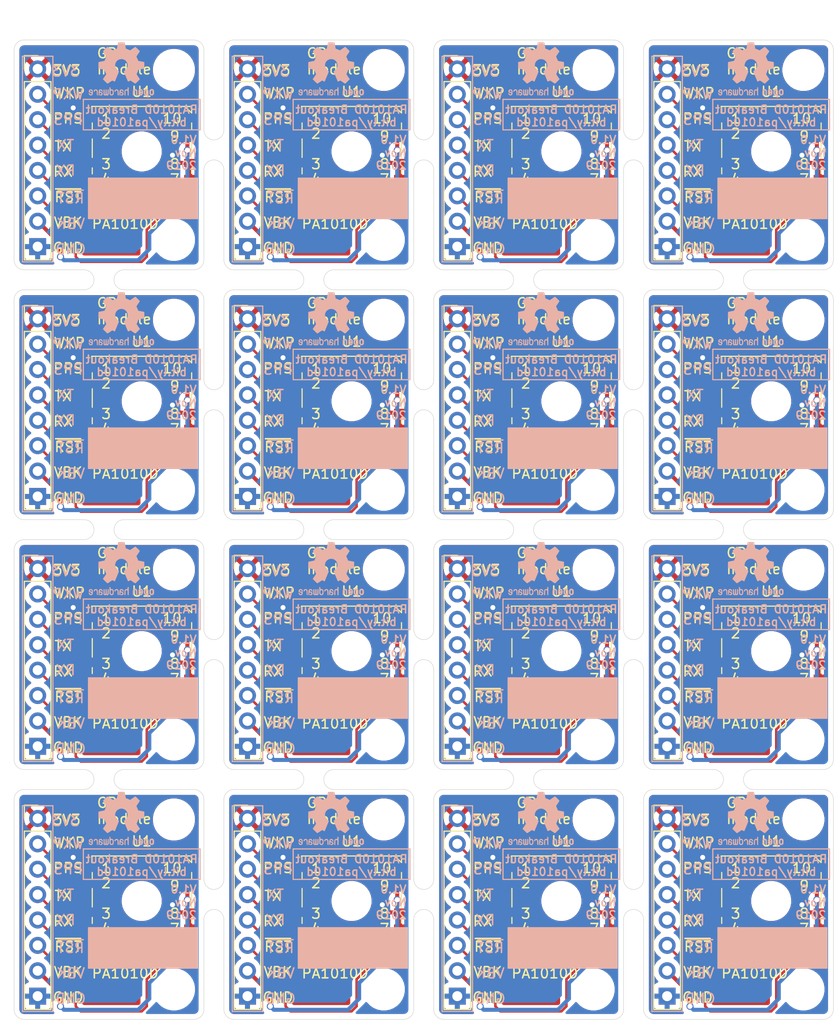
<source format=kicad_pcb>
(kicad_pcb (version 20171130) (host pcbnew "(5.1.5-0-10_14)")
  (title_block (title "CDTop PA1010D GPS module breakout board") (date 2019-11-20) (rev V1.0) (comment 1 "Designed by: Sayanee Basu") (comment 2 "Website: github.com/sayanee/pa1010d-breakout"))
  (layers (0 F.Cu signal) (31 B.Cu signal) (34 B.Paste user) (35 F.Paste user) (36 B.SilkS user) (37 F.SilkS user) (38 B.Mask user) (39 F.Mask user) (44 Edge.Cuts user))
  (net 0 "")
  (net 1 GND)
  (net 2 +3V3)
  (net 3 /VBACKUP)
  (net 4 /NRESET)
  (net 5 /RX)
  (net 6 /TX)
  (net 7 /1PPS)
  (net 8 /WAKEUP)
  (module Mouse_bites:mouse-bite-2mm-slot (layer F.Cu) (at 175 121 90)
    (fp_text reference mouse-bite-2mm-slot hide)
    (fp_text value VAL** hide)
    (pad "" np_thru_hole circle (at 0.75 0.75 90) (size 0.5 0.5) (drill 0.5) (layers *.Cu *.Mask))
    (pad "" np_thru_hole circle (at -0.75 0.75 90) (size 0.5 0.5) (drill 0.5) (layers *.Cu *.Mask))
    (pad "" np_thru_hole circle (at -0.75 -0.75 90) (size 0.5 0.5) (drill 0.5) (layers *.Cu *.Mask))
    (pad "" np_thru_hole circle (at 0.75 -0.75 90) (size 0.5 0.5) (drill 0.5) (layers *.Cu *.Mask))
    (pad "" np_thru_hole circle (at 0 0.75 90) (size 0.5 0.5) (drill 0.5) (layers *.Cu *.Mask))
    (pad "" np_thru_hole circle (at 0 -0.75 90) (size 0.5 0.5) (drill 0.5) (layers *.Cu *.Mask))
  )
  (module Mouse_bites:mouse-bite-2mm-slot (layer F.Cu) (at 154 121 90)
    (fp_text reference mouse-bite-2mm-slot hide)
    (fp_text value VAL** hide)
    (pad "" np_thru_hole circle (at 0.75 0.75 90) (size 0.5 0.5) (drill 0.5) (layers *.Cu *.Mask))
    (pad "" np_thru_hole circle (at -0.75 0.75 90) (size 0.5 0.5) (drill 0.5) (layers *.Cu *.Mask))
    (pad "" np_thru_hole circle (at -0.75 -0.75 90) (size 0.5 0.5) (drill 0.5) (layers *.Cu *.Mask))
    (pad "" np_thru_hole circle (at 0.75 -0.75 90) (size 0.5 0.5) (drill 0.5) (layers *.Cu *.Mask))
    (pad "" np_thru_hole circle (at 0 0.75 90) (size 0.5 0.5) (drill 0.5) (layers *.Cu *.Mask))
    (pad "" np_thru_hole circle (at 0 -0.75 90) (size 0.5 0.5) (drill 0.5) (layers *.Cu *.Mask))
  )
  (module Mouse_bites:mouse-bite-2mm-slot (layer F.Cu) (at 133 121 90)
    (fp_text reference mouse-bite-2mm-slot hide)
    (fp_text value VAL** hide)
    (pad "" np_thru_hole circle (at 0.75 0.75 90) (size 0.5 0.5) (drill 0.5) (layers *.Cu *.Mask))
    (pad "" np_thru_hole circle (at -0.75 0.75 90) (size 0.5 0.5) (drill 0.5) (layers *.Cu *.Mask))
    (pad "" np_thru_hole circle (at -0.75 -0.75 90) (size 0.5 0.5) (drill 0.5) (layers *.Cu *.Mask))
    (pad "" np_thru_hole circle (at 0.75 -0.75 90) (size 0.5 0.5) (drill 0.5) (layers *.Cu *.Mask))
    (pad "" np_thru_hole circle (at 0 0.75 90) (size 0.5 0.5) (drill 0.5) (layers *.Cu *.Mask))
    (pad "" np_thru_hole circle (at 0 -0.75 90) (size 0.5 0.5) (drill 0.5) (layers *.Cu *.Mask))
  )
  (module Mouse_bites:mouse-bite-2mm-slot (layer F.Cu) (at 175 96 90)
    (fp_text reference mouse-bite-2mm-slot hide)
    (fp_text value VAL** hide)
    (pad "" np_thru_hole circle (at 0.75 0.75 90) (size 0.5 0.5) (drill 0.5) (layers *.Cu *.Mask))
    (pad "" np_thru_hole circle (at -0.75 0.75 90) (size 0.5 0.5) (drill 0.5) (layers *.Cu *.Mask))
    (pad "" np_thru_hole circle (at -0.75 -0.75 90) (size 0.5 0.5) (drill 0.5) (layers *.Cu *.Mask))
    (pad "" np_thru_hole circle (at 0.75 -0.75 90) (size 0.5 0.5) (drill 0.5) (layers *.Cu *.Mask))
    (pad "" np_thru_hole circle (at 0 0.75 90) (size 0.5 0.5) (drill 0.5) (layers *.Cu *.Mask))
    (pad "" np_thru_hole circle (at 0 -0.75 90) (size 0.5 0.5) (drill 0.5) (layers *.Cu *.Mask))
  )
  (module Mouse_bites:mouse-bite-2mm-slot (layer F.Cu) (at 154 96 90)
    (fp_text reference mouse-bite-2mm-slot hide)
    (fp_text value VAL** hide)
    (pad "" np_thru_hole circle (at 0.75 0.75 90) (size 0.5 0.5) (drill 0.5) (layers *.Cu *.Mask))
    (pad "" np_thru_hole circle (at -0.75 0.75 90) (size 0.5 0.5) (drill 0.5) (layers *.Cu *.Mask))
    (pad "" np_thru_hole circle (at -0.75 -0.75 90) (size 0.5 0.5) (drill 0.5) (layers *.Cu *.Mask))
    (pad "" np_thru_hole circle (at 0.75 -0.75 90) (size 0.5 0.5) (drill 0.5) (layers *.Cu *.Mask))
    (pad "" np_thru_hole circle (at 0 0.75 90) (size 0.5 0.5) (drill 0.5) (layers *.Cu *.Mask))
    (pad "" np_thru_hole circle (at 0 -0.75 90) (size 0.5 0.5) (drill 0.5) (layers *.Cu *.Mask))
  )
  (module Mouse_bites:mouse-bite-2mm-slot (layer F.Cu) (at 133 96 90)
    (fp_text reference mouse-bite-2mm-slot hide)
    (fp_text value VAL** hide)
    (pad "" np_thru_hole circle (at 0.75 0.75 90) (size 0.5 0.5) (drill 0.5) (layers *.Cu *.Mask))
    (pad "" np_thru_hole circle (at -0.75 0.75 90) (size 0.5 0.5) (drill 0.5) (layers *.Cu *.Mask))
    (pad "" np_thru_hole circle (at -0.75 -0.75 90) (size 0.5 0.5) (drill 0.5) (layers *.Cu *.Mask))
    (pad "" np_thru_hole circle (at 0.75 -0.75 90) (size 0.5 0.5) (drill 0.5) (layers *.Cu *.Mask))
    (pad "" np_thru_hole circle (at 0 0.75 90) (size 0.5 0.5) (drill 0.5) (layers *.Cu *.Mask))
    (pad "" np_thru_hole circle (at 0 -0.75 90) (size 0.5 0.5) (drill 0.5) (layers *.Cu *.Mask))
  )
  (module Mouse_bites:mouse-bite-2mm-slot (layer F.Cu) (at 175 71 90)
    (fp_text reference mouse-bite-2mm-slot hide)
    (fp_text value VAL** hide)
    (pad "" np_thru_hole circle (at 0.75 0.75 90) (size 0.5 0.5) (drill 0.5) (layers *.Cu *.Mask))
    (pad "" np_thru_hole circle (at -0.75 0.75 90) (size 0.5 0.5) (drill 0.5) (layers *.Cu *.Mask))
    (pad "" np_thru_hole circle (at -0.75 -0.75 90) (size 0.5 0.5) (drill 0.5) (layers *.Cu *.Mask))
    (pad "" np_thru_hole circle (at 0.75 -0.75 90) (size 0.5 0.5) (drill 0.5) (layers *.Cu *.Mask))
    (pad "" np_thru_hole circle (at 0 0.75 90) (size 0.5 0.5) (drill 0.5) (layers *.Cu *.Mask))
    (pad "" np_thru_hole circle (at 0 -0.75 90) (size 0.5 0.5) (drill 0.5) (layers *.Cu *.Mask))
  )
  (module Mouse_bites:mouse-bite-2mm-slot (layer F.Cu) (at 154 71 90)
    (fp_text reference mouse-bite-2mm-slot hide)
    (fp_text value VAL** hide)
    (pad "" np_thru_hole circle (at 0.75 0.75 90) (size 0.5 0.5) (drill 0.5) (layers *.Cu *.Mask))
    (pad "" np_thru_hole circle (at -0.75 0.75 90) (size 0.5 0.5) (drill 0.5) (layers *.Cu *.Mask))
    (pad "" np_thru_hole circle (at -0.75 -0.75 90) (size 0.5 0.5) (drill 0.5) (layers *.Cu *.Mask))
    (pad "" np_thru_hole circle (at 0.75 -0.75 90) (size 0.5 0.5) (drill 0.5) (layers *.Cu *.Mask))
    (pad "" np_thru_hole circle (at 0 0.75 90) (size 0.5 0.5) (drill 0.5) (layers *.Cu *.Mask))
    (pad "" np_thru_hole circle (at 0 -0.75 90) (size 0.5 0.5) (drill 0.5) (layers *.Cu *.Mask))
  )
  (module Mouse_bites:mouse-bite-2mm-slot (layer F.Cu) (at 133 71 90)
    (fp_text reference mouse-bite-2mm-slot hide)
    (fp_text value VAL** hide)
    (pad "" np_thru_hole circle (at 0.75 0.75 90) (size 0.5 0.5) (drill 0.5) (layers *.Cu *.Mask))
    (pad "" np_thru_hole circle (at -0.75 0.75 90) (size 0.5 0.5) (drill 0.5) (layers *.Cu *.Mask))
    (pad "" np_thru_hole circle (at -0.75 -0.75 90) (size 0.5 0.5) (drill 0.5) (layers *.Cu *.Mask))
    (pad "" np_thru_hole circle (at 0.75 -0.75 90) (size 0.5 0.5) (drill 0.5) (layers *.Cu *.Mask))
    (pad "" np_thru_hole circle (at 0 0.75 90) (size 0.5 0.5) (drill 0.5) (layers *.Cu *.Mask))
    (pad "" np_thru_hole circle (at 0 -0.75 90) (size 0.5 0.5) (drill 0.5) (layers *.Cu *.Mask))
  )
  (module Mouse_bites:mouse-bite-2mm-slot (layer F.Cu) (at 175 46 90)
    (fp_text reference mouse-bite-2mm-slot hide)
    (fp_text value VAL** hide)
    (pad "" np_thru_hole circle (at 0.75 0.75 90) (size 0.5 0.5) (drill 0.5) (layers *.Cu *.Mask))
    (pad "" np_thru_hole circle (at -0.75 0.75 90) (size 0.5 0.5) (drill 0.5) (layers *.Cu *.Mask))
    (pad "" np_thru_hole circle (at -0.75 -0.75 90) (size 0.5 0.5) (drill 0.5) (layers *.Cu *.Mask))
    (pad "" np_thru_hole circle (at 0.75 -0.75 90) (size 0.5 0.5) (drill 0.5) (layers *.Cu *.Mask))
    (pad "" np_thru_hole circle (at 0 0.75 90) (size 0.5 0.5) (drill 0.5) (layers *.Cu *.Mask))
    (pad "" np_thru_hole circle (at 0 -0.75 90) (size 0.5 0.5) (drill 0.5) (layers *.Cu *.Mask))
  )
  (module Mouse_bites:mouse-bite-2mm-slot (layer F.Cu) (at 154 46 90)
    (fp_text reference mouse-bite-2mm-slot hide)
    (fp_text value VAL** hide)
    (pad "" np_thru_hole circle (at 0.75 0.75 90) (size 0.5 0.5) (drill 0.5) (layers *.Cu *.Mask))
    (pad "" np_thru_hole circle (at -0.75 0.75 90) (size 0.5 0.5) (drill 0.5) (layers *.Cu *.Mask))
    (pad "" np_thru_hole circle (at -0.75 -0.75 90) (size 0.5 0.5) (drill 0.5) (layers *.Cu *.Mask))
    (pad "" np_thru_hole circle (at 0.75 -0.75 90) (size 0.5 0.5) (drill 0.5) (layers *.Cu *.Mask))
    (pad "" np_thru_hole circle (at 0 0.75 90) (size 0.5 0.5) (drill 0.5) (layers *.Cu *.Mask))
    (pad "" np_thru_hole circle (at 0 -0.75 90) (size 0.5 0.5) (drill 0.5) (layers *.Cu *.Mask))
  )
  (module Mouse_bites:mouse-bite-2mm-slot (layer F.Cu) (at 133 46 90)
    (fp_text reference mouse-bite-2mm-slot hide)
    (fp_text value VAL** hide)
    (pad "" np_thru_hole circle (at 0.75 0.75 90) (size 0.5 0.5) (drill 0.5) (layers *.Cu *.Mask))
    (pad "" np_thru_hole circle (at -0.75 0.75 90) (size 0.5 0.5) (drill 0.5) (layers *.Cu *.Mask))
    (pad "" np_thru_hole circle (at -0.75 -0.75 90) (size 0.5 0.5) (drill 0.5) (layers *.Cu *.Mask))
    (pad "" np_thru_hole circle (at 0.75 -0.75 90) (size 0.5 0.5) (drill 0.5) (layers *.Cu *.Mask))
    (pad "" np_thru_hole circle (at 0 0.75 90) (size 0.5 0.5) (drill 0.5) (layers *.Cu *.Mask))
    (pad "" np_thru_hole circle (at 0 -0.75 90) (size 0.5 0.5) (drill 0.5) (layers *.Cu *.Mask))
  )
  (module CDTop_PA1010D:CDTop_MT3333_PA1010D (layer F.Cu) (at 188.774 121.153)
    (fp_text reference U1 (at 0 -5.969) (layer F.SilkS))
    (fp_text value PA1010D hide)
    (fp_text user 1 (at -3.556 -3.302) (layer F.SilkS))
    (fp_text user 2 (at -3.556 -1.778) (layer F.SilkS))
    (fp_text user 3 (at -3.556 1.27) (layer F.SilkS))
    (fp_text user 4 (at -3.556 2.794) (layer F.SilkS))
    (fp_text user 5 (at -3.556 4.318) (layer F.SilkS))
    (fp_text user 6 (at 3.302 4.318) (layer F.SilkS))
    (fp_text user 7 (at 3.302 2.794) (layer F.SilkS))
    (fp_text user 8 (at 3.302 1.27) (layer F.SilkS))
    (fp_text user 9 (at 3.302 -1.524) (layer F.SilkS))
    (fp_text user 10 (at 3.048 -3.302) (layer F.SilkS))
    (pad "" np_thru_hole circle (at 0 0) (size 3 3) (drill 3) (layers *.Cu *.Mask))
    (pad 1 smd rect (at -4.85 -3.35) (size 1.2 0.8) (layers F.Cu F.Paste F.Mask) (net 1 GND))
    (pad 2 smd rect (at -4.85 -1.75) (size 1.2 0.8) (layers F.Cu F.Paste F.Mask) (net 8 /WAKEUP))
    (pad 3 smd rect (at -4.85 1.15) (size 1.2 0.8) (layers F.Cu F.Paste F.Mask) (net 7 /1PPS))
    (pad 4 smd rect (at -4.85 2.75) (size 1.2 0.8) (layers F.Cu F.Paste F.Mask) (net 6 /TX))
    (pad 5 smd rect (at -4.85 4.35) (size 1.2 0.8) (layers F.Cu F.Paste F.Mask) (net 5 /RX))
    (pad 6 smd rect (at 4.85 4.35) (size 1.2 0.8) (layers F.Cu F.Paste F.Mask) (net 4 /NRESET))
    (pad 7 smd rect (at 4.85 2.75) (size 1.2 0.8) (layers F.Cu F.Paste F.Mask) (net 1 GND))
    (pad 8 smd rect (at 4.85 1.15) (size 1.2 0.8) (layers F.Cu F.Paste F.Mask) (net 1 GND))
    (pad 9 smd rect (at 4.85 -1.75) (size 1.2 0.8) (layers F.Cu F.Paste F.Mask) (net 3 /VBACKUP))
    (pad 10 smd rect (at 4.85 -3.35) (size 1.2 0.8) (layers F.Cu F.Paste F.Mask) (net 2 +3V3))
  )
  (module CDTop_PA1010D:CDTop_MT3333_PA1010D (layer F.Cu) (at 167.774 121.153)
    (fp_text reference U1 (at 0 -5.969) (layer F.SilkS))
    (fp_text value PA1010D hide)
    (fp_text user 1 (at -3.556 -3.302) (layer F.SilkS))
    (fp_text user 2 (at -3.556 -1.778) (layer F.SilkS))
    (fp_text user 3 (at -3.556 1.27) (layer F.SilkS))
    (fp_text user 4 (at -3.556 2.794) (layer F.SilkS))
    (fp_text user 5 (at -3.556 4.318) (layer F.SilkS))
    (fp_text user 6 (at 3.302 4.318) (layer F.SilkS))
    (fp_text user 7 (at 3.302 2.794) (layer F.SilkS))
    (fp_text user 8 (at 3.302 1.27) (layer F.SilkS))
    (fp_text user 9 (at 3.302 -1.524) (layer F.SilkS))
    (fp_text user 10 (at 3.048 -3.302) (layer F.SilkS))
    (pad "" np_thru_hole circle (at 0 0) (size 3 3) (drill 3) (layers *.Cu *.Mask))
    (pad 1 smd rect (at -4.85 -3.35) (size 1.2 0.8) (layers F.Cu F.Paste F.Mask) (net 1 GND))
    (pad 2 smd rect (at -4.85 -1.75) (size 1.2 0.8) (layers F.Cu F.Paste F.Mask) (net 8 /WAKEUP))
    (pad 3 smd rect (at -4.85 1.15) (size 1.2 0.8) (layers F.Cu F.Paste F.Mask) (net 7 /1PPS))
    (pad 4 smd rect (at -4.85 2.75) (size 1.2 0.8) (layers F.Cu F.Paste F.Mask) (net 6 /TX))
    (pad 5 smd rect (at -4.85 4.35) (size 1.2 0.8) (layers F.Cu F.Paste F.Mask) (net 5 /RX))
    (pad 6 smd rect (at 4.85 4.35) (size 1.2 0.8) (layers F.Cu F.Paste F.Mask) (net 4 /NRESET))
    (pad 7 smd rect (at 4.85 2.75) (size 1.2 0.8) (layers F.Cu F.Paste F.Mask) (net 1 GND))
    (pad 8 smd rect (at 4.85 1.15) (size 1.2 0.8) (layers F.Cu F.Paste F.Mask) (net 1 GND))
    (pad 9 smd rect (at 4.85 -1.75) (size 1.2 0.8) (layers F.Cu F.Paste F.Mask) (net 3 /VBACKUP))
    (pad 10 smd rect (at 4.85 -3.35) (size 1.2 0.8) (layers F.Cu F.Paste F.Mask) (net 2 +3V3))
  )
  (module CDTop_PA1010D:CDTop_MT3333_PA1010D (layer F.Cu) (at 146.774 121.153)
    (fp_text reference U1 (at 0 -5.969) (layer F.SilkS))
    (fp_text value PA1010D hide)
    (fp_text user 1 (at -3.556 -3.302) (layer F.SilkS))
    (fp_text user 2 (at -3.556 -1.778) (layer F.SilkS))
    (fp_text user 3 (at -3.556 1.27) (layer F.SilkS))
    (fp_text user 4 (at -3.556 2.794) (layer F.SilkS))
    (fp_text user 5 (at -3.556 4.318) (layer F.SilkS))
    (fp_text user 6 (at 3.302 4.318) (layer F.SilkS))
    (fp_text user 7 (at 3.302 2.794) (layer F.SilkS))
    (fp_text user 8 (at 3.302 1.27) (layer F.SilkS))
    (fp_text user 9 (at 3.302 -1.524) (layer F.SilkS))
    (fp_text user 10 (at 3.048 -3.302) (layer F.SilkS))
    (pad "" np_thru_hole circle (at 0 0) (size 3 3) (drill 3) (layers *.Cu *.Mask))
    (pad 1 smd rect (at -4.85 -3.35) (size 1.2 0.8) (layers F.Cu F.Paste F.Mask) (net 1 GND))
    (pad 2 smd rect (at -4.85 -1.75) (size 1.2 0.8) (layers F.Cu F.Paste F.Mask) (net 8 /WAKEUP))
    (pad 3 smd rect (at -4.85 1.15) (size 1.2 0.8) (layers F.Cu F.Paste F.Mask) (net 7 /1PPS))
    (pad 4 smd rect (at -4.85 2.75) (size 1.2 0.8) (layers F.Cu F.Paste F.Mask) (net 6 /TX))
    (pad 5 smd rect (at -4.85 4.35) (size 1.2 0.8) (layers F.Cu F.Paste F.Mask) (net 5 /RX))
    (pad 6 smd rect (at 4.85 4.35) (size 1.2 0.8) (layers F.Cu F.Paste F.Mask) (net 4 /NRESET))
    (pad 7 smd rect (at 4.85 2.75) (size 1.2 0.8) (layers F.Cu F.Paste F.Mask) (net 1 GND))
    (pad 8 smd rect (at 4.85 1.15) (size 1.2 0.8) (layers F.Cu F.Paste F.Mask) (net 1 GND))
    (pad 9 smd rect (at 4.85 -1.75) (size 1.2 0.8) (layers F.Cu F.Paste F.Mask) (net 3 /VBACKUP))
    (pad 10 smd rect (at 4.85 -3.35) (size 1.2 0.8) (layers F.Cu F.Paste F.Mask) (net 2 +3V3))
  )
  (module CDTop_PA1010D:CDTop_MT3333_PA1010D (layer F.Cu) (at 125.774 121.153)
    (fp_text reference U1 (at 0 -5.969) (layer F.SilkS))
    (fp_text value PA1010D hide)
    (fp_text user 1 (at -3.556 -3.302) (layer F.SilkS))
    (fp_text user 2 (at -3.556 -1.778) (layer F.SilkS))
    (fp_text user 3 (at -3.556 1.27) (layer F.SilkS))
    (fp_text user 4 (at -3.556 2.794) (layer F.SilkS))
    (fp_text user 5 (at -3.556 4.318) (layer F.SilkS))
    (fp_text user 6 (at 3.302 4.318) (layer F.SilkS))
    (fp_text user 7 (at 3.302 2.794) (layer F.SilkS))
    (fp_text user 8 (at 3.302 1.27) (layer F.SilkS))
    (fp_text user 9 (at 3.302 -1.524) (layer F.SilkS))
    (fp_text user 10 (at 3.048 -3.302) (layer F.SilkS))
    (pad "" np_thru_hole circle (at 0 0) (size 3 3) (drill 3) (layers *.Cu *.Mask))
    (pad 1 smd rect (at -4.85 -3.35) (size 1.2 0.8) (layers F.Cu F.Paste F.Mask) (net 1 GND))
    (pad 2 smd rect (at -4.85 -1.75) (size 1.2 0.8) (layers F.Cu F.Paste F.Mask) (net 8 /WAKEUP))
    (pad 3 smd rect (at -4.85 1.15) (size 1.2 0.8) (layers F.Cu F.Paste F.Mask) (net 7 /1PPS))
    (pad 4 smd rect (at -4.85 2.75) (size 1.2 0.8) (layers F.Cu F.Paste F.Mask) (net 6 /TX))
    (pad 5 smd rect (at -4.85 4.35) (size 1.2 0.8) (layers F.Cu F.Paste F.Mask) (net 5 /RX))
    (pad 6 smd rect (at 4.85 4.35) (size 1.2 0.8) (layers F.Cu F.Paste F.Mask) (net 4 /NRESET))
    (pad 7 smd rect (at 4.85 2.75) (size 1.2 0.8) (layers F.Cu F.Paste F.Mask) (net 1 GND))
    (pad 8 smd rect (at 4.85 1.15) (size 1.2 0.8) (layers F.Cu F.Paste F.Mask) (net 1 GND))
    (pad 9 smd rect (at 4.85 -1.75) (size 1.2 0.8) (layers F.Cu F.Paste F.Mask) (net 3 /VBACKUP))
    (pad 10 smd rect (at 4.85 -3.35) (size 1.2 0.8) (layers F.Cu F.Paste F.Mask) (net 2 +3V3))
  )
  (module CDTop_PA1010D:CDTop_MT3333_PA1010D (layer F.Cu) (at 188.774 96.153)
    (fp_text reference U1 (at 0 -5.969) (layer F.SilkS))
    (fp_text value PA1010D hide)
    (fp_text user 1 (at -3.556 -3.302) (layer F.SilkS))
    (fp_text user 2 (at -3.556 -1.778) (layer F.SilkS))
    (fp_text user 3 (at -3.556 1.27) (layer F.SilkS))
    (fp_text user 4 (at -3.556 2.794) (layer F.SilkS))
    (fp_text user 5 (at -3.556 4.318) (layer F.SilkS))
    (fp_text user 6 (at 3.302 4.318) (layer F.SilkS))
    (fp_text user 7 (at 3.302 2.794) (layer F.SilkS))
    (fp_text user 8 (at 3.302 1.27) (layer F.SilkS))
    (fp_text user 9 (at 3.302 -1.524) (layer F.SilkS))
    (fp_text user 10 (at 3.048 -3.302) (layer F.SilkS))
    (pad "" np_thru_hole circle (at 0 0) (size 3 3) (drill 3) (layers *.Cu *.Mask))
    (pad 1 smd rect (at -4.85 -3.35) (size 1.2 0.8) (layers F.Cu F.Paste F.Mask) (net 1 GND))
    (pad 2 smd rect (at -4.85 -1.75) (size 1.2 0.8) (layers F.Cu F.Paste F.Mask) (net 8 /WAKEUP))
    (pad 3 smd rect (at -4.85 1.15) (size 1.2 0.8) (layers F.Cu F.Paste F.Mask) (net 7 /1PPS))
    (pad 4 smd rect (at -4.85 2.75) (size 1.2 0.8) (layers F.Cu F.Paste F.Mask) (net 6 /TX))
    (pad 5 smd rect (at -4.85 4.35) (size 1.2 0.8) (layers F.Cu F.Paste F.Mask) (net 5 /RX))
    (pad 6 smd rect (at 4.85 4.35) (size 1.2 0.8) (layers F.Cu F.Paste F.Mask) (net 4 /NRESET))
    (pad 7 smd rect (at 4.85 2.75) (size 1.2 0.8) (layers F.Cu F.Paste F.Mask) (net 1 GND))
    (pad 8 smd rect (at 4.85 1.15) (size 1.2 0.8) (layers F.Cu F.Paste F.Mask) (net 1 GND))
    (pad 9 smd rect (at 4.85 -1.75) (size 1.2 0.8) (layers F.Cu F.Paste F.Mask) (net 3 /VBACKUP))
    (pad 10 smd rect (at 4.85 -3.35) (size 1.2 0.8) (layers F.Cu F.Paste F.Mask) (net 2 +3V3))
  )
  (module CDTop_PA1010D:CDTop_MT3333_PA1010D (layer F.Cu) (at 167.774 96.153)
    (fp_text reference U1 (at 0 -5.969) (layer F.SilkS))
    (fp_text value PA1010D hide)
    (fp_text user 1 (at -3.556 -3.302) (layer F.SilkS))
    (fp_text user 2 (at -3.556 -1.778) (layer F.SilkS))
    (fp_text user 3 (at -3.556 1.27) (layer F.SilkS))
    (fp_text user 4 (at -3.556 2.794) (layer F.SilkS))
    (fp_text user 5 (at -3.556 4.318) (layer F.SilkS))
    (fp_text user 6 (at 3.302 4.318) (layer F.SilkS))
    (fp_text user 7 (at 3.302 2.794) (layer F.SilkS))
    (fp_text user 8 (at 3.302 1.27) (layer F.SilkS))
    (fp_text user 9 (at 3.302 -1.524) (layer F.SilkS))
    (fp_text user 10 (at 3.048 -3.302) (layer F.SilkS))
    (pad "" np_thru_hole circle (at 0 0) (size 3 3) (drill 3) (layers *.Cu *.Mask))
    (pad 1 smd rect (at -4.85 -3.35) (size 1.2 0.8) (layers F.Cu F.Paste F.Mask) (net 1 GND))
    (pad 2 smd rect (at -4.85 -1.75) (size 1.2 0.8) (layers F.Cu F.Paste F.Mask) (net 8 /WAKEUP))
    (pad 3 smd rect (at -4.85 1.15) (size 1.2 0.8) (layers F.Cu F.Paste F.Mask) (net 7 /1PPS))
    (pad 4 smd rect (at -4.85 2.75) (size 1.2 0.8) (layers F.Cu F.Paste F.Mask) (net 6 /TX))
    (pad 5 smd rect (at -4.85 4.35) (size 1.2 0.8) (layers F.Cu F.Paste F.Mask) (net 5 /RX))
    (pad 6 smd rect (at 4.85 4.35) (size 1.2 0.8) (layers F.Cu F.Paste F.Mask) (net 4 /NRESET))
    (pad 7 smd rect (at 4.85 2.75) (size 1.2 0.8) (layers F.Cu F.Paste F.Mask) (net 1 GND))
    (pad 8 smd rect (at 4.85 1.15) (size 1.2 0.8) (layers F.Cu F.Paste F.Mask) (net 1 GND))
    (pad 9 smd rect (at 4.85 -1.75) (size 1.2 0.8) (layers F.Cu F.Paste F.Mask) (net 3 /VBACKUP))
    (pad 10 smd rect (at 4.85 -3.35) (size 1.2 0.8) (layers F.Cu F.Paste F.Mask) (net 2 +3V3))
  )
  (module CDTop_PA1010D:CDTop_MT3333_PA1010D (layer F.Cu) (at 146.774 96.153)
    (fp_text reference U1 (at 0 -5.969) (layer F.SilkS))
    (fp_text value PA1010D hide)
    (fp_text user 1 (at -3.556 -3.302) (layer F.SilkS))
    (fp_text user 2 (at -3.556 -1.778) (layer F.SilkS))
    (fp_text user 3 (at -3.556 1.27) (layer F.SilkS))
    (fp_text user 4 (at -3.556 2.794) (layer F.SilkS))
    (fp_text user 5 (at -3.556 4.318) (layer F.SilkS))
    (fp_text user 6 (at 3.302 4.318) (layer F.SilkS))
    (fp_text user 7 (at 3.302 2.794) (layer F.SilkS))
    (fp_text user 8 (at 3.302 1.27) (layer F.SilkS))
    (fp_text user 9 (at 3.302 -1.524) (layer F.SilkS))
    (fp_text user 10 (at 3.048 -3.302) (layer F.SilkS))
    (pad "" np_thru_hole circle (at 0 0) (size 3 3) (drill 3) (layers *.Cu *.Mask))
    (pad 1 smd rect (at -4.85 -3.35) (size 1.2 0.8) (layers F.Cu F.Paste F.Mask) (net 1 GND))
    (pad 2 smd rect (at -4.85 -1.75) (size 1.2 0.8) (layers F.Cu F.Paste F.Mask) (net 8 /WAKEUP))
    (pad 3 smd rect (at -4.85 1.15) (size 1.2 0.8) (layers F.Cu F.Paste F.Mask) (net 7 /1PPS))
    (pad 4 smd rect (at -4.85 2.75) (size 1.2 0.8) (layers F.Cu F.Paste F.Mask) (net 6 /TX))
    (pad 5 smd rect (at -4.85 4.35) (size 1.2 0.8) (layers F.Cu F.Paste F.Mask) (net 5 /RX))
    (pad 6 smd rect (at 4.85 4.35) (size 1.2 0.8) (layers F.Cu F.Paste F.Mask) (net 4 /NRESET))
    (pad 7 smd rect (at 4.85 2.75) (size 1.2 0.8) (layers F.Cu F.Paste F.Mask) (net 1 GND))
    (pad 8 smd rect (at 4.85 1.15) (size 1.2 0.8) (layers F.Cu F.Paste F.Mask) (net 1 GND))
    (pad 9 smd rect (at 4.85 -1.75) (size 1.2 0.8) (layers F.Cu F.Paste F.Mask) (net 3 /VBACKUP))
    (pad 10 smd rect (at 4.85 -3.35) (size 1.2 0.8) (layers F.Cu F.Paste F.Mask) (net 2 +3V3))
  )
  (module CDTop_PA1010D:CDTop_MT3333_PA1010D (layer F.Cu) (at 125.774 96.153)
    (fp_text reference U1 (at 0 -5.969) (layer F.SilkS))
    (fp_text value PA1010D hide)
    (fp_text user 1 (at -3.556 -3.302) (layer F.SilkS))
    (fp_text user 2 (at -3.556 -1.778) (layer F.SilkS))
    (fp_text user 3 (at -3.556 1.27) (layer F.SilkS))
    (fp_text user 4 (at -3.556 2.794) (layer F.SilkS))
    (fp_text user 5 (at -3.556 4.318) (layer F.SilkS))
    (fp_text user 6 (at 3.302 4.318) (layer F.SilkS))
    (fp_text user 7 (at 3.302 2.794) (layer F.SilkS))
    (fp_text user 8 (at 3.302 1.27) (layer F.SilkS))
    (fp_text user 9 (at 3.302 -1.524) (layer F.SilkS))
    (fp_text user 10 (at 3.048 -3.302) (layer F.SilkS))
    (pad "" np_thru_hole circle (at 0 0) (size 3 3) (drill 3) (layers *.Cu *.Mask))
    (pad 1 smd rect (at -4.85 -3.35) (size 1.2 0.8) (layers F.Cu F.Paste F.Mask) (net 1 GND))
    (pad 2 smd rect (at -4.85 -1.75) (size 1.2 0.8) (layers F.Cu F.Paste F.Mask) (net 8 /WAKEUP))
    (pad 3 smd rect (at -4.85 1.15) (size 1.2 0.8) (layers F.Cu F.Paste F.Mask) (net 7 /1PPS))
    (pad 4 smd rect (at -4.85 2.75) (size 1.2 0.8) (layers F.Cu F.Paste F.Mask) (net 6 /TX))
    (pad 5 smd rect (at -4.85 4.35) (size 1.2 0.8) (layers F.Cu F.Paste F.Mask) (net 5 /RX))
    (pad 6 smd rect (at 4.85 4.35) (size 1.2 0.8) (layers F.Cu F.Paste F.Mask) (net 4 /NRESET))
    (pad 7 smd rect (at 4.85 2.75) (size 1.2 0.8) (layers F.Cu F.Paste F.Mask) (net 1 GND))
    (pad 8 smd rect (at 4.85 1.15) (size 1.2 0.8) (layers F.Cu F.Paste F.Mask) (net 1 GND))
    (pad 9 smd rect (at 4.85 -1.75) (size 1.2 0.8) (layers F.Cu F.Paste F.Mask) (net 3 /VBACKUP))
    (pad 10 smd rect (at 4.85 -3.35) (size 1.2 0.8) (layers F.Cu F.Paste F.Mask) (net 2 +3V3))
  )
  (module CDTop_PA1010D:CDTop_MT3333_PA1010D (layer F.Cu) (at 188.774 71.153)
    (fp_text reference U1 (at 0 -5.969) (layer F.SilkS))
    (fp_text value PA1010D hide)
    (fp_text user 1 (at -3.556 -3.302) (layer F.SilkS))
    (fp_text user 2 (at -3.556 -1.778) (layer F.SilkS))
    (fp_text user 3 (at -3.556 1.27) (layer F.SilkS))
    (fp_text user 4 (at -3.556 2.794) (layer F.SilkS))
    (fp_text user 5 (at -3.556 4.318) (layer F.SilkS))
    (fp_text user 6 (at 3.302 4.318) (layer F.SilkS))
    (fp_text user 7 (at 3.302 2.794) (layer F.SilkS))
    (fp_text user 8 (at 3.302 1.27) (layer F.SilkS))
    (fp_text user 9 (at 3.302 -1.524) (layer F.SilkS))
    (fp_text user 10 (at 3.048 -3.302) (layer F.SilkS))
    (pad "" np_thru_hole circle (at 0 0) (size 3 3) (drill 3) (layers *.Cu *.Mask))
    (pad 1 smd rect (at -4.85 -3.35) (size 1.2 0.8) (layers F.Cu F.Paste F.Mask) (net 1 GND))
    (pad 2 smd rect (at -4.85 -1.75) (size 1.2 0.8) (layers F.Cu F.Paste F.Mask) (net 8 /WAKEUP))
    (pad 3 smd rect (at -4.85 1.15) (size 1.2 0.8) (layers F.Cu F.Paste F.Mask) (net 7 /1PPS))
    (pad 4 smd rect (at -4.85 2.75) (size 1.2 0.8) (layers F.Cu F.Paste F.Mask) (net 6 /TX))
    (pad 5 smd rect (at -4.85 4.35) (size 1.2 0.8) (layers F.Cu F.Paste F.Mask) (net 5 /RX))
    (pad 6 smd rect (at 4.85 4.35) (size 1.2 0.8) (layers F.Cu F.Paste F.Mask) (net 4 /NRESET))
    (pad 7 smd rect (at 4.85 2.75) (size 1.2 0.8) (layers F.Cu F.Paste F.Mask) (net 1 GND))
    (pad 8 smd rect (at 4.85 1.15) (size 1.2 0.8) (layers F.Cu F.Paste F.Mask) (net 1 GND))
    (pad 9 smd rect (at 4.85 -1.75) (size 1.2 0.8) (layers F.Cu F.Paste F.Mask) (net 3 /VBACKUP))
    (pad 10 smd rect (at 4.85 -3.35) (size 1.2 0.8) (layers F.Cu F.Paste F.Mask) (net 2 +3V3))
  )
  (module CDTop_PA1010D:CDTop_MT3333_PA1010D (layer F.Cu) (at 167.774 71.153)
    (fp_text reference U1 (at 0 -5.969) (layer F.SilkS))
    (fp_text value PA1010D hide)
    (fp_text user 1 (at -3.556 -3.302) (layer F.SilkS))
    (fp_text user 2 (at -3.556 -1.778) (layer F.SilkS))
    (fp_text user 3 (at -3.556 1.27) (layer F.SilkS))
    (fp_text user 4 (at -3.556 2.794) (layer F.SilkS))
    (fp_text user 5 (at -3.556 4.318) (layer F.SilkS))
    (fp_text user 6 (at 3.302 4.318) (layer F.SilkS))
    (fp_text user 7 (at 3.302 2.794) (layer F.SilkS))
    (fp_text user 8 (at 3.302 1.27) (layer F.SilkS))
    (fp_text user 9 (at 3.302 -1.524) (layer F.SilkS))
    (fp_text user 10 (at 3.048 -3.302) (layer F.SilkS))
    (pad "" np_thru_hole circle (at 0 0) (size 3 3) (drill 3) (layers *.Cu *.Mask))
    (pad 1 smd rect (at -4.85 -3.35) (size 1.2 0.8) (layers F.Cu F.Paste F.Mask) (net 1 GND))
    (pad 2 smd rect (at -4.85 -1.75) (size 1.2 0.8) (layers F.Cu F.Paste F.Mask) (net 8 /WAKEUP))
    (pad 3 smd rect (at -4.85 1.15) (size 1.2 0.8) (layers F.Cu F.Paste F.Mask) (net 7 /1PPS))
    (pad 4 smd rect (at -4.85 2.75) (size 1.2 0.8) (layers F.Cu F.Paste F.Mask) (net 6 /TX))
    (pad 5 smd rect (at -4.85 4.35) (size 1.2 0.8) (layers F.Cu F.Paste F.Mask) (net 5 /RX))
    (pad 6 smd rect (at 4.85 4.35) (size 1.2 0.8) (layers F.Cu F.Paste F.Mask) (net 4 /NRESET))
    (pad 7 smd rect (at 4.85 2.75) (size 1.2 0.8) (layers F.Cu F.Paste F.Mask) (net 1 GND))
    (pad 8 smd rect (at 4.85 1.15) (size 1.2 0.8) (layers F.Cu F.Paste F.Mask) (net 1 GND))
    (pad 9 smd rect (at 4.85 -1.75) (size 1.2 0.8) (layers F.Cu F.Paste F.Mask) (net 3 /VBACKUP))
    (pad 10 smd rect (at 4.85 -3.35) (size 1.2 0.8) (layers F.Cu F.Paste F.Mask) (net 2 +3V3))
  )
  (module CDTop_PA1010D:CDTop_MT3333_PA1010D (layer F.Cu) (at 146.774 71.153)
    (fp_text reference U1 (at 0 -5.969) (layer F.SilkS))
    (fp_text value PA1010D hide)
    (fp_text user 1 (at -3.556 -3.302) (layer F.SilkS))
    (fp_text user 2 (at -3.556 -1.778) (layer F.SilkS))
    (fp_text user 3 (at -3.556 1.27) (layer F.SilkS))
    (fp_text user 4 (at -3.556 2.794) (layer F.SilkS))
    (fp_text user 5 (at -3.556 4.318) (layer F.SilkS))
    (fp_text user 6 (at 3.302 4.318) (layer F.SilkS))
    (fp_text user 7 (at 3.302 2.794) (layer F.SilkS))
    (fp_text user 8 (at 3.302 1.27) (layer F.SilkS))
    (fp_text user 9 (at 3.302 -1.524) (layer F.SilkS))
    (fp_text user 10 (at 3.048 -3.302) (layer F.SilkS))
    (pad "" np_thru_hole circle (at 0 0) (size 3 3) (drill 3) (layers *.Cu *.Mask))
    (pad 1 smd rect (at -4.85 -3.35) (size 1.2 0.8) (layers F.Cu F.Paste F.Mask) (net 1 GND))
    (pad 2 smd rect (at -4.85 -1.75) (size 1.2 0.8) (layers F.Cu F.Paste F.Mask) (net 8 /WAKEUP))
    (pad 3 smd rect (at -4.85 1.15) (size 1.2 0.8) (layers F.Cu F.Paste F.Mask) (net 7 /1PPS))
    (pad 4 smd rect (at -4.85 2.75) (size 1.2 0.8) (layers F.Cu F.Paste F.Mask) (net 6 /TX))
    (pad 5 smd rect (at -4.85 4.35) (size 1.2 0.8) (layers F.Cu F.Paste F.Mask) (net 5 /RX))
    (pad 6 smd rect (at 4.85 4.35) (size 1.2 0.8) (layers F.Cu F.Paste F.Mask) (net 4 /NRESET))
    (pad 7 smd rect (at 4.85 2.75) (size 1.2 0.8) (layers F.Cu F.Paste F.Mask) (net 1 GND))
    (pad 8 smd rect (at 4.85 1.15) (size 1.2 0.8) (layers F.Cu F.Paste F.Mask) (net 1 GND))
    (pad 9 smd rect (at 4.85 -1.75) (size 1.2 0.8) (layers F.Cu F.Paste F.Mask) (net 3 /VBACKUP))
    (pad 10 smd rect (at 4.85 -3.35) (size 1.2 0.8) (layers F.Cu F.Paste F.Mask) (net 2 +3V3))
  )
  (module CDTop_PA1010D:CDTop_MT3333_PA1010D (layer F.Cu) (at 125.774 71.153)
    (fp_text reference U1 (at 0 -5.969) (layer F.SilkS))
    (fp_text value PA1010D hide)
    (fp_text user 1 (at -3.556 -3.302) (layer F.SilkS))
    (fp_text user 2 (at -3.556 -1.778) (layer F.SilkS))
    (fp_text user 3 (at -3.556 1.27) (layer F.SilkS))
    (fp_text user 4 (at -3.556 2.794) (layer F.SilkS))
    (fp_text user 5 (at -3.556 4.318) (layer F.SilkS))
    (fp_text user 6 (at 3.302 4.318) (layer F.SilkS))
    (fp_text user 7 (at 3.302 2.794) (layer F.SilkS))
    (fp_text user 8 (at 3.302 1.27) (layer F.SilkS))
    (fp_text user 9 (at 3.302 -1.524) (layer F.SilkS))
    (fp_text user 10 (at 3.048 -3.302) (layer F.SilkS))
    (pad "" np_thru_hole circle (at 0 0) (size 3 3) (drill 3) (layers *.Cu *.Mask))
    (pad 1 smd rect (at -4.85 -3.35) (size 1.2 0.8) (layers F.Cu F.Paste F.Mask) (net 1 GND))
    (pad 2 smd rect (at -4.85 -1.75) (size 1.2 0.8) (layers F.Cu F.Paste F.Mask) (net 8 /WAKEUP))
    (pad 3 smd rect (at -4.85 1.15) (size 1.2 0.8) (layers F.Cu F.Paste F.Mask) (net 7 /1PPS))
    (pad 4 smd rect (at -4.85 2.75) (size 1.2 0.8) (layers F.Cu F.Paste F.Mask) (net 6 /TX))
    (pad 5 smd rect (at -4.85 4.35) (size 1.2 0.8) (layers F.Cu F.Paste F.Mask) (net 5 /RX))
    (pad 6 smd rect (at 4.85 4.35) (size 1.2 0.8) (layers F.Cu F.Paste F.Mask) (net 4 /NRESET))
    (pad 7 smd rect (at 4.85 2.75) (size 1.2 0.8) (layers F.Cu F.Paste F.Mask) (net 1 GND))
    (pad 8 smd rect (at 4.85 1.15) (size 1.2 0.8) (layers F.Cu F.Paste F.Mask) (net 1 GND))
    (pad 9 smd rect (at 4.85 -1.75) (size 1.2 0.8) (layers F.Cu F.Paste F.Mask) (net 3 /VBACKUP))
    (pad 10 smd rect (at 4.85 -3.35) (size 1.2 0.8) (layers F.Cu F.Paste F.Mask) (net 2 +3V3))
  )
  (module CDTop_PA1010D:CDTop_MT3333_PA1010D (layer F.Cu) (at 188.774 46.153)
    (fp_text reference U1 (at 0 -5.969) (layer F.SilkS))
    (fp_text value PA1010D hide)
    (fp_text user 1 (at -3.556 -3.302) (layer F.SilkS))
    (fp_text user 2 (at -3.556 -1.778) (layer F.SilkS))
    (fp_text user 3 (at -3.556 1.27) (layer F.SilkS))
    (fp_text user 4 (at -3.556 2.794) (layer F.SilkS))
    (fp_text user 5 (at -3.556 4.318) (layer F.SilkS))
    (fp_text user 6 (at 3.302 4.318) (layer F.SilkS))
    (fp_text user 7 (at 3.302 2.794) (layer F.SilkS))
    (fp_text user 8 (at 3.302 1.27) (layer F.SilkS))
    (fp_text user 9 (at 3.302 -1.524) (layer F.SilkS))
    (fp_text user 10 (at 3.048 -3.302) (layer F.SilkS))
    (pad "" np_thru_hole circle (at 0 0) (size 3 3) (drill 3) (layers *.Cu *.Mask))
    (pad 1 smd rect (at -4.85 -3.35) (size 1.2 0.8) (layers F.Cu F.Paste F.Mask) (net 1 GND))
    (pad 2 smd rect (at -4.85 -1.75) (size 1.2 0.8) (layers F.Cu F.Paste F.Mask) (net 8 /WAKEUP))
    (pad 3 smd rect (at -4.85 1.15) (size 1.2 0.8) (layers F.Cu F.Paste F.Mask) (net 7 /1PPS))
    (pad 4 smd rect (at -4.85 2.75) (size 1.2 0.8) (layers F.Cu F.Paste F.Mask) (net 6 /TX))
    (pad 5 smd rect (at -4.85 4.35) (size 1.2 0.8) (layers F.Cu F.Paste F.Mask) (net 5 /RX))
    (pad 6 smd rect (at 4.85 4.35) (size 1.2 0.8) (layers F.Cu F.Paste F.Mask) (net 4 /NRESET))
    (pad 7 smd rect (at 4.85 2.75) (size 1.2 0.8) (layers F.Cu F.Paste F.Mask) (net 1 GND))
    (pad 8 smd rect (at 4.85 1.15) (size 1.2 0.8) (layers F.Cu F.Paste F.Mask) (net 1 GND))
    (pad 9 smd rect (at 4.85 -1.75) (size 1.2 0.8) (layers F.Cu F.Paste F.Mask) (net 3 /VBACKUP))
    (pad 10 smd rect (at 4.85 -3.35) (size 1.2 0.8) (layers F.Cu F.Paste F.Mask) (net 2 +3V3))
  )
  (module CDTop_PA1010D:CDTop_MT3333_PA1010D (layer F.Cu) (at 167.774 46.153)
    (fp_text reference U1 (at 0 -5.969) (layer F.SilkS))
    (fp_text value PA1010D hide)
    (fp_text user 1 (at -3.556 -3.302) (layer F.SilkS))
    (fp_text user 2 (at -3.556 -1.778) (layer F.SilkS))
    (fp_text user 3 (at -3.556 1.27) (layer F.SilkS))
    (fp_text user 4 (at -3.556 2.794) (layer F.SilkS))
    (fp_text user 5 (at -3.556 4.318) (layer F.SilkS))
    (fp_text user 6 (at 3.302 4.318) (layer F.SilkS))
    (fp_text user 7 (at 3.302 2.794) (layer F.SilkS))
    (fp_text user 8 (at 3.302 1.27) (layer F.SilkS))
    (fp_text user 9 (at 3.302 -1.524) (layer F.SilkS))
    (fp_text user 10 (at 3.048 -3.302) (layer F.SilkS))
    (pad "" np_thru_hole circle (at 0 0) (size 3 3) (drill 3) (layers *.Cu *.Mask))
    (pad 1 smd rect (at -4.85 -3.35) (size 1.2 0.8) (layers F.Cu F.Paste F.Mask) (net 1 GND))
    (pad 2 smd rect (at -4.85 -1.75) (size 1.2 0.8) (layers F.Cu F.Paste F.Mask) (net 8 /WAKEUP))
    (pad 3 smd rect (at -4.85 1.15) (size 1.2 0.8) (layers F.Cu F.Paste F.Mask) (net 7 /1PPS))
    (pad 4 smd rect (at -4.85 2.75) (size 1.2 0.8) (layers F.Cu F.Paste F.Mask) (net 6 /TX))
    (pad 5 smd rect (at -4.85 4.35) (size 1.2 0.8) (layers F.Cu F.Paste F.Mask) (net 5 /RX))
    (pad 6 smd rect (at 4.85 4.35) (size 1.2 0.8) (layers F.Cu F.Paste F.Mask) (net 4 /NRESET))
    (pad 7 smd rect (at 4.85 2.75) (size 1.2 0.8) (layers F.Cu F.Paste F.Mask) (net 1 GND))
    (pad 8 smd rect (at 4.85 1.15) (size 1.2 0.8) (layers F.Cu F.Paste F.Mask) (net 1 GND))
    (pad 9 smd rect (at 4.85 -1.75) (size 1.2 0.8) (layers F.Cu F.Paste F.Mask) (net 3 /VBACKUP))
    (pad 10 smd rect (at 4.85 -3.35) (size 1.2 0.8) (layers F.Cu F.Paste F.Mask) (net 2 +3V3))
  )
  (module CDTop_PA1010D:CDTop_MT3333_PA1010D (layer F.Cu) (at 146.774 46.153)
    (fp_text reference U1 (at 0 -5.969) (layer F.SilkS))
    (fp_text value PA1010D hide)
    (fp_text user 1 (at -3.556 -3.302) (layer F.SilkS))
    (fp_text user 2 (at -3.556 -1.778) (layer F.SilkS))
    (fp_text user 3 (at -3.556 1.27) (layer F.SilkS))
    (fp_text user 4 (at -3.556 2.794) (layer F.SilkS))
    (fp_text user 5 (at -3.556 4.318) (layer F.SilkS))
    (fp_text user 6 (at 3.302 4.318) (layer F.SilkS))
    (fp_text user 7 (at 3.302 2.794) (layer F.SilkS))
    (fp_text user 8 (at 3.302 1.27) (layer F.SilkS))
    (fp_text user 9 (at 3.302 -1.524) (layer F.SilkS))
    (fp_text user 10 (at 3.048 -3.302) (layer F.SilkS))
    (pad "" np_thru_hole circle (at 0 0) (size 3 3) (drill 3) (layers *.Cu *.Mask))
    (pad 1 smd rect (at -4.85 -3.35) (size 1.2 0.8) (layers F.Cu F.Paste F.Mask) (net 1 GND))
    (pad 2 smd rect (at -4.85 -1.75) (size 1.2 0.8) (layers F.Cu F.Paste F.Mask) (net 8 /WAKEUP))
    (pad 3 smd rect (at -4.85 1.15) (size 1.2 0.8) (layers F.Cu F.Paste F.Mask) (net 7 /1PPS))
    (pad 4 smd rect (at -4.85 2.75) (size 1.2 0.8) (layers F.Cu F.Paste F.Mask) (net 6 /TX))
    (pad 5 smd rect (at -4.85 4.35) (size 1.2 0.8) (layers F.Cu F.Paste F.Mask) (net 5 /RX))
    (pad 6 smd rect (at 4.85 4.35) (size 1.2 0.8) (layers F.Cu F.Paste F.Mask) (net 4 /NRESET))
    (pad 7 smd rect (at 4.85 2.75) (size 1.2 0.8) (layers F.Cu F.Paste F.Mask) (net 1 GND))
    (pad 8 smd rect (at 4.85 1.15) (size 1.2 0.8) (layers F.Cu F.Paste F.Mask) (net 1 GND))
    (pad 9 smd rect (at 4.85 -1.75) (size 1.2 0.8) (layers F.Cu F.Paste F.Mask) (net 3 /VBACKUP))
    (pad 10 smd rect (at 4.85 -3.35) (size 1.2 0.8) (layers F.Cu F.Paste F.Mask) (net 2 +3V3))
  )
  (module Symbol:OSHW-Logo2_7.3x6mm_SilkScreen (layer B.Cu) (at 186.742 113 180)
    (fp_text reference REF** hide)
    (fp_text value OSHW-Logo2_7.3x6mm_SilkScreen hide)
  )
  (module Symbol:OSHW-Logo2_7.3x6mm_SilkScreen (layer B.Cu) (at 165.742 113 180)
    (fp_text reference REF** hide)
    (fp_text value OSHW-Logo2_7.3x6mm_SilkScreen hide)
  )
  (module Symbol:OSHW-Logo2_7.3x6mm_SilkScreen (layer B.Cu) (at 144.742 113 180)
    (fp_text reference REF** hide)
    (fp_text value OSHW-Logo2_7.3x6mm_SilkScreen hide)
  )
  (module Symbol:OSHW-Logo2_7.3x6mm_SilkScreen (layer B.Cu) (at 123.742 113 180)
    (fp_text reference REF** hide)
    (fp_text value OSHW-Logo2_7.3x6mm_SilkScreen hide)
  )
  (module Symbol:OSHW-Logo2_7.3x6mm_SilkScreen (layer B.Cu) (at 186.742 88 180)
    (fp_text reference REF** hide)
    (fp_text value OSHW-Logo2_7.3x6mm_SilkScreen hide)
  )
  (module Symbol:OSHW-Logo2_7.3x6mm_SilkScreen (layer B.Cu) (at 165.742 88 180)
    (fp_text reference REF** hide)
    (fp_text value OSHW-Logo2_7.3x6mm_SilkScreen hide)
  )
  (module Symbol:OSHW-Logo2_7.3x6mm_SilkScreen (layer B.Cu) (at 144.742 88 180)
    (fp_text reference REF** hide)
    (fp_text value OSHW-Logo2_7.3x6mm_SilkScreen hide)
  )
  (module Symbol:OSHW-Logo2_7.3x6mm_SilkScreen (layer B.Cu) (at 123.742 88 180)
    (fp_text reference REF** hide)
    (fp_text value OSHW-Logo2_7.3x6mm_SilkScreen hide)
  )
  (module Symbol:OSHW-Logo2_7.3x6mm_SilkScreen (layer B.Cu) (at 186.742 63 180)
    (fp_text reference REF** hide)
    (fp_text value OSHW-Logo2_7.3x6mm_SilkScreen hide)
  )
  (module Symbol:OSHW-Logo2_7.3x6mm_SilkScreen (layer B.Cu) (at 165.742 63 180)
    (fp_text reference REF** hide)
    (fp_text value OSHW-Logo2_7.3x6mm_SilkScreen hide)
  )
  (module Symbol:OSHW-Logo2_7.3x6mm_SilkScreen (layer B.Cu) (at 144.742 63 180)
    (fp_text reference REF** hide)
    (fp_text value OSHW-Logo2_7.3x6mm_SilkScreen hide)
  )
  (module Symbol:OSHW-Logo2_7.3x6mm_SilkScreen (layer B.Cu) (at 123.742 63 180)
    (fp_text reference REF** hide)
    (fp_text value OSHW-Logo2_7.3x6mm_SilkScreen hide)
  )
  (module Symbol:OSHW-Logo2_7.3x6mm_SilkScreen (layer B.Cu) (at 186.742 38 180)
    (fp_text reference REF** hide)
    (fp_text value OSHW-Logo2_7.3x6mm_SilkScreen hide)
  )
  (module Symbol:OSHW-Logo2_7.3x6mm_SilkScreen (layer B.Cu) (at 165.742 38 180)
    (fp_text reference REF** hide)
    (fp_text value OSHW-Logo2_7.3x6mm_SilkScreen hide)
  )
  (module Symbol:OSHW-Logo2_7.3x6mm_SilkScreen (layer B.Cu) (at 144.742 38 180)
    (fp_text reference REF** hide)
    (fp_text value OSHW-Logo2_7.3x6mm_SilkScreen hide)
  )
  (module Connector_PinHeader_2.54mm:PinHeader_1x08_P2.54mm_Vertical (layer F.Cu) (at 178.36 112.898)
    (fp_text reference J1 hide)
    (fp_text value Conn_01x08_Male)
    (pad 1 thru_hole circle (at 0 0) (size 1.7 1.7) (drill 1) (layers *.Cu *.Mask) (net 2 +3V3))
    (pad 2 thru_hole oval (at 0 2.54) (size 1.7 1.7) (drill 1) (layers *.Cu *.Mask) (net 8 /WAKEUP))
    (pad 3 thru_hole oval (at 0 5.08) (size 1.7 1.7) (drill 1) (layers *.Cu *.Mask) (net 7 /1PPS))
    (pad 4 thru_hole oval (at 0 7.62) (size 1.7 1.7) (drill 1) (layers *.Cu *.Mask) (net 6 /TX))
    (pad 5 thru_hole oval (at 0 10.16) (size 1.7 1.7) (drill 1) (layers *.Cu *.Mask) (net 5 /RX))
    (pad 6 thru_hole oval (at 0 12.7) (size 1.7 1.7) (drill 1) (layers *.Cu *.Mask) (net 4 /NRESET))
    (pad 7 thru_hole oval (at 0 15.24) (size 1.7 1.7) (drill 1) (layers *.Cu *.Mask) (net 3 /VBACKUP))
    (pad 8 thru_hole rect (at 0 17.78) (size 1.7 1.7) (drill 1) (layers *.Cu *.Mask) (net 1 GND))
  )
  (module Connector_PinHeader_2.54mm:PinHeader_1x08_P2.54mm_Vertical (layer F.Cu) (at 157.36 112.898)
    (fp_text reference J1 hide)
    (fp_text value Conn_01x08_Male)
    (pad 1 thru_hole circle (at 0 0) (size 1.7 1.7) (drill 1) (layers *.Cu *.Mask) (net 2 +3V3))
    (pad 2 thru_hole oval (at 0 2.54) (size 1.7 1.7) (drill 1) (layers *.Cu *.Mask) (net 8 /WAKEUP))
    (pad 3 thru_hole oval (at 0 5.08) (size 1.7 1.7) (drill 1) (layers *.Cu *.Mask) (net 7 /1PPS))
    (pad 4 thru_hole oval (at 0 7.62) (size 1.7 1.7) (drill 1) (layers *.Cu *.Mask) (net 6 /TX))
    (pad 5 thru_hole oval (at 0 10.16) (size 1.7 1.7) (drill 1) (layers *.Cu *.Mask) (net 5 /RX))
    (pad 6 thru_hole oval (at 0 12.7) (size 1.7 1.7) (drill 1) (layers *.Cu *.Mask) (net 4 /NRESET))
    (pad 7 thru_hole oval (at 0 15.24) (size 1.7 1.7) (drill 1) (layers *.Cu *.Mask) (net 3 /VBACKUP))
    (pad 8 thru_hole rect (at 0 17.78) (size 1.7 1.7) (drill 1) (layers *.Cu *.Mask) (net 1 GND))
  )
  (module Connector_PinHeader_2.54mm:PinHeader_1x08_P2.54mm_Vertical (layer F.Cu) (at 136.36 112.898)
    (fp_text reference J1 hide)
    (fp_text value Conn_01x08_Male)
    (pad 1 thru_hole circle (at 0 0) (size 1.7 1.7) (drill 1) (layers *.Cu *.Mask) (net 2 +3V3))
    (pad 2 thru_hole oval (at 0 2.54) (size 1.7 1.7) (drill 1) (layers *.Cu *.Mask) (net 8 /WAKEUP))
    (pad 3 thru_hole oval (at 0 5.08) (size 1.7 1.7) (drill 1) (layers *.Cu *.Mask) (net 7 /1PPS))
    (pad 4 thru_hole oval (at 0 7.62) (size 1.7 1.7) (drill 1) (layers *.Cu *.Mask) (net 6 /TX))
    (pad 5 thru_hole oval (at 0 10.16) (size 1.7 1.7) (drill 1) (layers *.Cu *.Mask) (net 5 /RX))
    (pad 6 thru_hole oval (at 0 12.7) (size 1.7 1.7) (drill 1) (layers *.Cu *.Mask) (net 4 /NRESET))
    (pad 7 thru_hole oval (at 0 15.24) (size 1.7 1.7) (drill 1) (layers *.Cu *.Mask) (net 3 /VBACKUP))
    (pad 8 thru_hole rect (at 0 17.78) (size 1.7 1.7) (drill 1) (layers *.Cu *.Mask) (net 1 GND))
  )
  (module Connector_PinHeader_2.54mm:PinHeader_1x08_P2.54mm_Vertical (layer F.Cu) (at 115.36 112.898)
    (fp_text reference J1 hide)
    (fp_text value Conn_01x08_Male)
    (pad 1 thru_hole circle (at 0 0) (size 1.7 1.7) (drill 1) (layers *.Cu *.Mask) (net 2 +3V3))
    (pad 2 thru_hole oval (at 0 2.54) (size 1.7 1.7) (drill 1) (layers *.Cu *.Mask) (net 8 /WAKEUP))
    (pad 3 thru_hole oval (at 0 5.08) (size 1.7 1.7) (drill 1) (layers *.Cu *.Mask) (net 7 /1PPS))
    (pad 4 thru_hole oval (at 0 7.62) (size 1.7 1.7) (drill 1) (layers *.Cu *.Mask) (net 6 /TX))
    (pad 5 thru_hole oval (at 0 10.16) (size 1.7 1.7) (drill 1) (layers *.Cu *.Mask) (net 5 /RX))
    (pad 6 thru_hole oval (at 0 12.7) (size 1.7 1.7) (drill 1) (layers *.Cu *.Mask) (net 4 /NRESET))
    (pad 7 thru_hole oval (at 0 15.24) (size 1.7 1.7) (drill 1) (layers *.Cu *.Mask) (net 3 /VBACKUP))
    (pad 8 thru_hole rect (at 0 17.78) (size 1.7 1.7) (drill 1) (layers *.Cu *.Mask) (net 1 GND))
  )
  (module Connector_PinHeader_2.54mm:PinHeader_1x08_P2.54mm_Vertical (layer F.Cu) (at 178.36 87.898)
    (fp_text reference J1 hide)
    (fp_text value Conn_01x08_Male)
    (pad 1 thru_hole circle (at 0 0) (size 1.7 1.7) (drill 1) (layers *.Cu *.Mask) (net 2 +3V3))
    (pad 2 thru_hole oval (at 0 2.54) (size 1.7 1.7) (drill 1) (layers *.Cu *.Mask) (net 8 /WAKEUP))
    (pad 3 thru_hole oval (at 0 5.08) (size 1.7 1.7) (drill 1) (layers *.Cu *.Mask) (net 7 /1PPS))
    (pad 4 thru_hole oval (at 0 7.62) (size 1.7 1.7) (drill 1) (layers *.Cu *.Mask) (net 6 /TX))
    (pad 5 thru_hole oval (at 0 10.16) (size 1.7 1.7) (drill 1) (layers *.Cu *.Mask) (net 5 /RX))
    (pad 6 thru_hole oval (at 0 12.7) (size 1.7 1.7) (drill 1) (layers *.Cu *.Mask) (net 4 /NRESET))
    (pad 7 thru_hole oval (at 0 15.24) (size 1.7 1.7) (drill 1) (layers *.Cu *.Mask) (net 3 /VBACKUP))
    (pad 8 thru_hole rect (at 0 17.78) (size 1.7 1.7) (drill 1) (layers *.Cu *.Mask) (net 1 GND))
  )
  (module Connector_PinHeader_2.54mm:PinHeader_1x08_P2.54mm_Vertical (layer F.Cu) (at 157.36 87.898)
    (fp_text reference J1 hide)
    (fp_text value Conn_01x08_Male)
    (pad 1 thru_hole circle (at 0 0) (size 1.7 1.7) (drill 1) (layers *.Cu *.Mask) (net 2 +3V3))
    (pad 2 thru_hole oval (at 0 2.54) (size 1.7 1.7) (drill 1) (layers *.Cu *.Mask) (net 8 /WAKEUP))
    (pad 3 thru_hole oval (at 0 5.08) (size 1.7 1.7) (drill 1) (layers *.Cu *.Mask) (net 7 /1PPS))
    (pad 4 thru_hole oval (at 0 7.62) (size 1.7 1.7) (drill 1) (layers *.Cu *.Mask) (net 6 /TX))
    (pad 5 thru_hole oval (at 0 10.16) (size 1.7 1.7) (drill 1) (layers *.Cu *.Mask) (net 5 /RX))
    (pad 6 thru_hole oval (at 0 12.7) (size 1.7 1.7) (drill 1) (layers *.Cu *.Mask) (net 4 /NRESET))
    (pad 7 thru_hole oval (at 0 15.24) (size 1.7 1.7) (drill 1) (layers *.Cu *.Mask) (net 3 /VBACKUP))
    (pad 8 thru_hole rect (at 0 17.78) (size 1.7 1.7) (drill 1) (layers *.Cu *.Mask) (net 1 GND))
  )
  (module Connector_PinHeader_2.54mm:PinHeader_1x08_P2.54mm_Vertical (layer F.Cu) (at 136.36 87.898)
    (fp_text reference J1 hide)
    (fp_text value Conn_01x08_Male)
    (pad 1 thru_hole circle (at 0 0) (size 1.7 1.7) (drill 1) (layers *.Cu *.Mask) (net 2 +3V3))
    (pad 2 thru_hole oval (at 0 2.54) (size 1.7 1.7) (drill 1) (layers *.Cu *.Mask) (net 8 /WAKEUP))
    (pad 3 thru_hole oval (at 0 5.08) (size 1.7 1.7) (drill 1) (layers *.Cu *.Mask) (net 7 /1PPS))
    (pad 4 thru_hole oval (at 0 7.62) (size 1.7 1.7) (drill 1) (layers *.Cu *.Mask) (net 6 /TX))
    (pad 5 thru_hole oval (at 0 10.16) (size 1.7 1.7) (drill 1) (layers *.Cu *.Mask) (net 5 /RX))
    (pad 6 thru_hole oval (at 0 12.7) (size 1.7 1.7) (drill 1) (layers *.Cu *.Mask) (net 4 /NRESET))
    (pad 7 thru_hole oval (at 0 15.24) (size 1.7 1.7) (drill 1) (layers *.Cu *.Mask) (net 3 /VBACKUP))
    (pad 8 thru_hole rect (at 0 17.78) (size 1.7 1.7) (drill 1) (layers *.Cu *.Mask) (net 1 GND))
  )
  (module Connector_PinHeader_2.54mm:PinHeader_1x08_P2.54mm_Vertical (layer F.Cu) (at 115.36 87.898)
    (fp_text reference J1 hide)
    (fp_text value Conn_01x08_Male)
    (pad 1 thru_hole circle (at 0 0) (size 1.7 1.7) (drill 1) (layers *.Cu *.Mask) (net 2 +3V3))
    (pad 2 thru_hole oval (at 0 2.54) (size 1.7 1.7) (drill 1) (layers *.Cu *.Mask) (net 8 /WAKEUP))
    (pad 3 thru_hole oval (at 0 5.08) (size 1.7 1.7) (drill 1) (layers *.Cu *.Mask) (net 7 /1PPS))
    (pad 4 thru_hole oval (at 0 7.62) (size 1.7 1.7) (drill 1) (layers *.Cu *.Mask) (net 6 /TX))
    (pad 5 thru_hole oval (at 0 10.16) (size 1.7 1.7) (drill 1) (layers *.Cu *.Mask) (net 5 /RX))
    (pad 6 thru_hole oval (at 0 12.7) (size 1.7 1.7) (drill 1) (layers *.Cu *.Mask) (net 4 /NRESET))
    (pad 7 thru_hole oval (at 0 15.24) (size 1.7 1.7) (drill 1) (layers *.Cu *.Mask) (net 3 /VBACKUP))
    (pad 8 thru_hole rect (at 0 17.78) (size 1.7 1.7) (drill 1) (layers *.Cu *.Mask) (net 1 GND))
  )
  (module Connector_PinHeader_2.54mm:PinHeader_1x08_P2.54mm_Vertical (layer F.Cu) (at 178.36 62.898)
    (fp_text reference J1 hide)
    (fp_text value Conn_01x08_Male)
    (pad 1 thru_hole circle (at 0 0) (size 1.7 1.7) (drill 1) (layers *.Cu *.Mask) (net 2 +3V3))
    (pad 2 thru_hole oval (at 0 2.54) (size 1.7 1.7) (drill 1) (layers *.Cu *.Mask) (net 8 /WAKEUP))
    (pad 3 thru_hole oval (at 0 5.08) (size 1.7 1.7) (drill 1) (layers *.Cu *.Mask) (net 7 /1PPS))
    (pad 4 thru_hole oval (at 0 7.62) (size 1.7 1.7) (drill 1) (layers *.Cu *.Mask) (net 6 /TX))
    (pad 5 thru_hole oval (at 0 10.16) (size 1.7 1.7) (drill 1) (layers *.Cu *.Mask) (net 5 /RX))
    (pad 6 thru_hole oval (at 0 12.7) (size 1.7 1.7) (drill 1) (layers *.Cu *.Mask) (net 4 /NRESET))
    (pad 7 thru_hole oval (at 0 15.24) (size 1.7 1.7) (drill 1) (layers *.Cu *.Mask) (net 3 /VBACKUP))
    (pad 8 thru_hole rect (at 0 17.78) (size 1.7 1.7) (drill 1) (layers *.Cu *.Mask) (net 1 GND))
  )
  (module Connector_PinHeader_2.54mm:PinHeader_1x08_P2.54mm_Vertical (layer F.Cu) (at 157.36 62.898)
    (fp_text reference J1 hide)
    (fp_text value Conn_01x08_Male)
    (pad 1 thru_hole circle (at 0 0) (size 1.7 1.7) (drill 1) (layers *.Cu *.Mask) (net 2 +3V3))
    (pad 2 thru_hole oval (at 0 2.54) (size 1.7 1.7) (drill 1) (layers *.Cu *.Mask) (net 8 /WAKEUP))
    (pad 3 thru_hole oval (at 0 5.08) (size 1.7 1.7) (drill 1) (layers *.Cu *.Mask) (net 7 /1PPS))
    (pad 4 thru_hole oval (at 0 7.62) (size 1.7 1.7) (drill 1) (layers *.Cu *.Mask) (net 6 /TX))
    (pad 5 thru_hole oval (at 0 10.16) (size 1.7 1.7) (drill 1) (layers *.Cu *.Mask) (net 5 /RX))
    (pad 6 thru_hole oval (at 0 12.7) (size 1.7 1.7) (drill 1) (layers *.Cu *.Mask) (net 4 /NRESET))
    (pad 7 thru_hole oval (at 0 15.24) (size 1.7 1.7) (drill 1) (layers *.Cu *.Mask) (net 3 /VBACKUP))
    (pad 8 thru_hole rect (at 0 17.78) (size 1.7 1.7) (drill 1) (layers *.Cu *.Mask) (net 1 GND))
  )
  (module Connector_PinHeader_2.54mm:PinHeader_1x08_P2.54mm_Vertical (layer F.Cu) (at 136.36 62.898)
    (fp_text reference J1 hide)
    (fp_text value Conn_01x08_Male)
    (pad 1 thru_hole circle (at 0 0) (size 1.7 1.7) (drill 1) (layers *.Cu *.Mask) (net 2 +3V3))
    (pad 2 thru_hole oval (at 0 2.54) (size 1.7 1.7) (drill 1) (layers *.Cu *.Mask) (net 8 /WAKEUP))
    (pad 3 thru_hole oval (at 0 5.08) (size 1.7 1.7) (drill 1) (layers *.Cu *.Mask) (net 7 /1PPS))
    (pad 4 thru_hole oval (at 0 7.62) (size 1.7 1.7) (drill 1) (layers *.Cu *.Mask) (net 6 /TX))
    (pad 5 thru_hole oval (at 0 10.16) (size 1.7 1.7) (drill 1) (layers *.Cu *.Mask) (net 5 /RX))
    (pad 6 thru_hole oval (at 0 12.7) (size 1.7 1.7) (drill 1) (layers *.Cu *.Mask) (net 4 /NRESET))
    (pad 7 thru_hole oval (at 0 15.24) (size 1.7 1.7) (drill 1) (layers *.Cu *.Mask) (net 3 /VBACKUP))
    (pad 8 thru_hole rect (at 0 17.78) (size 1.7 1.7) (drill 1) (layers *.Cu *.Mask) (net 1 GND))
  )
  (module Connector_PinHeader_2.54mm:PinHeader_1x08_P2.54mm_Vertical (layer F.Cu) (at 115.36 62.898)
    (fp_text reference J1 hide)
    (fp_text value Conn_01x08_Male)
    (pad 1 thru_hole circle (at 0 0) (size 1.7 1.7) (drill 1) (layers *.Cu *.Mask) (net 2 +3V3))
    (pad 2 thru_hole oval (at 0 2.54) (size 1.7 1.7) (drill 1) (layers *.Cu *.Mask) (net 8 /WAKEUP))
    (pad 3 thru_hole oval (at 0 5.08) (size 1.7 1.7) (drill 1) (layers *.Cu *.Mask) (net 7 /1PPS))
    (pad 4 thru_hole oval (at 0 7.62) (size 1.7 1.7) (drill 1) (layers *.Cu *.Mask) (net 6 /TX))
    (pad 5 thru_hole oval (at 0 10.16) (size 1.7 1.7) (drill 1) (layers *.Cu *.Mask) (net 5 /RX))
    (pad 6 thru_hole oval (at 0 12.7) (size 1.7 1.7) (drill 1) (layers *.Cu *.Mask) (net 4 /NRESET))
    (pad 7 thru_hole oval (at 0 15.24) (size 1.7 1.7) (drill 1) (layers *.Cu *.Mask) (net 3 /VBACKUP))
    (pad 8 thru_hole rect (at 0 17.78) (size 1.7 1.7) (drill 1) (layers *.Cu *.Mask) (net 1 GND))
  )
  (module Connector_PinHeader_2.54mm:PinHeader_1x08_P2.54mm_Vertical (layer F.Cu) (at 178.36 37.898)
    (fp_text reference J1 hide)
    (fp_text value Conn_01x08_Male)
    (pad 1 thru_hole circle (at 0 0) (size 1.7 1.7) (drill 1) (layers *.Cu *.Mask) (net 2 +3V3))
    (pad 2 thru_hole oval (at 0 2.54) (size 1.7 1.7) (drill 1) (layers *.Cu *.Mask) (net 8 /WAKEUP))
    (pad 3 thru_hole oval (at 0 5.08) (size 1.7 1.7) (drill 1) (layers *.Cu *.Mask) (net 7 /1PPS))
    (pad 4 thru_hole oval (at 0 7.62) (size 1.7 1.7) (drill 1) (layers *.Cu *.Mask) (net 6 /TX))
    (pad 5 thru_hole oval (at 0 10.16) (size 1.7 1.7) (drill 1) (layers *.Cu *.Mask) (net 5 /RX))
    (pad 6 thru_hole oval (at 0 12.7) (size 1.7 1.7) (drill 1) (layers *.Cu *.Mask) (net 4 /NRESET))
    (pad 7 thru_hole oval (at 0 15.24) (size 1.7 1.7) (drill 1) (layers *.Cu *.Mask) (net 3 /VBACKUP))
    (pad 8 thru_hole rect (at 0 17.78) (size 1.7 1.7) (drill 1) (layers *.Cu *.Mask) (net 1 GND))
  )
  (module Connector_PinHeader_2.54mm:PinHeader_1x08_P2.54mm_Vertical (layer F.Cu) (at 157.36 37.898)
    (fp_text reference J1 hide)
    (fp_text value Conn_01x08_Male)
    (pad 1 thru_hole circle (at 0 0) (size 1.7 1.7) (drill 1) (layers *.Cu *.Mask) (net 2 +3V3))
    (pad 2 thru_hole oval (at 0 2.54) (size 1.7 1.7) (drill 1) (layers *.Cu *.Mask) (net 8 /WAKEUP))
    (pad 3 thru_hole oval (at 0 5.08) (size 1.7 1.7) (drill 1) (layers *.Cu *.Mask) (net 7 /1PPS))
    (pad 4 thru_hole oval (at 0 7.62) (size 1.7 1.7) (drill 1) (layers *.Cu *.Mask) (net 6 /TX))
    (pad 5 thru_hole oval (at 0 10.16) (size 1.7 1.7) (drill 1) (layers *.Cu *.Mask) (net 5 /RX))
    (pad 6 thru_hole oval (at 0 12.7) (size 1.7 1.7) (drill 1) (layers *.Cu *.Mask) (net 4 /NRESET))
    (pad 7 thru_hole oval (at 0 15.24) (size 1.7 1.7) (drill 1) (layers *.Cu *.Mask) (net 3 /VBACKUP))
    (pad 8 thru_hole rect (at 0 17.78) (size 1.7 1.7) (drill 1) (layers *.Cu *.Mask) (net 1 GND))
  )
  (module Connector_PinHeader_2.54mm:PinHeader_1x08_P2.54mm_Vertical (layer F.Cu) (at 136.36 37.898)
    (fp_text reference J1 hide)
    (fp_text value Conn_01x08_Male)
    (pad 1 thru_hole circle (at 0 0) (size 1.7 1.7) (drill 1) (layers *.Cu *.Mask) (net 2 +3V3))
    (pad 2 thru_hole oval (at 0 2.54) (size 1.7 1.7) (drill 1) (layers *.Cu *.Mask) (net 8 /WAKEUP))
    (pad 3 thru_hole oval (at 0 5.08) (size 1.7 1.7) (drill 1) (layers *.Cu *.Mask) (net 7 /1PPS))
    (pad 4 thru_hole oval (at 0 7.62) (size 1.7 1.7) (drill 1) (layers *.Cu *.Mask) (net 6 /TX))
    (pad 5 thru_hole oval (at 0 10.16) (size 1.7 1.7) (drill 1) (layers *.Cu *.Mask) (net 5 /RX))
    (pad 6 thru_hole oval (at 0 12.7) (size 1.7 1.7) (drill 1) (layers *.Cu *.Mask) (net 4 /NRESET))
    (pad 7 thru_hole oval (at 0 15.24) (size 1.7 1.7) (drill 1) (layers *.Cu *.Mask) (net 3 /VBACKUP))
    (pad 8 thru_hole rect (at 0 17.78) (size 1.7 1.7) (drill 1) (layers *.Cu *.Mask) (net 1 GND))
  )
  (module MountingHole:MountingHole_3.2mm_M3 (layer F.Cu) (at 192 113)
    (fp_text reference REF** hide)
    (fp_text value MountingHole_3.2mm_M3 hide)
    (pad "" np_thru_hole circle (at 0 0) (size 3.2 3.2) (drill 3.2) (layers *.Cu *.Mask))
  )
  (module MountingHole:MountingHole_3.2mm_M3 (layer F.Cu) (at 171 113)
    (fp_text reference REF** hide)
    (fp_text value MountingHole_3.2mm_M3 hide)
    (pad "" np_thru_hole circle (at 0 0) (size 3.2 3.2) (drill 3.2) (layers *.Cu *.Mask))
  )
  (module MountingHole:MountingHole_3.2mm_M3 (layer F.Cu) (at 150 113)
    (fp_text reference REF** hide)
    (fp_text value MountingHole_3.2mm_M3 hide)
    (pad "" np_thru_hole circle (at 0 0) (size 3.2 3.2) (drill 3.2) (layers *.Cu *.Mask))
  )
  (module MountingHole:MountingHole_3.2mm_M3 (layer F.Cu) (at 129 113)
    (fp_text reference REF** hide)
    (fp_text value MountingHole_3.2mm_M3 hide)
    (pad "" np_thru_hole circle (at 0 0) (size 3.2 3.2) (drill 3.2) (layers *.Cu *.Mask))
  )
  (module MountingHole:MountingHole_3.2mm_M3 (layer F.Cu) (at 192 88)
    (fp_text reference REF** hide)
    (fp_text value MountingHole_3.2mm_M3 hide)
    (pad "" np_thru_hole circle (at 0 0) (size 3.2 3.2) (drill 3.2) (layers *.Cu *.Mask))
  )
  (module MountingHole:MountingHole_3.2mm_M3 (layer F.Cu) (at 171 88)
    (fp_text reference REF** hide)
    (fp_text value MountingHole_3.2mm_M3 hide)
    (pad "" np_thru_hole circle (at 0 0) (size 3.2 3.2) (drill 3.2) (layers *.Cu *.Mask))
  )
  (module MountingHole:MountingHole_3.2mm_M3 (layer F.Cu) (at 150 88)
    (fp_text reference REF** hide)
    (fp_text value MountingHole_3.2mm_M3 hide)
    (pad "" np_thru_hole circle (at 0 0) (size 3.2 3.2) (drill 3.2) (layers *.Cu *.Mask))
  )
  (module MountingHole:MountingHole_3.2mm_M3 (layer F.Cu) (at 129 88)
    (fp_text reference REF** hide)
    (fp_text value MountingHole_3.2mm_M3 hide)
    (pad "" np_thru_hole circle (at 0 0) (size 3.2 3.2) (drill 3.2) (layers *.Cu *.Mask))
  )
  (module MountingHole:MountingHole_3.2mm_M3 (layer F.Cu) (at 192 63)
    (fp_text reference REF** hide)
    (fp_text value MountingHole_3.2mm_M3 hide)
    (pad "" np_thru_hole circle (at 0 0) (size 3.2 3.2) (drill 3.2) (layers *.Cu *.Mask))
  )
  (module MountingHole:MountingHole_3.2mm_M3 (layer F.Cu) (at 171 63)
    (fp_text reference REF** hide)
    (fp_text value MountingHole_3.2mm_M3 hide)
    (pad "" np_thru_hole circle (at 0 0) (size 3.2 3.2) (drill 3.2) (layers *.Cu *.Mask))
  )
  (module MountingHole:MountingHole_3.2mm_M3 (layer F.Cu) (at 150 63)
    (fp_text reference REF** hide)
    (fp_text value MountingHole_3.2mm_M3 hide)
    (pad "" np_thru_hole circle (at 0 0) (size 3.2 3.2) (drill 3.2) (layers *.Cu *.Mask))
  )
  (module MountingHole:MountingHole_3.2mm_M3 (layer F.Cu) (at 129 63)
    (fp_text reference REF** hide)
    (fp_text value MountingHole_3.2mm_M3 hide)
    (pad "" np_thru_hole circle (at 0 0) (size 3.2 3.2) (drill 3.2) (layers *.Cu *.Mask))
  )
  (module MountingHole:MountingHole_3.2mm_M3 (layer F.Cu) (at 192 38)
    (fp_text reference REF** hide)
    (fp_text value MountingHole_3.2mm_M3 hide)
    (pad "" np_thru_hole circle (at 0 0) (size 3.2 3.2) (drill 3.2) (layers *.Cu *.Mask))
  )
  (module MountingHole:MountingHole_3.2mm_M3 (layer F.Cu) (at 171 38)
    (fp_text reference REF** hide)
    (fp_text value MountingHole_3.2mm_M3 hide)
    (pad "" np_thru_hole circle (at 0 0) (size 3.2 3.2) (drill 3.2) (layers *.Cu *.Mask))
  )
  (module MountingHole:MountingHole_3.2mm_M3 (layer F.Cu) (at 150 38)
    (fp_text reference REF** hide)
    (fp_text value MountingHole_3.2mm_M3 hide)
    (pad "" np_thru_hole circle (at 0 0) (size 3.2 3.2) (drill 3.2) (layers *.Cu *.Mask))
  )
  (module MountingHole:MountingHole_3.2mm_M3 (layer F.Cu) (at 192 130)
    (fp_text reference REF** hide)
    (fp_text value MountingHole_3.2mm_M3 hide)
    (pad "" np_thru_hole circle (at 0 0) (size 3.2 3.2) (drill 3.2) (layers *.Cu *.Mask))
  )
  (module MountingHole:MountingHole_3.2mm_M3 (layer F.Cu) (at 171 130)
    (fp_text reference REF** hide)
    (fp_text value MountingHole_3.2mm_M3 hide)
    (pad "" np_thru_hole circle (at 0 0) (size 3.2 3.2) (drill 3.2) (layers *.Cu *.Mask))
  )
  (module MountingHole:MountingHole_3.2mm_M3 (layer F.Cu) (at 150 130)
    (fp_text reference REF** hide)
    (fp_text value MountingHole_3.2mm_M3 hide)
    (pad "" np_thru_hole circle (at 0 0) (size 3.2 3.2) (drill 3.2) (layers *.Cu *.Mask))
  )
  (module MountingHole:MountingHole_3.2mm_M3 (layer F.Cu) (at 129 130)
    (fp_text reference REF** hide)
    (fp_text value MountingHole_3.2mm_M3 hide)
    (pad "" np_thru_hole circle (at 0 0) (size 3.2 3.2) (drill 3.2) (layers *.Cu *.Mask))
  )
  (module MountingHole:MountingHole_3.2mm_M3 (layer F.Cu) (at 192 105)
    (fp_text reference REF** hide)
    (fp_text value MountingHole_3.2mm_M3 hide)
    (pad "" np_thru_hole circle (at 0 0) (size 3.2 3.2) (drill 3.2) (layers *.Cu *.Mask))
  )
  (module MountingHole:MountingHole_3.2mm_M3 (layer F.Cu) (at 171 105)
    (fp_text reference REF** hide)
    (fp_text value MountingHole_3.2mm_M3 hide)
    (pad "" np_thru_hole circle (at 0 0) (size 3.2 3.2) (drill 3.2) (layers *.Cu *.Mask))
  )
  (module MountingHole:MountingHole_3.2mm_M3 (layer F.Cu) (at 150 105)
    (fp_text reference REF** hide)
    (fp_text value MountingHole_3.2mm_M3 hide)
    (pad "" np_thru_hole circle (at 0 0) (size 3.2 3.2) (drill 3.2) (layers *.Cu *.Mask))
  )
  (module MountingHole:MountingHole_3.2mm_M3 (layer F.Cu) (at 129 105)
    (fp_text reference REF** hide)
    (fp_text value MountingHole_3.2mm_M3 hide)
    (pad "" np_thru_hole circle (at 0 0) (size 3.2 3.2) (drill 3.2) (layers *.Cu *.Mask))
  )
  (module MountingHole:MountingHole_3.2mm_M3 (layer F.Cu) (at 192 80)
    (fp_text reference REF** hide)
    (fp_text value MountingHole_3.2mm_M3 hide)
    (pad "" np_thru_hole circle (at 0 0) (size 3.2 3.2) (drill 3.2) (layers *.Cu *.Mask))
  )
  (module MountingHole:MountingHole_3.2mm_M3 (layer F.Cu) (at 171 80)
    (fp_text reference REF** hide)
    (fp_text value MountingHole_3.2mm_M3 hide)
    (pad "" np_thru_hole circle (at 0 0) (size 3.2 3.2) (drill 3.2) (layers *.Cu *.Mask))
  )
  (module MountingHole:MountingHole_3.2mm_M3 (layer F.Cu) (at 150 80)
    (fp_text reference REF** hide)
    (fp_text value MountingHole_3.2mm_M3 hide)
    (pad "" np_thru_hole circle (at 0 0) (size 3.2 3.2) (drill 3.2) (layers *.Cu *.Mask))
  )
  (module MountingHole:MountingHole_3.2mm_M3 (layer F.Cu) (at 129 80)
    (fp_text reference REF** hide)
    (fp_text value MountingHole_3.2mm_M3 hide)
    (pad "" np_thru_hole circle (at 0 0) (size 3.2 3.2) (drill 3.2) (layers *.Cu *.Mask))
  )
  (module MountingHole:MountingHole_3.2mm_M3 (layer F.Cu) (at 192 55)
    (fp_text reference REF** hide)
    (fp_text value MountingHole_3.2mm_M3 hide)
    (pad "" np_thru_hole circle (at 0 0) (size 3.2 3.2) (drill 3.2) (layers *.Cu *.Mask))
  )
  (module MountingHole:MountingHole_3.2mm_M3 (layer F.Cu) (at 171 55)
    (fp_text reference REF** hide)
    (fp_text value MountingHole_3.2mm_M3 hide)
    (pad "" np_thru_hole circle (at 0 0) (size 3.2 3.2) (drill 3.2) (layers *.Cu *.Mask))
  )
  (module MountingHole:MountingHole_3.2mm_M3 (layer F.Cu) (at 150 55)
    (fp_text reference REF** hide)
    (fp_text value MountingHole_3.2mm_M3 hide)
    (pad "" np_thru_hole circle (at 0 0) (size 3.2 3.2) (drill 3.2) (layers *.Cu *.Mask))
  )
  (module Mouse_bites:mouse-bite-2mm-slot (layer F.Cu) (at 185 109)
    (fp_text reference mouse-bite-2mm-slot hide)
    (fp_text value VAL** hide)
    (pad "" np_thru_hole circle (at 0 -0.75) (size 0.5 0.5) (drill 0.5) (layers *.Cu *.Mask))
    (pad "" np_thru_hole circle (at 0 0.75) (size 0.5 0.5) (drill 0.5) (layers *.Cu *.Mask))
    (pad "" np_thru_hole circle (at 0.75 -0.75) (size 0.5 0.5) (drill 0.5) (layers *.Cu *.Mask))
    (pad "" np_thru_hole circle (at -0.75 -0.75) (size 0.5 0.5) (drill 0.5) (layers *.Cu *.Mask))
    (pad "" np_thru_hole circle (at -0.75 0.75) (size 0.5 0.5) (drill 0.5) (layers *.Cu *.Mask))
    (pad "" np_thru_hole circle (at 0.75 0.75) (size 0.5 0.5) (drill 0.5) (layers *.Cu *.Mask))
  )
  (module Mouse_bites:mouse-bite-2mm-slot (layer F.Cu) (at 164 109)
    (fp_text reference mouse-bite-2mm-slot hide)
    (fp_text value VAL** hide)
    (pad "" np_thru_hole circle (at 0 -0.75) (size 0.5 0.5) (drill 0.5) (layers *.Cu *.Mask))
    (pad "" np_thru_hole circle (at 0 0.75) (size 0.5 0.5) (drill 0.5) (layers *.Cu *.Mask))
    (pad "" np_thru_hole circle (at 0.75 -0.75) (size 0.5 0.5) (drill 0.5) (layers *.Cu *.Mask))
    (pad "" np_thru_hole circle (at -0.75 -0.75) (size 0.5 0.5) (drill 0.5) (layers *.Cu *.Mask))
    (pad "" np_thru_hole circle (at -0.75 0.75) (size 0.5 0.5) (drill 0.5) (layers *.Cu *.Mask))
    (pad "" np_thru_hole circle (at 0.75 0.75) (size 0.5 0.5) (drill 0.5) (layers *.Cu *.Mask))
  )
  (module Mouse_bites:mouse-bite-2mm-slot (layer F.Cu) (at 143 109)
    (fp_text reference mouse-bite-2mm-slot hide)
    (fp_text value VAL** hide)
    (pad "" np_thru_hole circle (at 0 -0.75) (size 0.5 0.5) (drill 0.5) (layers *.Cu *.Mask))
    (pad "" np_thru_hole circle (at 0 0.75) (size 0.5 0.5) (drill 0.5) (layers *.Cu *.Mask))
    (pad "" np_thru_hole circle (at 0.75 -0.75) (size 0.5 0.5) (drill 0.5) (layers *.Cu *.Mask))
    (pad "" np_thru_hole circle (at -0.75 -0.75) (size 0.5 0.5) (drill 0.5) (layers *.Cu *.Mask))
    (pad "" np_thru_hole circle (at -0.75 0.75) (size 0.5 0.5) (drill 0.5) (layers *.Cu *.Mask))
    (pad "" np_thru_hole circle (at 0.75 0.75) (size 0.5 0.5) (drill 0.5) (layers *.Cu *.Mask))
  )
  (module Mouse_bites:mouse-bite-2mm-slot (layer F.Cu) (at 122 109)
    (fp_text reference mouse-bite-2mm-slot hide)
    (fp_text value VAL** hide)
    (pad "" np_thru_hole circle (at 0 -0.75) (size 0.5 0.5) (drill 0.5) (layers *.Cu *.Mask))
    (pad "" np_thru_hole circle (at 0 0.75) (size 0.5 0.5) (drill 0.5) (layers *.Cu *.Mask))
    (pad "" np_thru_hole circle (at 0.75 -0.75) (size 0.5 0.5) (drill 0.5) (layers *.Cu *.Mask))
    (pad "" np_thru_hole circle (at -0.75 -0.75) (size 0.5 0.5) (drill 0.5) (layers *.Cu *.Mask))
    (pad "" np_thru_hole circle (at -0.75 0.75) (size 0.5 0.5) (drill 0.5) (layers *.Cu *.Mask))
    (pad "" np_thru_hole circle (at 0.75 0.75) (size 0.5 0.5) (drill 0.5) (layers *.Cu *.Mask))
  )
  (module Mouse_bites:mouse-bite-2mm-slot (layer F.Cu) (at 185 84)
    (fp_text reference mouse-bite-2mm-slot hide)
    (fp_text value VAL** hide)
    (pad "" np_thru_hole circle (at 0 -0.75) (size 0.5 0.5) (drill 0.5) (layers *.Cu *.Mask))
    (pad "" np_thru_hole circle (at 0 0.75) (size 0.5 0.5) (drill 0.5) (layers *.Cu *.Mask))
    (pad "" np_thru_hole circle (at 0.75 -0.75) (size 0.5 0.5) (drill 0.5) (layers *.Cu *.Mask))
    (pad "" np_thru_hole circle (at -0.75 -0.75) (size 0.5 0.5) (drill 0.5) (layers *.Cu *.Mask))
    (pad "" np_thru_hole circle (at -0.75 0.75) (size 0.5 0.5) (drill 0.5) (layers *.Cu *.Mask))
    (pad "" np_thru_hole circle (at 0.75 0.75) (size 0.5 0.5) (drill 0.5) (layers *.Cu *.Mask))
  )
  (module Mouse_bites:mouse-bite-2mm-slot (layer F.Cu) (at 164 84)
    (fp_text reference mouse-bite-2mm-slot hide)
    (fp_text value VAL** hide)
    (pad "" np_thru_hole circle (at 0 -0.75) (size 0.5 0.5) (drill 0.5) (layers *.Cu *.Mask))
    (pad "" np_thru_hole circle (at 0 0.75) (size 0.5 0.5) (drill 0.5) (layers *.Cu *.Mask))
    (pad "" np_thru_hole circle (at 0.75 -0.75) (size 0.5 0.5) (drill 0.5) (layers *.Cu *.Mask))
    (pad "" np_thru_hole circle (at -0.75 -0.75) (size 0.5 0.5) (drill 0.5) (layers *.Cu *.Mask))
    (pad "" np_thru_hole circle (at -0.75 0.75) (size 0.5 0.5) (drill 0.5) (layers *.Cu *.Mask))
    (pad "" np_thru_hole circle (at 0.75 0.75) (size 0.5 0.5) (drill 0.5) (layers *.Cu *.Mask))
  )
  (module Mouse_bites:mouse-bite-2mm-slot (layer F.Cu) (at 143 84)
    (fp_text reference mouse-bite-2mm-slot hide)
    (fp_text value VAL** hide)
    (pad "" np_thru_hole circle (at 0 -0.75) (size 0.5 0.5) (drill 0.5) (layers *.Cu *.Mask))
    (pad "" np_thru_hole circle (at 0 0.75) (size 0.5 0.5) (drill 0.5) (layers *.Cu *.Mask))
    (pad "" np_thru_hole circle (at 0.75 -0.75) (size 0.5 0.5) (drill 0.5) (layers *.Cu *.Mask))
    (pad "" np_thru_hole circle (at -0.75 -0.75) (size 0.5 0.5) (drill 0.5) (layers *.Cu *.Mask))
    (pad "" np_thru_hole circle (at -0.75 0.75) (size 0.5 0.5) (drill 0.5) (layers *.Cu *.Mask))
    (pad "" np_thru_hole circle (at 0.75 0.75) (size 0.5 0.5) (drill 0.5) (layers *.Cu *.Mask))
  )
  (module Mouse_bites:mouse-bite-2mm-slot (layer F.Cu) (at 122 84)
    (fp_text reference mouse-bite-2mm-slot hide)
    (fp_text value VAL** hide)
    (pad "" np_thru_hole circle (at 0 -0.75) (size 0.5 0.5) (drill 0.5) (layers *.Cu *.Mask))
    (pad "" np_thru_hole circle (at 0 0.75) (size 0.5 0.5) (drill 0.5) (layers *.Cu *.Mask))
    (pad "" np_thru_hole circle (at 0.75 -0.75) (size 0.5 0.5) (drill 0.5) (layers *.Cu *.Mask))
    (pad "" np_thru_hole circle (at -0.75 -0.75) (size 0.5 0.5) (drill 0.5) (layers *.Cu *.Mask))
    (pad "" np_thru_hole circle (at -0.75 0.75) (size 0.5 0.5) (drill 0.5) (layers *.Cu *.Mask))
    (pad "" np_thru_hole circle (at 0.75 0.75) (size 0.5 0.5) (drill 0.5) (layers *.Cu *.Mask))
  )
  (module Mouse_bites:mouse-bite-2mm-slot (layer F.Cu) (at 185 59)
    (fp_text reference mouse-bite-2mm-slot hide)
    (fp_text value VAL** hide)
    (pad "" np_thru_hole circle (at 0 -0.75) (size 0.5 0.5) (drill 0.5) (layers *.Cu *.Mask))
    (pad "" np_thru_hole circle (at 0 0.75) (size 0.5 0.5) (drill 0.5) (layers *.Cu *.Mask))
    (pad "" np_thru_hole circle (at 0.75 -0.75) (size 0.5 0.5) (drill 0.5) (layers *.Cu *.Mask))
    (pad "" np_thru_hole circle (at -0.75 -0.75) (size 0.5 0.5) (drill 0.5) (layers *.Cu *.Mask))
    (pad "" np_thru_hole circle (at -0.75 0.75) (size 0.5 0.5) (drill 0.5) (layers *.Cu *.Mask))
    (pad "" np_thru_hole circle (at 0.75 0.75) (size 0.5 0.5) (drill 0.5) (layers *.Cu *.Mask))
  )
  (module Mouse_bites:mouse-bite-2mm-slot (layer F.Cu) (at 164 59)
    (fp_text reference mouse-bite-2mm-slot hide)
    (fp_text value VAL** hide)
    (pad "" np_thru_hole circle (at 0 -0.75) (size 0.5 0.5) (drill 0.5) (layers *.Cu *.Mask))
    (pad "" np_thru_hole circle (at 0 0.75) (size 0.5 0.5) (drill 0.5) (layers *.Cu *.Mask))
    (pad "" np_thru_hole circle (at 0.75 -0.75) (size 0.5 0.5) (drill 0.5) (layers *.Cu *.Mask))
    (pad "" np_thru_hole circle (at -0.75 -0.75) (size 0.5 0.5) (drill 0.5) (layers *.Cu *.Mask))
    (pad "" np_thru_hole circle (at -0.75 0.75) (size 0.5 0.5) (drill 0.5) (layers *.Cu *.Mask))
    (pad "" np_thru_hole circle (at 0.75 0.75) (size 0.5 0.5) (drill 0.5) (layers *.Cu *.Mask))
  )
  (module Mouse_bites:mouse-bite-2mm-slot (layer F.Cu) (at 143 59)
    (fp_text reference mouse-bite-2mm-slot hide)
    (fp_text value VAL** hide)
    (pad "" np_thru_hole circle (at 0 -0.75) (size 0.5 0.5) (drill 0.5) (layers *.Cu *.Mask))
    (pad "" np_thru_hole circle (at 0 0.75) (size 0.5 0.5) (drill 0.5) (layers *.Cu *.Mask))
    (pad "" np_thru_hole circle (at 0.75 -0.75) (size 0.5 0.5) (drill 0.5) (layers *.Cu *.Mask))
    (pad "" np_thru_hole circle (at -0.75 -0.75) (size 0.5 0.5) (drill 0.5) (layers *.Cu *.Mask))
    (pad "" np_thru_hole circle (at -0.75 0.75) (size 0.5 0.5) (drill 0.5) (layers *.Cu *.Mask))
    (pad "" np_thru_hole circle (at 0.75 0.75) (size 0.5 0.5) (drill 0.5) (layers *.Cu *.Mask))
  )
  (module Mouse_bites:mouse-bite-2mm-slot (layer F.Cu) (at 122 59)
    (fp_text reference mouse-bite-2mm-slot hide)
    (fp_text value VAL** hide)
    (pad "" np_thru_hole circle (at 0 -0.75) (size 0.5 0.5) (drill 0.5) (layers *.Cu *.Mask))
    (pad "" np_thru_hole circle (at 0 0.75) (size 0.5 0.5) (drill 0.5) (layers *.Cu *.Mask))
    (pad "" np_thru_hole circle (at 0.75 -0.75) (size 0.5 0.5) (drill 0.5) (layers *.Cu *.Mask))
    (pad "" np_thru_hole circle (at -0.75 -0.75) (size 0.5 0.5) (drill 0.5) (layers *.Cu *.Mask))
    (pad "" np_thru_hole circle (at -0.75 0.75) (size 0.5 0.5) (drill 0.5) (layers *.Cu *.Mask))
    (pad "" np_thru_hole circle (at 0.75 0.75) (size 0.5 0.5) (drill 0.5) (layers *.Cu *.Mask))
  )
  (module Symbol:OSHW-Logo2_7.3x6mm_SilkScreen (layer B.Cu) (at 123.742 38 180)
    (fp_text reference REF** hide)
    (fp_text value OSHW-Logo2_7.3x6mm_SilkScreen hide)
  )
  (module CDTop_PA1010D:CDTop_MT3333_PA1010D (layer F.Cu) (at 125.774 46.153)
    (fp_text reference U1 (at 0 -5.969) (layer F.SilkS))
    (fp_text value PA1010D hide)
    (fp_text user 10 (at 3.048 -3.302) (layer F.SilkS))
    (fp_text user 9 (at 3.302 -1.524) (layer F.SilkS))
    (fp_text user 8 (at 3.302 1.27) (layer F.SilkS))
    (fp_text user 7 (at 3.302 2.794) (layer F.SilkS))
    (fp_text user 6 (at 3.302 4.318) (layer F.SilkS))
    (fp_text user 5 (at -3.556 4.318) (layer F.SilkS))
    (fp_text user 4 (at -3.556 2.794) (layer F.SilkS))
    (fp_text user 3 (at -3.556 1.27) (layer F.SilkS))
    (fp_text user 2 (at -3.556 -1.778) (layer F.SilkS))
    (fp_text user 1 (at -3.556 -3.302) (layer F.SilkS))
    (pad 10 smd rect (at 4.85 -3.35) (size 1.2 0.8) (layers F.Cu F.Paste F.Mask) (net 2 +3V3))
    (pad 9 smd rect (at 4.85 -1.75) (size 1.2 0.8) (layers F.Cu F.Paste F.Mask) (net 3 /VBACKUP))
    (pad 8 smd rect (at 4.85 1.15) (size 1.2 0.8) (layers F.Cu F.Paste F.Mask) (net 1 GND))
    (pad 7 smd rect (at 4.85 2.75) (size 1.2 0.8) (layers F.Cu F.Paste F.Mask) (net 1 GND))
    (pad 6 smd rect (at 4.85 4.35) (size 1.2 0.8) (layers F.Cu F.Paste F.Mask) (net 4 /NRESET))
    (pad 5 smd rect (at -4.85 4.35) (size 1.2 0.8) (layers F.Cu F.Paste F.Mask) (net 5 /RX))
    (pad 4 smd rect (at -4.85 2.75) (size 1.2 0.8) (layers F.Cu F.Paste F.Mask) (net 6 /TX))
    (pad 3 smd rect (at -4.85 1.15) (size 1.2 0.8) (layers F.Cu F.Paste F.Mask) (net 7 /1PPS))
    (pad 2 smd rect (at -4.85 -1.75) (size 1.2 0.8) (layers F.Cu F.Paste F.Mask) (net 8 /WAKEUP))
    (pad 1 smd rect (at -4.85 -3.35) (size 1.2 0.8) (layers F.Cu F.Paste F.Mask) (net 1 GND))
    (pad "" np_thru_hole circle (at 0 0) (size 3 3) (drill 3) (layers *.Cu *.Mask))
  )
  (module MountingHole:MountingHole_3.2mm_M3 (layer F.Cu) (at 129 38)
    (fp_text reference REF** hide)
    (fp_text value MountingHole_3.2mm_M3 hide)
    (pad "" np_thru_hole circle (at 0 0) (size 3.2 3.2) (drill 3.2) (layers *.Cu *.Mask))
  )
  (module MountingHole:MountingHole_3.2mm_M3 (layer F.Cu) (at 129 55)
    (fp_text reference REF** hide)
    (fp_text value MountingHole_3.2mm_M3 hide)
    (pad "" np_thru_hole circle (at 0 0) (size 3.2 3.2) (drill 3.2) (layers *.Cu *.Mask))
  )
  (module Connector_PinHeader_2.54mm:PinHeader_1x08_P2.54mm_Vertical (layer F.Cu) (at 115.36 37.898)
    (fp_text reference J1 hide)
    (fp_text value Conn_01x08_Male)
    (pad 8 thru_hole rect (at 0 17.78) (size 1.7 1.7) (drill 1) (layers *.Cu *.Mask) (net 1 GND))
    (pad 7 thru_hole oval (at 0 15.24) (size 1.7 1.7) (drill 1) (layers *.Cu *.Mask) (net 3 /VBACKUP))
    (pad 6 thru_hole oval (at 0 12.7) (size 1.7 1.7) (drill 1) (layers *.Cu *.Mask) (net 4 /NRESET))
    (pad 5 thru_hole oval (at 0 10.16) (size 1.7 1.7) (drill 1) (layers *.Cu *.Mask) (net 5 /RX))
    (pad 4 thru_hole oval (at 0 7.62) (size 1.7 1.7) (drill 1) (layers *.Cu *.Mask) (net 6 /TX))
    (pad 3 thru_hole oval (at 0 5.08) (size 1.7 1.7) (drill 1) (layers *.Cu *.Mask) (net 7 /1PPS))
    (pad 2 thru_hole oval (at 0 2.54) (size 1.7 1.7) (drill 1) (layers *.Cu *.Mask) (net 8 /WAKEUP))
    (pad 1 thru_hole circle (at 0 0) (size 1.7 1.7) (drill 1) (layers *.Cu *.Mask) (net 2 +3V3))
  )
  (gr_line (start 166 133) (end 162 133) (layer Edge.Cuts) (width 0.05))
  (gr_line (start 113 119) (end 113 123) (layer Edge.Cuts) (width 0.05))
  (gr_line (start 113 94) (end 113 98) (layer Edge.Cuts) (width 0.05))
  (gr_line (start 113 69) (end 113 73) (layer Edge.Cuts) (width 0.05))
  (gr_line (start 113 44) (end 113 48) (layer Edge.Cuts) (width 0.05))
  (gr_line (start 124 35) (end 120 35) (layer Edge.Cuts) (width 0.05))
  (gr_line (start 145 35) (end 141 35) (layer Edge.Cuts) (width 0.05))
  (gr_line (start 166 35) (end 162 35) (layer Edge.Cuts) (width 0.05))
  (gr_line (start 187 35) (end 183 35) (layer Edge.Cuts) (width 0.05))
  (gr_line (start 124 133) (end 120 133) (layer Edge.Cuts) (width 0.05))
  (gr_line (start 145 133) (end 141 133) (layer Edge.Cuts) (width 0.05))
  (gr_line (start 187 133) (end 183 133) (layer Edge.Cuts) (width 0.05))
  (gr_line (start 195 119) (end 195 123) (layer Edge.Cuts) (width 0.05))
  (gr_line (start 195 94) (end 195 98) (layer Edge.Cuts) (width 0.05))
  (gr_line (start 195 69) (end 195 73) (layer Edge.Cuts) (width 0.05))
  (gr_line (start 195 44) (end 195 48) (layer Edge.Cuts) (width 0.05))
  (gr_line (start 183 133) (end 177 133) (layer Edge.Cuts) (width 0.05))
  (gr_line (start 162 133) (end 156 133) (layer Edge.Cuts) (width 0.05))
  (gr_line (start 141 133) (end 135 133) (layer Edge.Cuts) (width 0.05))
  (gr_line (start 120 133) (end 114 133) (layer Edge.Cuts) (width 0.05))
  (gr_line (start 183 108) (end 177 108) (layer Edge.Cuts) (width 0.05))
  (gr_line (start 162 108) (end 156 108) (layer Edge.Cuts) (width 0.05))
  (gr_line (start 141 108) (end 135 108) (layer Edge.Cuts) (width 0.05))
  (gr_line (start 120 108) (end 114 108) (layer Edge.Cuts) (width 0.05))
  (gr_line (start 183 83) (end 177 83) (layer Edge.Cuts) (width 0.05))
  (gr_line (start 162 83) (end 156 83) (layer Edge.Cuts) (width 0.05))
  (gr_line (start 141 83) (end 135 83) (layer Edge.Cuts) (width 0.05))
  (gr_line (start 120 83) (end 114 83) (layer Edge.Cuts) (width 0.05))
  (gr_line (start 183 58) (end 177 58) (layer Edge.Cuts) (width 0.05))
  (gr_line (start 162 58) (end 156 58) (layer Edge.Cuts) (width 0.05))
  (gr_line (start 141 58) (end 135 58) (layer Edge.Cuts) (width 0.05))
  (gr_arc (start 183 109) (end 183 110) (angle -180) (layer Edge.Cuts) (width 0.05))
  (gr_arc (start 162 109) (end 162 110) (angle -180) (layer Edge.Cuts) (width 0.05))
  (gr_arc (start 141 109) (end 141 110) (angle -180) (layer Edge.Cuts) (width 0.05))
  (gr_arc (start 120 109) (end 120 110) (angle -180) (layer Edge.Cuts) (width 0.05))
  (gr_arc (start 183 84) (end 183 85) (angle -180) (layer Edge.Cuts) (width 0.05))
  (gr_arc (start 162 84) (end 162 85) (angle -180) (layer Edge.Cuts) (width 0.05))
  (gr_arc (start 141 84) (end 141 85) (angle -180) (layer Edge.Cuts) (width 0.05))
  (gr_arc (start 120 84) (end 120 85) (angle -180) (layer Edge.Cuts) (width 0.05))
  (gr_arc (start 183 59) (end 183 60) (angle -180) (layer Edge.Cuts) (width 0.05))
  (gr_arc (start 162 59) (end 162 60) (angle -180) (layer Edge.Cuts) (width 0.05))
  (gr_arc (start 141 59) (end 141 60) (angle -180) (layer Edge.Cuts) (width 0.05))
  (gr_arc (start 120 59) (end 120 60) (angle -180) (layer Edge.Cuts) (width 0.05))
  (gr_line (start 187 110) (end 194 110) (layer Edge.Cuts) (width 0.05))
  (gr_line (start 166 110) (end 173 110) (layer Edge.Cuts) (width 0.05))
  (gr_line (start 145 110) (end 152 110) (layer Edge.Cuts) (width 0.05))
  (gr_line (start 124 110) (end 131 110) (layer Edge.Cuts) (width 0.05))
  (gr_line (start 187 85) (end 194 85) (layer Edge.Cuts) (width 0.05))
  (gr_line (start 166 85) (end 173 85) (layer Edge.Cuts) (width 0.05))
  (gr_line (start 145 85) (end 152 85) (layer Edge.Cuts) (width 0.05))
  (gr_line (start 124 85) (end 131 85) (layer Edge.Cuts) (width 0.05))
  (gr_line (start 187 60) (end 194 60) (layer Edge.Cuts) (width 0.05))
  (gr_line (start 166 60) (end 173 60) (layer Edge.Cuts) (width 0.05))
  (gr_line (start 145 60) (end 152 60) (layer Edge.Cuts) (width 0.05))
  (gr_line (start 124 60) (end 131 60) (layer Edge.Cuts) (width 0.05))
  (gr_line (start 187 35) (end 194 35) (layer Edge.Cuts) (width 0.05))
  (gr_line (start 166 35) (end 173 35) (layer Edge.Cuts) (width 0.05))
  (gr_line (start 145 35) (end 152 35) (layer Edge.Cuts) (width 0.05))
  (gr_line (start 182.932 118.994) (end 194.616 118.994) (layer B.SilkS) (width 0.12))
  (gr_line (start 161.932 118.994) (end 173.616 118.994) (layer B.SilkS) (width 0.12))
  (gr_line (start 140.932 118.994) (end 152.616 118.994) (layer B.SilkS) (width 0.12))
  (gr_line (start 119.932 118.994) (end 131.616 118.994) (layer B.SilkS) (width 0.12))
  (gr_line (start 182.932 93.994) (end 194.616 93.994) (layer B.SilkS) (width 0.12))
  (gr_line (start 161.932 93.994) (end 173.616 93.994) (layer B.SilkS) (width 0.12))
  (gr_line (start 140.932 93.994) (end 152.616 93.994) (layer B.SilkS) (width 0.12))
  (gr_line (start 119.932 93.994) (end 131.616 93.994) (layer B.SilkS) (width 0.12))
  (gr_line (start 182.932 68.994) (end 194.616 68.994) (layer B.SilkS) (width 0.12))
  (gr_line (start 161.932 68.994) (end 173.616 68.994) (layer B.SilkS) (width 0.12))
  (gr_line (start 140.932 68.994) (end 152.616 68.994) (layer B.SilkS) (width 0.12))
  (gr_line (start 119.932 68.994) (end 131.616 68.994) (layer B.SilkS) (width 0.12))
  (gr_line (start 182.932 43.994) (end 194.616 43.994) (layer B.SilkS) (width 0.12))
  (gr_line (start 161.932 43.994) (end 173.616 43.994) (layer B.SilkS) (width 0.12))
  (gr_line (start 140.932 43.994) (end 152.616 43.994) (layer B.SilkS) (width 0.12))
  (gr_line (start 195 123) (end 195 132) (layer Edge.Cuts) (width 0.05))
  (gr_line (start 174 123) (end 174 132) (layer Edge.Cuts) (width 0.05))
  (gr_line (start 153 123) (end 153 132) (layer Edge.Cuts) (width 0.05))
  (gr_line (start 132 123) (end 132 132) (layer Edge.Cuts) (width 0.05))
  (gr_line (start 195 98) (end 195 107) (layer Edge.Cuts) (width 0.05))
  (gr_line (start 174 98) (end 174 107) (layer Edge.Cuts) (width 0.05))
  (gr_line (start 153 98) (end 153 107) (layer Edge.Cuts) (width 0.05))
  (gr_line (start 132 98) (end 132 107) (layer Edge.Cuts) (width 0.05))
  (gr_line (start 195 73) (end 195 82) (layer Edge.Cuts) (width 0.05))
  (gr_line (start 174 73) (end 174 82) (layer Edge.Cuts) (width 0.05))
  (gr_line (start 153 73) (end 153 82) (layer Edge.Cuts) (width 0.05))
  (gr_line (start 132 73) (end 132 82) (layer Edge.Cuts) (width 0.05))
  (gr_line (start 195 48) (end 195 57) (layer Edge.Cuts) (width 0.05))
  (gr_line (start 174 48) (end 174 57) (layer Edge.Cuts) (width 0.05))
  (gr_line (start 153 48) (end 153 57) (layer Edge.Cuts) (width 0.05))
  (gr_line (start 177.09 111.628) (end 179.884 111.628) (layer B.SilkS) (width 0.12))
  (gr_line (start 156.09 111.628) (end 158.884 111.628) (layer B.SilkS) (width 0.12))
  (gr_line (start 135.09 111.628) (end 137.884 111.628) (layer B.SilkS) (width 0.12))
  (gr_line (start 114.09 111.628) (end 116.884 111.628) (layer B.SilkS) (width 0.12))
  (gr_line (start 177.09 86.628) (end 179.884 86.628) (layer B.SilkS) (width 0.12))
  (gr_line (start 156.09 86.628) (end 158.884 86.628) (layer B.SilkS) (width 0.12))
  (gr_line (start 135.09 86.628) (end 137.884 86.628) (layer B.SilkS) (width 0.12))
  (gr_line (start 114.09 86.628) (end 116.884 86.628) (layer B.SilkS) (width 0.12))
  (gr_line (start 177.09 61.628) (end 179.884 61.628) (layer B.SilkS) (width 0.12))
  (gr_line (start 156.09 61.628) (end 158.884 61.628) (layer B.SilkS) (width 0.12))
  (gr_line (start 135.09 61.628) (end 137.884 61.628) (layer B.SilkS) (width 0.12))
  (gr_line (start 114.09 61.628) (end 116.884 61.628) (layer B.SilkS) (width 0.12))
  (gr_line (start 177.09 36.628) (end 179.884 36.628) (layer B.SilkS) (width 0.12))
  (gr_line (start 156.09 36.628) (end 158.884 36.628) (layer B.SilkS) (width 0.12))
  (gr_line (start 135.09 36.628) (end 137.884 36.628) (layer B.SilkS) (width 0.12))
  (gr_line (start 179.884 111.628) (end 179.884 132.202) (layer B.SilkS) (width 0.12))
  (gr_line (start 158.884 111.628) (end 158.884 132.202) (layer B.SilkS) (width 0.12))
  (gr_line (start 137.884 111.628) (end 137.884 132.202) (layer B.SilkS) (width 0.12))
  (gr_line (start 116.884 111.628) (end 116.884 132.202) (layer B.SilkS) (width 0.12))
  (gr_line (start 179.884 86.628) (end 179.884 107.202) (layer B.SilkS) (width 0.12))
  (gr_line (start 158.884 86.628) (end 158.884 107.202) (layer B.SilkS) (width 0.12))
  (gr_line (start 137.884 86.628) (end 137.884 107.202) (layer B.SilkS) (width 0.12))
  (gr_line (start 116.884 86.628) (end 116.884 107.202) (layer B.SilkS) (width 0.12))
  (gr_line (start 179.884 61.628) (end 179.884 82.202) (layer B.SilkS) (width 0.12))
  (gr_line (start 158.884 61.628) (end 158.884 82.202) (layer B.SilkS) (width 0.12))
  (gr_line (start 137.884 61.628) (end 137.884 82.202) (layer B.SilkS) (width 0.12))
  (gr_line (start 116.884 61.628) (end 116.884 82.202) (layer B.SilkS) (width 0.12))
  (gr_line (start 179.884 36.628) (end 179.884 57.202) (layer B.SilkS) (width 0.12))
  (gr_line (start 158.884 36.628) (end 158.884 57.202) (layer B.SilkS) (width 0.12))
  (gr_line (start 137.884 36.628) (end 137.884 57.202) (layer B.SilkS) (width 0.12))
  (gr_line (start 179.884 132.202) (end 176.836 132.202) (layer B.SilkS) (width 0.12))
  (gr_line (start 158.884 132.202) (end 155.836 132.202) (layer B.SilkS) (width 0.12))
  (gr_line (start 137.884 132.202) (end 134.836 132.202) (layer B.SilkS) (width 0.12))
  (gr_line (start 116.884 132.202) (end 113.836 132.202) (layer B.SilkS) (width 0.12))
  (gr_line (start 179.884 107.202) (end 176.836 107.202) (layer B.SilkS) (width 0.12))
  (gr_line (start 158.884 107.202) (end 155.836 107.202) (layer B.SilkS) (width 0.12))
  (gr_line (start 137.884 107.202) (end 134.836 107.202) (layer B.SilkS) (width 0.12))
  (gr_line (start 116.884 107.202) (end 113.836 107.202) (layer B.SilkS) (width 0.12))
  (gr_line (start 179.884 82.202) (end 176.836 82.202) (layer B.SilkS) (width 0.12))
  (gr_line (start 158.884 82.202) (end 155.836 82.202) (layer B.SilkS) (width 0.12))
  (gr_line (start 137.884 82.202) (end 134.836 82.202) (layer B.SilkS) (width 0.12))
  (gr_line (start 116.884 82.202) (end 113.836 82.202) (layer B.SilkS) (width 0.12))
  (gr_line (start 179.884 57.202) (end 176.836 57.202) (layer B.SilkS) (width 0.12))
  (gr_line (start 158.884 57.202) (end 155.836 57.202) (layer B.SilkS) (width 0.12))
  (gr_line (start 137.884 57.202) (end 134.836 57.202) (layer B.SilkS) (width 0.12))
  (gr_line (start 176.836 132.202) (end 176.836 111.628) (layer B.SilkS) (width 0.12))
  (gr_line (start 155.836 132.202) (end 155.836 111.628) (layer B.SilkS) (width 0.12))
  (gr_line (start 134.836 132.202) (end 134.836 111.628) (layer B.SilkS) (width 0.12))
  (gr_line (start 113.836 132.202) (end 113.836 111.628) (layer B.SilkS) (width 0.12))
  (gr_line (start 176.836 107.202) (end 176.836 86.628) (layer B.SilkS) (width 0.12))
  (gr_line (start 155.836 107.202) (end 155.836 86.628) (layer B.SilkS) (width 0.12))
  (gr_line (start 134.836 107.202) (end 134.836 86.628) (layer B.SilkS) (width 0.12))
  (gr_line (start 113.836 107.202) (end 113.836 86.628) (layer B.SilkS) (width 0.12))
  (gr_line (start 176.836 82.202) (end 176.836 61.628) (layer B.SilkS) (width 0.12))
  (gr_line (start 155.836 82.202) (end 155.836 61.628) (layer B.SilkS) (width 0.12))
  (gr_line (start 134.836 82.202) (end 134.836 61.628) (layer B.SilkS) (width 0.12))
  (gr_line (start 113.836 82.202) (end 113.836 61.628) (layer B.SilkS) (width 0.12))
  (gr_line (start 176.836 57.202) (end 176.836 36.628) (layer B.SilkS) (width 0.12))
  (gr_line (start 155.836 57.202) (end 155.836 36.628) (layer B.SilkS) (width 0.12))
  (gr_line (start 134.836 57.202) (end 134.836 36.628) (layer B.SilkS) (width 0.12))
  (gr_line (start 176.836 111.628) (end 177.09 111.628) (layer B.SilkS) (width 0.12))
  (gr_line (start 155.836 111.628) (end 156.09 111.628) (layer B.SilkS) (width 0.12))
  (gr_line (start 134.836 111.628) (end 135.09 111.628) (layer B.SilkS) (width 0.12))
  (gr_line (start 113.836 111.628) (end 114.09 111.628) (layer B.SilkS) (width 0.12))
  (gr_line (start 176.836 86.628) (end 177.09 86.628) (layer B.SilkS) (width 0.12))
  (gr_line (start 155.836 86.628) (end 156.09 86.628) (layer B.SilkS) (width 0.12))
  (gr_line (start 134.836 86.628) (end 135.09 86.628) (layer B.SilkS) (width 0.12))
  (gr_line (start 113.836 86.628) (end 114.09 86.628) (layer B.SilkS) (width 0.12))
  (gr_line (start 176.836 61.628) (end 177.09 61.628) (layer B.SilkS) (width 0.12))
  (gr_line (start 155.836 61.628) (end 156.09 61.628) (layer B.SilkS) (width 0.12))
  (gr_line (start 134.836 61.628) (end 135.09 61.628) (layer B.SilkS) (width 0.12))
  (gr_line (start 113.836 61.628) (end 114.09 61.628) (layer B.SilkS) (width 0.12))
  (gr_line (start 176.836 36.628) (end 177.09 36.628) (layer B.SilkS) (width 0.12))
  (gr_line (start 155.836 36.628) (end 156.09 36.628) (layer B.SilkS) (width 0.12))
  (gr_line (start 134.836 36.628) (end 135.09 36.628) (layer B.SilkS) (width 0.12))
  (gr_poly (pts (xy 194.362 123.82) (xy 183.44 123.82) (xy 183.44 127.884) (xy 194.362 127.884)) (layer B.SilkS) (width 0.1))
  (gr_poly (pts (xy 173.362 123.82) (xy 162.44 123.82) (xy 162.44 127.884) (xy 173.362 127.884)) (layer B.SilkS) (width 0.1))
  (gr_poly (pts (xy 152.362 123.82) (xy 141.44 123.82) (xy 141.44 127.884) (xy 152.362 127.884)) (layer B.SilkS) (width 0.1))
  (gr_poly (pts (xy 131.362 123.82) (xy 120.44 123.82) (xy 120.44 127.884) (xy 131.362 127.884)) (layer B.SilkS) (width 0.1))
  (gr_poly (pts (xy 194.362 98.82) (xy 183.44 98.82) (xy 183.44 102.884) (xy 194.362 102.884)) (layer B.SilkS) (width 0.1))
  (gr_poly (pts (xy 173.362 98.82) (xy 162.44 98.82) (xy 162.44 102.884) (xy 173.362 102.884)) (layer B.SilkS) (width 0.1))
  (gr_poly (pts (xy 152.362 98.82) (xy 141.44 98.82) (xy 141.44 102.884) (xy 152.362 102.884)) (layer B.SilkS) (width 0.1))
  (gr_poly (pts (xy 131.362 98.82) (xy 120.44 98.82) (xy 120.44 102.884) (xy 131.362 102.884)) (layer B.SilkS) (width 0.1))
  (gr_poly (pts (xy 194.362 73.82) (xy 183.44 73.82) (xy 183.44 77.884) (xy 194.362 77.884)) (layer B.SilkS) (width 0.1))
  (gr_poly (pts (xy 173.362 73.82) (xy 162.44 73.82) (xy 162.44 77.884) (xy 173.362 77.884)) (layer B.SilkS) (width 0.1))
  (gr_poly (pts (xy 152.362 73.82) (xy 141.44 73.82) (xy 141.44 77.884) (xy 152.362 77.884)) (layer B.SilkS) (width 0.1))
  (gr_poly (pts (xy 131.362 73.82) (xy 120.44 73.82) (xy 120.44 77.884) (xy 131.362 77.884)) (layer B.SilkS) (width 0.1))
  (gr_poly (pts (xy 194.362 48.82) (xy 183.44 48.82) (xy 183.44 52.884) (xy 194.362 52.884)) (layer B.SilkS) (width 0.1))
  (gr_poly (pts (xy 173.362 48.82) (xy 162.44 48.82) (xy 162.44 52.884) (xy 173.362 52.884)) (layer B.SilkS) (width 0.1))
  (gr_poly (pts (xy 152.362 48.82) (xy 141.44 48.82) (xy 141.44 52.884) (xy 152.362 52.884)) (layer B.SilkS) (width 0.1))
  (gr_line (start 194.616 118.994) (end 194.616 115.946) (layer B.SilkS) (width 0.12))
  (gr_line (start 173.616 118.994) (end 173.616 115.946) (layer B.SilkS) (width 0.12))
  (gr_line (start 152.616 118.994) (end 152.616 115.946) (layer B.SilkS) (width 0.12))
  (gr_line (start 131.616 118.994) (end 131.616 115.946) (layer B.SilkS) (width 0.12))
  (gr_line (start 194.616 93.994) (end 194.616 90.946) (layer B.SilkS) (width 0.12))
  (gr_line (start 173.616 93.994) (end 173.616 90.946) (layer B.SilkS) (width 0.12))
  (gr_line (start 152.616 93.994) (end 152.616 90.946) (layer B.SilkS) (width 0.12))
  (gr_line (start 131.616 93.994) (end 131.616 90.946) (layer B.SilkS) (width 0.12))
  (gr_line (start 194.616 68.994) (end 194.616 65.946) (layer B.SilkS) (width 0.12))
  (gr_line (start 173.616 68.994) (end 173.616 65.946) (layer B.SilkS) (width 0.12))
  (gr_line (start 152.616 68.994) (end 152.616 65.946) (layer B.SilkS) (width 0.12))
  (gr_line (start 131.616 68.994) (end 131.616 65.946) (layer B.SilkS) (width 0.12))
  (gr_line (start 194.616 43.994) (end 194.616 40.946) (layer B.SilkS) (width 0.12))
  (gr_line (start 173.616 43.994) (end 173.616 40.946) (layer B.SilkS) (width 0.12))
  (gr_line (start 152.616 43.994) (end 152.616 40.946) (layer B.SilkS) (width 0.12))
  (gr_line (start 182.932 115.946) (end 182.932 118.994) (layer B.SilkS) (width 0.12))
  (gr_line (start 161.932 115.946) (end 161.932 118.994) (layer B.SilkS) (width 0.12))
  (gr_line (start 140.932 115.946) (end 140.932 118.994) (layer B.SilkS) (width 0.12))
  (gr_line (start 119.932 115.946) (end 119.932 118.994) (layer B.SilkS) (width 0.12))
  (gr_line (start 182.932 90.946) (end 182.932 93.994) (layer B.SilkS) (width 0.12))
  (gr_line (start 161.932 90.946) (end 161.932 93.994) (layer B.SilkS) (width 0.12))
  (gr_line (start 140.932 90.946) (end 140.932 93.994) (layer B.SilkS) (width 0.12))
  (gr_line (start 119.932 90.946) (end 119.932 93.994) (layer B.SilkS) (width 0.12))
  (gr_line (start 182.932 65.946) (end 182.932 68.994) (layer B.SilkS) (width 0.12))
  (gr_line (start 161.932 65.946) (end 161.932 68.994) (layer B.SilkS) (width 0.12))
  (gr_line (start 140.932 65.946) (end 140.932 68.994) (layer B.SilkS) (width 0.12))
  (gr_line (start 119.932 65.946) (end 119.932 68.994) (layer B.SilkS) (width 0.12))
  (gr_line (start 182.932 40.946) (end 182.932 43.994) (layer B.SilkS) (width 0.12))
  (gr_line (start 161.932 40.946) (end 161.932 43.994) (layer B.SilkS) (width 0.12))
  (gr_line (start 140.932 40.946) (end 140.932 43.994) (layer B.SilkS) (width 0.12))
  (gr_arc (start 194 111) (end 195 111) (angle -90) (layer Edge.Cuts) (width 0.05))
  (gr_arc (start 173 111) (end 174 111) (angle -90) (layer Edge.Cuts) (width 0.05))
  (gr_arc (start 152 111) (end 153 111) (angle -90) (layer Edge.Cuts) (width 0.05))
  (gr_arc (start 131 111) (end 132 111) (angle -90) (layer Edge.Cuts) (width 0.05))
  (gr_arc (start 194 86) (end 195 86) (angle -90) (layer Edge.Cuts) (width 0.05))
  (gr_arc (start 173 86) (end 174 86) (angle -90) (layer Edge.Cuts) (width 0.05))
  (gr_arc (start 152 86) (end 153 86) (angle -90) (layer Edge.Cuts) (width 0.05))
  (gr_arc (start 131 86) (end 132 86) (angle -90) (layer Edge.Cuts) (width 0.05))
  (gr_arc (start 194 61) (end 195 61) (angle -90) (layer Edge.Cuts) (width 0.05))
  (gr_arc (start 173 61) (end 174 61) (angle -90) (layer Edge.Cuts) (width 0.05))
  (gr_arc (start 152 61) (end 153 61) (angle -90) (layer Edge.Cuts) (width 0.05))
  (gr_arc (start 131 61) (end 132 61) (angle -90) (layer Edge.Cuts) (width 0.05))
  (gr_arc (start 194 36) (end 195 36) (angle -90) (layer Edge.Cuts) (width 0.05))
  (gr_arc (start 173 36) (end 174 36) (angle -90) (layer Edge.Cuts) (width 0.05))
  (gr_arc (start 152 36) (end 153 36) (angle -90) (layer Edge.Cuts) (width 0.05))
  (gr_arc (start 177 111) (end 177 110) (angle -90) (layer Edge.Cuts) (width 0.05))
  (gr_arc (start 156 111) (end 156 110) (angle -90) (layer Edge.Cuts) (width 0.05))
  (gr_arc (start 135 111) (end 135 110) (angle -90) (layer Edge.Cuts) (width 0.05))
  (gr_arc (start 114 111) (end 114 110) (angle -90) (layer Edge.Cuts) (width 0.05))
  (gr_arc (start 177 86) (end 177 85) (angle -90) (layer Edge.Cuts) (width 0.05))
  (gr_arc (start 156 86) (end 156 85) (angle -90) (layer Edge.Cuts) (width 0.05))
  (gr_arc (start 135 86) (end 135 85) (angle -90) (layer Edge.Cuts) (width 0.05))
  (gr_arc (start 114 86) (end 114 85) (angle -90) (layer Edge.Cuts) (width 0.05))
  (gr_arc (start 177 61) (end 177 60) (angle -90) (layer Edge.Cuts) (width 0.05))
  (gr_arc (start 156 61) (end 156 60) (angle -90) (layer Edge.Cuts) (width 0.05))
  (gr_arc (start 135 61) (end 135 60) (angle -90) (layer Edge.Cuts) (width 0.05))
  (gr_arc (start 114 61) (end 114 60) (angle -90) (layer Edge.Cuts) (width 0.05))
  (gr_arc (start 177 36) (end 177 35) (angle -90) (layer Edge.Cuts) (width 0.05))
  (gr_arc (start 156 36) (end 156 35) (angle -90) (layer Edge.Cuts) (width 0.05))
  (gr_arc (start 135 36) (end 135 35) (angle -90) (layer Edge.Cuts) (width 0.05))
  (gr_arc (start 177 132) (end 176 132) (angle -90) (layer Edge.Cuts) (width 0.05))
  (gr_arc (start 156 132) (end 155 132) (angle -90) (layer Edge.Cuts) (width 0.05))
  (gr_arc (start 135 132) (end 134 132) (angle -90) (layer Edge.Cuts) (width 0.05))
  (gr_arc (start 114 132) (end 113 132) (angle -90) (layer Edge.Cuts) (width 0.05))
  (gr_arc (start 177 107) (end 176 107) (angle -90) (layer Edge.Cuts) (width 0.05))
  (gr_arc (start 156 107) (end 155 107) (angle -90) (layer Edge.Cuts) (width 0.05))
  (gr_arc (start 135 107) (end 134 107) (angle -90) (layer Edge.Cuts) (width 0.05))
  (gr_arc (start 114 107) (end 113 107) (angle -90) (layer Edge.Cuts) (width 0.05))
  (gr_arc (start 177 82) (end 176 82) (angle -90) (layer Edge.Cuts) (width 0.05))
  (gr_arc (start 156 82) (end 155 82) (angle -90) (layer Edge.Cuts) (width 0.05))
  (gr_arc (start 135 82) (end 134 82) (angle -90) (layer Edge.Cuts) (width 0.05))
  (gr_arc (start 114 82) (end 113 82) (angle -90) (layer Edge.Cuts) (width 0.05))
  (gr_arc (start 177 57) (end 176 57) (angle -90) (layer Edge.Cuts) (width 0.05))
  (gr_arc (start 156 57) (end 155 57) (angle -90) (layer Edge.Cuts) (width 0.05))
  (gr_arc (start 135 57) (end 134 57) (angle -90) (layer Edge.Cuts) (width 0.05))
  (gr_arc (start 194 132) (end 194 133) (angle -90) (layer Edge.Cuts) (width 0.05))
  (gr_arc (start 173 132) (end 173 133) (angle -90) (layer Edge.Cuts) (width 0.05))
  (gr_arc (start 152 132) (end 152 133) (angle -90) (layer Edge.Cuts) (width 0.05))
  (gr_arc (start 131 132) (end 131 133) (angle -90) (layer Edge.Cuts) (width 0.05))
  (gr_arc (start 194 107) (end 194 108) (angle -90) (layer Edge.Cuts) (width 0.05))
  (gr_arc (start 173 107) (end 173 108) (angle -90) (layer Edge.Cuts) (width 0.05))
  (gr_arc (start 152 107) (end 152 108) (angle -90) (layer Edge.Cuts) (width 0.05))
  (gr_arc (start 131 107) (end 131 108) (angle -90) (layer Edge.Cuts) (width 0.05))
  (gr_arc (start 194 82) (end 194 83) (angle -90) (layer Edge.Cuts) (width 0.05))
  (gr_arc (start 173 82) (end 173 83) (angle -90) (layer Edge.Cuts) (width 0.05))
  (gr_arc (start 152 82) (end 152 83) (angle -90) (layer Edge.Cuts) (width 0.05))
  (gr_arc (start 131 82) (end 131 83) (angle -90) (layer Edge.Cuts) (width 0.05))
  (gr_arc (start 194 57) (end 194 58) (angle -90) (layer Edge.Cuts) (width 0.05))
  (gr_arc (start 173 57) (end 173 58) (angle -90) (layer Edge.Cuts) (width 0.05))
  (gr_arc (start 152 57) (end 152 58) (angle -90) (layer Edge.Cuts) (width 0.05))
  (gr_line (start 194.616 115.946) (end 182.932 115.946) (layer B.SilkS) (width 0.12))
  (gr_line (start 173.616 115.946) (end 161.932 115.946) (layer B.SilkS) (width 0.12))
  (gr_line (start 152.616 115.946) (end 140.932 115.946) (layer B.SilkS) (width 0.12))
  (gr_line (start 131.616 115.946) (end 119.932 115.946) (layer B.SilkS) (width 0.12))
  (gr_line (start 194.616 90.946) (end 182.932 90.946) (layer B.SilkS) (width 0.12))
  (gr_line (start 173.616 90.946) (end 161.932 90.946) (layer B.SilkS) (width 0.12))
  (gr_line (start 152.616 90.946) (end 140.932 90.946) (layer B.SilkS) (width 0.12))
  (gr_line (start 131.616 90.946) (end 119.932 90.946) (layer B.SilkS) (width 0.12))
  (gr_line (start 194.616 65.946) (end 182.932 65.946) (layer B.SilkS) (width 0.12))
  (gr_line (start 173.616 65.946) (end 161.932 65.946) (layer B.SilkS) (width 0.12))
  (gr_line (start 152.616 65.946) (end 140.932 65.946) (layer B.SilkS) (width 0.12))
  (gr_line (start 131.616 65.946) (end 119.932 65.946) (layer B.SilkS) (width 0.12))
  (gr_line (start 194.616 40.946) (end 182.932 40.946) (layer B.SilkS) (width 0.12))
  (gr_line (start 173.616 40.946) (end 161.932 40.946) (layer B.SilkS) (width 0.12))
  (gr_line (start 152.616 40.946) (end 140.932 40.946) (layer B.SilkS) (width 0.12))
  (gr_line (start 176 132) (end 176 123) (layer Edge.Cuts) (width 0.05))
  (gr_line (start 155 132) (end 155 123) (layer Edge.Cuts) (width 0.05))
  (gr_line (start 134 132) (end 134 123) (layer Edge.Cuts) (width 0.05))
  (gr_line (start 113 132) (end 113 123) (layer Edge.Cuts) (width 0.05))
  (gr_line (start 176 107) (end 176 98) (layer Edge.Cuts) (width 0.05))
  (gr_line (start 155 107) (end 155 98) (layer Edge.Cuts) (width 0.05))
  (gr_line (start 134 107) (end 134 98) (layer Edge.Cuts) (width 0.05))
  (gr_line (start 113 107) (end 113 98) (layer Edge.Cuts) (width 0.05))
  (gr_line (start 176 82) (end 176 73) (layer Edge.Cuts) (width 0.05))
  (gr_line (start 155 82) (end 155 73) (layer Edge.Cuts) (width 0.05))
  (gr_line (start 134 82) (end 134 73) (layer Edge.Cuts) (width 0.05))
  (gr_line (start 113 82) (end 113 73) (layer Edge.Cuts) (width 0.05))
  (gr_line (start 176 57) (end 176 48) (layer Edge.Cuts) (width 0.05))
  (gr_line (start 155 57) (end 155 48) (layer Edge.Cuts) (width 0.05))
  (gr_line (start 134 57) (end 134 48) (layer Edge.Cuts) (width 0.05))
  (gr_line (start 176 111) (end 176 119) (layer Edge.Cuts) (width 0.05))
  (gr_line (start 155 111) (end 155 119) (layer Edge.Cuts) (width 0.05))
  (gr_line (start 134 111) (end 134 119) (layer Edge.Cuts) (width 0.05))
  (gr_line (start 113 111) (end 113 119) (layer Edge.Cuts) (width 0.05))
  (gr_line (start 176 86) (end 176 94) (layer Edge.Cuts) (width 0.05))
  (gr_line (start 155 86) (end 155 94) (layer Edge.Cuts) (width 0.05))
  (gr_line (start 134 86) (end 134 94) (layer Edge.Cuts) (width 0.05))
  (gr_line (start 113 86) (end 113 94) (layer Edge.Cuts) (width 0.05))
  (gr_line (start 176 61) (end 176 69) (layer Edge.Cuts) (width 0.05))
  (gr_line (start 155 61) (end 155 69) (layer Edge.Cuts) (width 0.05))
  (gr_line (start 134 61) (end 134 69) (layer Edge.Cuts) (width 0.05))
  (gr_line (start 113 61) (end 113 69) (layer Edge.Cuts) (width 0.05))
  (gr_line (start 176 36) (end 176 44) (layer Edge.Cuts) (width 0.05))
  (gr_line (start 155 36) (end 155 44) (layer Edge.Cuts) (width 0.05))
  (gr_line (start 134 36) (end 134 44) (layer Edge.Cuts) (width 0.05))
  (gr_line (start 195 119) (end 195 111) (layer Edge.Cuts) (width 0.05))
  (gr_line (start 174 119) (end 174 111) (layer Edge.Cuts) (width 0.05))
  (gr_line (start 153 119) (end 153 111) (layer Edge.Cuts) (width 0.05))
  (gr_line (start 132 119) (end 132 111) (layer Edge.Cuts) (width 0.05))
  (gr_line (start 195 94) (end 195 86) (layer Edge.Cuts) (width 0.05))
  (gr_line (start 174 94) (end 174 86) (layer Edge.Cuts) (width 0.05))
  (gr_line (start 153 94) (end 153 86) (layer Edge.Cuts) (width 0.05))
  (gr_line (start 132 94) (end 132 86) (layer Edge.Cuts) (width 0.05))
  (gr_line (start 195 69) (end 195 61) (layer Edge.Cuts) (width 0.05))
  (gr_line (start 174 69) (end 174 61) (layer Edge.Cuts) (width 0.05))
  (gr_line (start 153 69) (end 153 61) (layer Edge.Cuts) (width 0.05))
  (gr_line (start 132 69) (end 132 61) (layer Edge.Cuts) (width 0.05))
  (gr_line (start 195 44) (end 195 36) (layer Edge.Cuts) (width 0.05))
  (gr_line (start 174 44) (end 174 36) (layer Edge.Cuts) (width 0.05))
  (gr_line (start 153 44) (end 153 36) (layer Edge.Cuts) (width 0.05))
  (gr_line (start 187 133) (end 194 133) (layer Edge.Cuts) (width 0.05))
  (gr_line (start 166 133) (end 173 133) (layer Edge.Cuts) (width 0.05))
  (gr_line (start 145 133) (end 152 133) (layer Edge.Cuts) (width 0.05))
  (gr_line (start 124 133) (end 131 133) (layer Edge.Cuts) (width 0.05))
  (gr_line (start 187 108) (end 194 108) (layer Edge.Cuts) (width 0.05))
  (gr_line (start 166 108) (end 173 108) (layer Edge.Cuts) (width 0.05))
  (gr_line (start 145 108) (end 152 108) (layer Edge.Cuts) (width 0.05))
  (gr_line (start 124 108) (end 131 108) (layer Edge.Cuts) (width 0.05))
  (gr_line (start 187 83) (end 194 83) (layer Edge.Cuts) (width 0.05))
  (gr_line (start 166 83) (end 173 83) (layer Edge.Cuts) (width 0.05))
  (gr_line (start 145 83) (end 152 83) (layer Edge.Cuts) (width 0.05))
  (gr_line (start 124 83) (end 131 83) (layer Edge.Cuts) (width 0.05))
  (gr_line (start 187 58) (end 194 58) (layer Edge.Cuts) (width 0.05))
  (gr_line (start 166 58) (end 173 58) (layer Edge.Cuts) (width 0.05))
  (gr_line (start 145 58) (end 152 58) (layer Edge.Cuts) (width 0.05))
  (gr_arc (start 175 123) (end 176 123) (angle -180) (layer Edge.Cuts) (width 0.05))
  (gr_arc (start 154 123) (end 155 123) (angle -180) (layer Edge.Cuts) (width 0.05))
  (gr_arc (start 133 123) (end 134 123) (angle -180) (layer Edge.Cuts) (width 0.05))
  (gr_arc (start 175 98) (end 176 98) (angle -180) (layer Edge.Cuts) (width 0.05))
  (gr_arc (start 154 98) (end 155 98) (angle -180) (layer Edge.Cuts) (width 0.05))
  (gr_arc (start 133 98) (end 134 98) (angle -180) (layer Edge.Cuts) (width 0.05))
  (gr_arc (start 175 73) (end 176 73) (angle -180) (layer Edge.Cuts) (width 0.05))
  (gr_arc (start 154 73) (end 155 73) (angle -180) (layer Edge.Cuts) (width 0.05))
  (gr_arc (start 133 73) (end 134 73) (angle -180) (layer Edge.Cuts) (width 0.05))
  (gr_arc (start 175 48) (end 176 48) (angle -180) (layer Edge.Cuts) (width 0.05))
  (gr_arc (start 154 48) (end 155 48) (angle -180) (layer Edge.Cuts) (width 0.05))
  (gr_arc (start 133 48) (end 134 48) (angle -180) (layer Edge.Cuts) (width 0.05))
  (gr_arc (start 175 119) (end 174 119) (angle -180) (layer Edge.Cuts) (width 0.05))
  (gr_arc (start 154 119) (end 153 119) (angle -180) (layer Edge.Cuts) (width 0.05))
  (gr_arc (start 133 119) (end 132 119) (angle -180) (layer Edge.Cuts) (width 0.05))
  (gr_arc (start 175 94) (end 174 94) (angle -180) (layer Edge.Cuts) (width 0.05))
  (gr_arc (start 154 94) (end 153 94) (angle -180) (layer Edge.Cuts) (width 0.05))
  (gr_arc (start 133 94) (end 132 94) (angle -180) (layer Edge.Cuts) (width 0.05))
  (gr_arc (start 175 69) (end 174 69) (angle -180) (layer Edge.Cuts) (width 0.05))
  (gr_arc (start 154 69) (end 153 69) (angle -180) (layer Edge.Cuts) (width 0.05))
  (gr_arc (start 133 69) (end 132 69) (angle -180) (layer Edge.Cuts) (width 0.05))
  (gr_arc (start 175 44) (end 174 44) (angle -180) (layer Edge.Cuts) (width 0.05))
  (gr_arc (start 154 44) (end 153 44) (angle -180) (layer Edge.Cuts) (width 0.05))
  (gr_arc (start 133 44) (end 132 44) (angle -180) (layer Edge.Cuts) (width 0.05))
  (gr_arc (start 187 109) (end 187 108) (angle -180) (layer Edge.Cuts) (width 0.05))
  (gr_arc (start 166 109) (end 166 108) (angle -180) (layer Edge.Cuts) (width 0.05))
  (gr_arc (start 145 109) (end 145 108) (angle -180) (layer Edge.Cuts) (width 0.05))
  (gr_arc (start 124 109) (end 124 108) (angle -180) (layer Edge.Cuts) (width 0.05))
  (gr_arc (start 187 84) (end 187 83) (angle -180) (layer Edge.Cuts) (width 0.05))
  (gr_arc (start 166 84) (end 166 83) (angle -180) (layer Edge.Cuts) (width 0.05))
  (gr_arc (start 145 84) (end 145 83) (angle -180) (layer Edge.Cuts) (width 0.05))
  (gr_arc (start 124 84) (end 124 83) (angle -180) (layer Edge.Cuts) (width 0.05))
  (gr_arc (start 187 59) (end 187 58) (angle -180) (layer Edge.Cuts) (width 0.05))
  (gr_arc (start 166 59) (end 166 58) (angle -180) (layer Edge.Cuts) (width 0.05))
  (gr_arc (start 145 59) (end 145 58) (angle -180) (layer Edge.Cuts) (width 0.05))
  (gr_arc (start 124 59) (end 124 58) (angle -180) (layer Edge.Cuts) (width 0.05))
  (gr_line (start 177 110) (end 183 110) (layer Edge.Cuts) (width 0.05))
  (gr_line (start 156 110) (end 162 110) (layer Edge.Cuts) (width 0.05))
  (gr_line (start 135 110) (end 141 110) (layer Edge.Cuts) (width 0.05))
  (gr_line (start 114 110) (end 120 110) (layer Edge.Cuts) (width 0.05))
  (gr_line (start 177 85) (end 183 85) (layer Edge.Cuts) (width 0.05))
  (gr_line (start 156 85) (end 162 85) (layer Edge.Cuts) (width 0.05))
  (gr_line (start 135 85) (end 141 85) (layer Edge.Cuts) (width 0.05))
  (gr_line (start 114 85) (end 120 85) (layer Edge.Cuts) (width 0.05))
  (gr_line (start 177 60) (end 183 60) (layer Edge.Cuts) (width 0.05))
  (gr_line (start 156 60) (end 162 60) (layer Edge.Cuts) (width 0.05))
  (gr_line (start 135 60) (end 141 60) (layer Edge.Cuts) (width 0.05))
  (gr_line (start 114 60) (end 120 60) (layer Edge.Cuts) (width 0.05))
  (gr_line (start 177 35) (end 183 35) (layer Edge.Cuts) (width 0.05))
  (gr_line (start 156 35) (end 162 35) (layer Edge.Cuts) (width 0.05))
  (gr_line (start 135 35) (end 141 35) (layer Edge.Cuts) (width 0.05))
  (gr_text ~RST (at 181.408 125.725) (layer F.SilkS) (effects (font (size 1 1))))
  (gr_text ~RST (at 160.408 125.725) (layer F.SilkS) (effects (font (size 1 1))))
  (gr_text ~RST (at 139.408 125.725) (layer F.SilkS) (effects (font (size 1 1))))
  (gr_text ~RST (at 118.408 125.725) (layer F.SilkS) (effects (font (size 1 1))))
  (gr_text ~RST (at 181.408 100.725) (layer F.SilkS) (effects (font (size 1 1))))
  (gr_text ~RST (at 160.408 100.725) (layer F.SilkS) (effects (font (size 1 1))))
  (gr_text ~RST (at 139.408 100.725) (layer F.SilkS) (effects (font (size 1 1))))
  (gr_text ~RST (at 118.408 100.725) (layer F.SilkS) (effects (font (size 1 1))))
  (gr_text ~RST (at 181.408 75.725) (layer F.SilkS) (effects (font (size 1 1))))
  (gr_text ~RST (at 160.408 75.725) (layer F.SilkS) (effects (font (size 1 1))))
  (gr_text ~RST (at 139.408 75.725) (layer F.SilkS) (effects (font (size 1 1))))
  (gr_text ~RST (at 118.408 75.725) (layer F.SilkS) (effects (font (size 1 1))))
  (gr_text ~RST (at 181.408 50.725) (layer F.SilkS) (effects (font (size 1 1))))
  (gr_text ~RST (at 160.408 50.725) (layer F.SilkS) (effects (font (size 1 1))))
  (gr_text ~RST (at 139.408 50.725) (layer F.SilkS) (effects (font (size 1 1))))
  (gr_text VBK (at 181.408 128.265) (layer F.SilkS) (effects (font (size 1 1))))
  (gr_text VBK (at 160.408 128.265) (layer F.SilkS) (effects (font (size 1 1))))
  (gr_text VBK (at 139.408 128.265) (layer F.SilkS) (effects (font (size 1 1))))
  (gr_text VBK (at 118.408 128.265) (layer F.SilkS) (effects (font (size 1 1))))
  (gr_text VBK (at 181.408 103.265) (layer F.SilkS) (effects (font (size 1 1))))
  (gr_text VBK (at 160.408 103.265) (layer F.SilkS) (effects (font (size 1 1))))
  (gr_text VBK (at 139.408 103.265) (layer F.SilkS) (effects (font (size 1 1))))
  (gr_text VBK (at 118.408 103.265) (layer F.SilkS) (effects (font (size 1 1))))
  (gr_text VBK (at 181.408 78.265) (layer F.SilkS) (effects (font (size 1 1))))
  (gr_text VBK (at 160.408 78.265) (layer F.SilkS) (effects (font (size 1 1))))
  (gr_text VBK (at 139.408 78.265) (layer F.SilkS) (effects (font (size 1 1))))
  (gr_text VBK (at 118.408 78.265) (layer F.SilkS) (effects (font (size 1 1))))
  (gr_text VBK (at 181.408 53.265) (layer F.SilkS) (effects (font (size 1 1))))
  (gr_text VBK (at 160.408 53.265) (layer F.SilkS) (effects (font (size 1 1))))
  (gr_text VBK (at 139.408 53.265) (layer F.SilkS) (effects (font (size 1 1))))
  (gr_text GND (at 181.408 130.805) (layer F.SilkS) (effects (font (size 1 1))))
  (gr_text GND (at 160.408 130.805) (layer F.SilkS) (effects (font (size 1 1))))
  (gr_text GND (at 139.408 130.805) (layer F.SilkS) (effects (font (size 1 1))))
  (gr_text GND (at 118.408 130.805) (layer F.SilkS) (effects (font (size 1 1))))
  (gr_text GND (at 181.408 105.805) (layer F.SilkS) (effects (font (size 1 1))))
  (gr_text GND (at 160.408 105.805) (layer F.SilkS) (effects (font (size 1 1))))
  (gr_text GND (at 139.408 105.805) (layer F.SilkS) (effects (font (size 1 1))))
  (gr_text GND (at 118.408 105.805) (layer F.SilkS) (effects (font (size 1 1))))
  (gr_text GND (at 181.408 80.805) (layer F.SilkS) (effects (font (size 1 1))))
  (gr_text GND (at 160.408 80.805) (layer F.SilkS) (effects (font (size 1 1))))
  (gr_text GND (at 139.408 80.805) (layer F.SilkS) (effects (font (size 1 1))))
  (gr_text GND (at 118.408 80.805) (layer F.SilkS) (effects (font (size 1 1))))
  (gr_text GND (at 181.408 55.805) (layer F.SilkS) (effects (font (size 1 1))))
  (gr_text GND (at 160.408 55.805) (layer F.SilkS) (effects (font (size 1 1))))
  (gr_text GND (at 139.408 55.805) (layer F.SilkS) (effects (font (size 1 1))))
  (gr_text 3V3 (at 181.281 113.025) (layer F.SilkS) (effects (font (size 1 1))))
  (gr_text 3V3 (at 160.281 113.025) (layer F.SilkS) (effects (font (size 1 1))))
  (gr_text 3V3 (at 139.281 113.025) (layer F.SilkS) (effects (font (size 1 1))))
  (gr_text 3V3 (at 118.281 113.025) (layer F.SilkS) (effects (font (size 1 1))))
  (gr_text 3V3 (at 181.281 88.025) (layer F.SilkS) (effects (font (size 1 1))))
  (gr_text 3V3 (at 160.281 88.025) (layer F.SilkS) (effects (font (size 1 1))))
  (gr_text 3V3 (at 139.281 88.025) (layer F.SilkS) (effects (font (size 1 1))))
  (gr_text 3V3 (at 118.281 88.025) (layer F.SilkS) (effects (font (size 1 1))))
  (gr_text 3V3 (at 181.281 63.025) (layer F.SilkS) (effects (font (size 1 1))))
  (gr_text 3V3 (at 160.281 63.025) (layer F.SilkS) (effects (font (size 1 1))))
  (gr_text 3V3 (at 139.281 63.025) (layer F.SilkS) (effects (font (size 1 1))))
  (gr_text 3V3 (at 118.281 63.025) (layer F.SilkS) (effects (font (size 1 1))))
  (gr_text 3V3 (at 181.281 38.025) (layer F.SilkS) (effects (font (size 1 1))))
  (gr_text 3V3 (at 160.281 38.025) (layer F.SilkS) (effects (font (size 1 1))))
  (gr_text 3V3 (at 139.281 38.025) (layer F.SilkS) (effects (font (size 1 1))))
  (gr_text PPS (at 181.408 117.851) (layer F.SilkS) (effects (font (size 1 1))))
  (gr_text PPS (at 160.408 117.851) (layer F.SilkS) (effects (font (size 1 1))))
  (gr_text PPS (at 139.408 117.851) (layer F.SilkS) (effects (font (size 1 1))))
  (gr_text PPS (at 118.408 117.851) (layer F.SilkS) (effects (font (size 1 1))))
  (gr_text PPS (at 181.408 92.851) (layer F.SilkS) (effects (font (size 1 1))))
  (gr_text PPS (at 160.408 92.851) (layer F.SilkS) (effects (font (size 1 1))))
  (gr_text PPS (at 139.408 92.851) (layer F.SilkS) (effects (font (size 1 1))))
  (gr_text PPS (at 118.408 92.851) (layer F.SilkS) (effects (font (size 1 1))))
  (gr_text PPS (at 181.408 67.851) (layer F.SilkS) (effects (font (size 1 1))))
  (gr_text PPS (at 160.408 67.851) (layer F.SilkS) (effects (font (size 1 1))))
  (gr_text PPS (at 139.408 67.851) (layer F.SilkS) (effects (font (size 1 1))))
  (gr_text PPS (at 118.408 67.851) (layer F.SilkS) (effects (font (size 1 1))))
  (gr_text PPS (at 181.408 42.851) (layer F.SilkS) (effects (font (size 1 1))))
  (gr_text PPS (at 160.408 42.851) (layer F.SilkS) (effects (font (size 1 1))))
  (gr_text PPS (at 139.408 42.851) (layer F.SilkS) (effects (font (size 1 1))))
  (gr_text WKP (at 181.535 115.311) (layer F.SilkS) (effects (font (size 1 1))))
  (gr_text WKP (at 160.535 115.311) (layer F.SilkS) (effects (font (size 1 1))))
  (gr_text WKP (at 139.535 115.311) (layer F.SilkS) (effects (font (size 1 1))))
  (gr_text WKP (at 118.535 115.311) (layer F.SilkS) (effects (font (size 1 1))))
  (gr_text WKP (at 181.535 90.311) (layer F.SilkS) (effects (font (size 1 1))))
  (gr_text WKP (at 160.535 90.311) (layer F.SilkS) (effects (font (size 1 1))))
  (gr_text WKP (at 139.535 90.311) (layer F.SilkS) (effects (font (size 1 1))))
  (gr_text WKP (at 118.535 90.311) (layer F.SilkS) (effects (font (size 1 1))))
  (gr_text WKP (at 181.535 65.311) (layer F.SilkS) (effects (font (size 1 1))))
  (gr_text WKP (at 160.535 65.311) (layer F.SilkS) (effects (font (size 1 1))))
  (gr_text WKP (at 139.535 65.311) (layer F.SilkS) (effects (font (size 1 1))))
  (gr_text WKP (at 118.535 65.311) (layer F.SilkS) (effects (font (size 1 1))))
  (gr_text WKP (at 181.535 40.311) (layer F.SilkS) (effects (font (size 1 1))))
  (gr_text WKP (at 160.535 40.311) (layer F.SilkS) (effects (font (size 1 1))))
  (gr_text WKP (at 139.535 40.311) (layer F.SilkS) (effects (font (size 1 1))))
  (gr_text RX (at 180.9 123.185) (layer F.SilkS) (effects (font (size 1 1))))
  (gr_text RX (at 159.9 123.185) (layer F.SilkS) (effects (font (size 1 1))))
  (gr_text RX (at 138.9 123.185) (layer F.SilkS) (effects (font (size 1 1))))
  (gr_text RX (at 117.9 123.185) (layer F.SilkS) (effects (font (size 1 1))))
  (gr_text RX (at 180.9 98.185) (layer F.SilkS) (effects (font (size 1 1))))
  (gr_text RX (at 159.9 98.185) (layer F.SilkS) (effects (font (size 1 1))))
  (gr_text RX (at 138.9 98.185) (layer F.SilkS) (effects (font (size 1 1))))
  (gr_text RX (at 117.9 98.185) (layer F.SilkS) (effects (font (size 1 1))))
  (gr_text RX (at 180.9 73.185) (layer F.SilkS) (effects (font (size 1 1))))
  (gr_text RX (at 159.9 73.185) (layer F.SilkS) (effects (font (size 1 1))))
  (gr_text RX (at 138.9 73.185) (layer F.SilkS) (effects (font (size 1 1))))
  (gr_text RX (at 117.9 73.185) (layer F.SilkS) (effects (font (size 1 1))))
  (gr_text RX (at 180.9 48.185) (layer F.SilkS) (effects (font (size 1 1))))
  (gr_text RX (at 159.9 48.185) (layer F.SilkS) (effects (font (size 1 1))))
  (gr_text RX (at 138.9 48.185) (layer F.SilkS) (effects (font (size 1 1))))
  (gr_text TX (at 180.9 120.645) (layer F.SilkS) (effects (font (size 1 1))))
  (gr_text TX (at 159.9 120.645) (layer F.SilkS) (effects (font (size 1 1))))
  (gr_text TX (at 138.9 120.645) (layer F.SilkS) (effects (font (size 1 1))))
  (gr_text TX (at 117.9 120.645) (layer F.SilkS) (effects (font (size 1 1))))
  (gr_text TX (at 180.9 95.645) (layer F.SilkS) (effects (font (size 1 1))))
  (gr_text TX (at 159.9 95.645) (layer F.SilkS) (effects (font (size 1 1))))
  (gr_text TX (at 138.9 95.645) (layer F.SilkS) (effects (font (size 1 1))))
  (gr_text TX (at 117.9 95.645) (layer F.SilkS) (effects (font (size 1 1))))
  (gr_text TX (at 180.9 70.645) (layer F.SilkS) (effects (font (size 1 1))))
  (gr_text TX (at 159.9 70.645) (layer F.SilkS) (effects (font (size 1 1))))
  (gr_text TX (at 138.9 70.645) (layer F.SilkS) (effects (font (size 1 1))))
  (gr_text TX (at 117.9 70.645) (layer F.SilkS) (effects (font (size 1 1))))
  (gr_text TX (at 180.9 45.645) (layer F.SilkS) (effects (font (size 1 1))))
  (gr_text TX (at 159.9 45.645) (layer F.SilkS) (effects (font (size 1 1))))
  (gr_text TX (at 138.9 45.645) (layer F.SilkS) (effects (font (size 1 1))))
  (gr_text 3V3 (at 181.154 113.152) (layer B.SilkS) (effects (font (size 1 1)) (justify mirror)))
  (gr_text 3V3 (at 160.154 113.152) (layer B.SilkS) (effects (font (size 1 1)) (justify mirror)))
  (gr_text 3V3 (at 139.154 113.152) (layer B.SilkS) (effects (font (size 1 1)) (justify mirror)))
  (gr_text 3V3 (at 118.154 113.152) (layer B.SilkS) (effects (font (size 1 1)) (justify mirror)))
  (gr_text 3V3 (at 181.154 88.152) (layer B.SilkS) (effects (font (size 1 1)) (justify mirror)))
  (gr_text 3V3 (at 160.154 88.152) (layer B.SilkS) (effects (font (size 1 1)) (justify mirror)))
  (gr_text 3V3 (at 139.154 88.152) (layer B.SilkS) (effects (font (size 1 1)) (justify mirror)))
  (gr_text 3V3 (at 118.154 88.152) (layer B.SilkS) (effects (font (size 1 1)) (justify mirror)))
  (gr_text 3V3 (at 181.154 63.152) (layer B.SilkS) (effects (font (size 1 1)) (justify mirror)))
  (gr_text 3V3 (at 160.154 63.152) (layer B.SilkS) (effects (font (size 1 1)) (justify mirror)))
  (gr_text 3V3 (at 139.154 63.152) (layer B.SilkS) (effects (font (size 1 1)) (justify mirror)))
  (gr_text 3V3 (at 118.154 63.152) (layer B.SilkS) (effects (font (size 1 1)) (justify mirror)))
  (gr_text 3V3 (at 181.154 38.152) (layer B.SilkS) (effects (font (size 1 1)) (justify mirror)))
  (gr_text 3V3 (at 160.154 38.152) (layer B.SilkS) (effects (font (size 1 1)) (justify mirror)))
  (gr_text 3V3 (at 139.154 38.152) (layer B.SilkS) (effects (font (size 1 1)) (justify mirror)))
  (gr_text WKP (at 181.408 115.438) (layer B.SilkS) (effects (font (size 1 1)) (justify mirror)))
  (gr_text WKP (at 160.408 115.438) (layer B.SilkS) (effects (font (size 1 1)) (justify mirror)))
  (gr_text WKP (at 139.408 115.438) (layer B.SilkS) (effects (font (size 1 1)) (justify mirror)))
  (gr_text WKP (at 118.408 115.438) (layer B.SilkS) (effects (font (size 1 1)) (justify mirror)))
  (gr_text WKP (at 181.408 90.438) (layer B.SilkS) (effects (font (size 1 1)) (justify mirror)))
  (gr_text WKP (at 160.408 90.438) (layer B.SilkS) (effects (font (size 1 1)) (justify mirror)))
  (gr_text WKP (at 139.408 90.438) (layer B.SilkS) (effects (font (size 1 1)) (justify mirror)))
  (gr_text WKP (at 118.408 90.438) (layer B.SilkS) (effects (font (size 1 1)) (justify mirror)))
  (gr_text WKP (at 181.408 65.438) (layer B.SilkS) (effects (font (size 1 1)) (justify mirror)))
  (gr_text WKP (at 160.408 65.438) (layer B.SilkS) (effects (font (size 1 1)) (justify mirror)))
  (gr_text WKP (at 139.408 65.438) (layer B.SilkS) (effects (font (size 1 1)) (justify mirror)))
  (gr_text WKP (at 118.408 65.438) (layer B.SilkS) (effects (font (size 1 1)) (justify mirror)))
  (gr_text WKP (at 181.408 40.438) (layer B.SilkS) (effects (font (size 1 1)) (justify mirror)))
  (gr_text WKP (at 160.408 40.438) (layer B.SilkS) (effects (font (size 1 1)) (justify mirror)))
  (gr_text WKP (at 139.408 40.438) (layer B.SilkS) (effects (font (size 1 1)) (justify mirror)))
  (gr_text TX (at 181.154 120.518) (layer B.SilkS) (effects (font (size 1 1)) (justify mirror)))
  (gr_text TX (at 160.154 120.518) (layer B.SilkS) (effects (font (size 1 1)) (justify mirror)))
  (gr_text TX (at 139.154 120.518) (layer B.SilkS) (effects (font (size 1 1)) (justify mirror)))
  (gr_text TX (at 118.154 120.518) (layer B.SilkS) (effects (font (size 1 1)) (justify mirror)))
  (gr_text TX (at 181.154 95.518) (layer B.SilkS) (effects (font (size 1 1)) (justify mirror)))
  (gr_text TX (at 160.154 95.518) (layer B.SilkS) (effects (font (size 1 1)) (justify mirror)))
  (gr_text TX (at 139.154 95.518) (layer B.SilkS) (effects (font (size 1 1)) (justify mirror)))
  (gr_text TX (at 118.154 95.518) (layer B.SilkS) (effects (font (size 1 1)) (justify mirror)))
  (gr_text TX (at 181.154 70.518) (layer B.SilkS) (effects (font (size 1 1)) (justify mirror)))
  (gr_text TX (at 160.154 70.518) (layer B.SilkS) (effects (font (size 1 1)) (justify mirror)))
  (gr_text TX (at 139.154 70.518) (layer B.SilkS) (effects (font (size 1 1)) (justify mirror)))
  (gr_text TX (at 118.154 70.518) (layer B.SilkS) (effects (font (size 1 1)) (justify mirror)))
  (gr_text TX (at 181.154 45.518) (layer B.SilkS) (effects (font (size 1 1)) (justify mirror)))
  (gr_text TX (at 160.154 45.518) (layer B.SilkS) (effects (font (size 1 1)) (justify mirror)))
  (gr_text TX (at 139.154 45.518) (layer B.SilkS) (effects (font (size 1 1)) (justify mirror)))
  (gr_text RX (at 181.154 123.058) (layer B.SilkS) (effects (font (size 1 1)) (justify mirror)))
  (gr_text RX (at 160.154 123.058) (layer B.SilkS) (effects (font (size 1 1)) (justify mirror)))
  (gr_text RX (at 139.154 123.058) (layer B.SilkS) (effects (font (size 1 1)) (justify mirror)))
  (gr_text RX (at 118.154 123.058) (layer B.SilkS) (effects (font (size 1 1)) (justify mirror)))
  (gr_text RX (at 181.154 98.058) (layer B.SilkS) (effects (font (size 1 1)) (justify mirror)))
  (gr_text RX (at 160.154 98.058) (layer B.SilkS) (effects (font (size 1 1)) (justify mirror)))
  (gr_text RX (at 139.154 98.058) (layer B.SilkS) (effects (font (size 1 1)) (justify mirror)))
  (gr_text RX (at 118.154 98.058) (layer B.SilkS) (effects (font (size 1 1)) (justify mirror)))
  (gr_text RX (at 181.154 73.058) (layer B.SilkS) (effects (font (size 1 1)) (justify mirror)))
  (gr_text RX (at 160.154 73.058) (layer B.SilkS) (effects (font (size 1 1)) (justify mirror)))
  (gr_text RX (at 139.154 73.058) (layer B.SilkS) (effects (font (size 1 1)) (justify mirror)))
  (gr_text RX (at 118.154 73.058) (layer B.SilkS) (effects (font (size 1 1)) (justify mirror)))
  (gr_text RX (at 181.154 48.058) (layer B.SilkS) (effects (font (size 1 1)) (justify mirror)))
  (gr_text RX (at 160.154 48.058) (layer B.SilkS) (effects (font (size 1 1)) (justify mirror)))
  (gr_text RX (at 139.154 48.058) (layer B.SilkS) (effects (font (size 1 1)) (justify mirror)))
  (gr_text ~RST (at 181.662 125.852) (layer B.SilkS) (effects (font (size 1 1)) (justify mirror)))
  (gr_text ~RST (at 160.662 125.852) (layer B.SilkS) (effects (font (size 1 1)) (justify mirror)))
  (gr_text ~RST (at 139.662 125.852) (layer B.SilkS) (effects (font (size 1 1)) (justify mirror)))
  (gr_text ~RST (at 118.662 125.852) (layer B.SilkS) (effects (font (size 1 1)) (justify mirror)))
  (gr_text ~RST (at 181.662 100.852) (layer B.SilkS) (effects (font (size 1 1)) (justify mirror)))
  (gr_text ~RST (at 160.662 100.852) (layer B.SilkS) (effects (font (size 1 1)) (justify mirror)))
  (gr_text ~RST (at 139.662 100.852) (layer B.SilkS) (effects (font (size 1 1)) (justify mirror)))
  (gr_text ~RST (at 118.662 100.852) (layer B.SilkS) (effects (font (size 1 1)) (justify mirror)))
  (gr_text ~RST (at 181.662 75.852) (layer B.SilkS) (effects (font (size 1 1)) (justify mirror)))
  (gr_text ~RST (at 160.662 75.852) (layer B.SilkS) (effects (font (size 1 1)) (justify mirror)))
  (gr_text ~RST (at 139.662 75.852) (layer B.SilkS) (effects (font (size 1 1)) (justify mirror)))
  (gr_text ~RST (at 118.662 75.852) (layer B.SilkS) (effects (font (size 1 1)) (justify mirror)))
  (gr_text ~RST (at 181.662 50.852) (layer B.SilkS) (effects (font (size 1 1)) (justify mirror)))
  (gr_text ~RST (at 160.662 50.852) (layer B.SilkS) (effects (font (size 1 1)) (justify mirror)))
  (gr_text ~RST (at 139.662 50.852) (layer B.SilkS) (effects (font (size 1 1)) (justify mirror)))
  (gr_text VBK (at 181.662 128.392) (layer B.SilkS) (effects (font (size 1 1)) (justify mirror)))
  (gr_text VBK (at 160.662 128.392) (layer B.SilkS) (effects (font (size 1 1)) (justify mirror)))
  (gr_text VBK (at 139.662 128.392) (layer B.SilkS) (effects (font (size 1 1)) (justify mirror)))
  (gr_text VBK (at 118.662 128.392) (layer B.SilkS) (effects (font (size 1 1)) (justify mirror)))
  (gr_text VBK (at 181.662 103.392) (layer B.SilkS) (effects (font (size 1 1)) (justify mirror)))
  (gr_text VBK (at 160.662 103.392) (layer B.SilkS) (effects (font (size 1 1)) (justify mirror)))
  (gr_text VBK (at 139.662 103.392) (layer B.SilkS) (effects (font (size 1 1)) (justify mirror)))
  (gr_text VBK (at 118.662 103.392) (layer B.SilkS) (effects (font (size 1 1)) (justify mirror)))
  (gr_text VBK (at 181.662 78.392) (layer B.SilkS) (effects (font (size 1 1)) (justify mirror)))
  (gr_text VBK (at 160.662 78.392) (layer B.SilkS) (effects (font (size 1 1)) (justify mirror)))
  (gr_text VBK (at 139.662 78.392) (layer B.SilkS) (effects (font (size 1 1)) (justify mirror)))
  (gr_text VBK (at 118.662 78.392) (layer B.SilkS) (effects (font (size 1 1)) (justify mirror)))
  (gr_text VBK (at 181.662 53.392) (layer B.SilkS) (effects (font (size 1 1)) (justify mirror)))
  (gr_text VBK (at 160.662 53.392) (layer B.SilkS) (effects (font (size 1 1)) (justify mirror)))
  (gr_text VBK (at 139.662 53.392) (layer B.SilkS) (effects (font (size 1 1)) (justify mirror)))
  (gr_text GND (at 181.662 130.932) (layer B.SilkS) (effects (font (size 1 1)) (justify mirror)))
  (gr_text GND (at 160.662 130.932) (layer B.SilkS) (effects (font (size 1 1)) (justify mirror)))
  (gr_text GND (at 139.662 130.932) (layer B.SilkS) (effects (font (size 1 1)) (justify mirror)))
  (gr_text GND (at 118.662 130.932) (layer B.SilkS) (effects (font (size 1 1)) (justify mirror)))
  (gr_text GND (at 181.662 105.932) (layer B.SilkS) (effects (font (size 1 1)) (justify mirror)))
  (gr_text GND (at 160.662 105.932) (layer B.SilkS) (effects (font (size 1 1)) (justify mirror)))
  (gr_text GND (at 139.662 105.932) (layer B.SilkS) (effects (font (size 1 1)) (justify mirror)))
  (gr_text GND (at 118.662 105.932) (layer B.SilkS) (effects (font (size 1 1)) (justify mirror)))
  (gr_text GND (at 181.662 80.932) (layer B.SilkS) (effects (font (size 1 1)) (justify mirror)))
  (gr_text GND (at 160.662 80.932) (layer B.SilkS) (effects (font (size 1 1)) (justify mirror)))
  (gr_text GND (at 139.662 80.932) (layer B.SilkS) (effects (font (size 1 1)) (justify mirror)))
  (gr_text GND (at 118.662 80.932) (layer B.SilkS) (effects (font (size 1 1)) (justify mirror)))
  (gr_text GND (at 181.662 55.932) (layer B.SilkS) (effects (font (size 1 1)) (justify mirror)))
  (gr_text GND (at 160.662 55.932) (layer B.SilkS) (effects (font (size 1 1)) (justify mirror)))
  (gr_text GND (at 139.662 55.932) (layer B.SilkS) (effects (font (size 1 1)) (justify mirror)))
  (gr_text "PA1010D Breakout" (at 188.774 116.962) (layer B.SilkS) (effects (font (size 0.8 0.8)) (justify mirror)))
  (gr_text "PA1010D Breakout" (at 167.774 116.962) (layer B.SilkS) (effects (font (size 0.8 0.8)) (justify mirror)))
  (gr_text "PA1010D Breakout" (at 146.774 116.962) (layer B.SilkS) (effects (font (size 0.8 0.8)) (justify mirror)))
  (gr_text "PA1010D Breakout" (at 125.774 116.962) (layer B.SilkS) (effects (font (size 0.8 0.8)) (justify mirror)))
  (gr_text "PA1010D Breakout" (at 188.774 91.962) (layer B.SilkS) (effects (font (size 0.8 0.8)) (justify mirror)))
  (gr_text "PA1010D Breakout" (at 167.774 91.962) (layer B.SilkS) (effects (font (size 0.8 0.8)) (justify mirror)))
  (gr_text "PA1010D Breakout" (at 146.774 91.962) (layer B.SilkS) (effects (font (size 0.8 0.8)) (justify mirror)))
  (gr_text "PA1010D Breakout" (at 125.774 91.962) (layer B.SilkS) (effects (font (size 0.8 0.8)) (justify mirror)))
  (gr_text "PA1010D Breakout" (at 188.774 66.962) (layer B.SilkS) (effects (font (size 0.8 0.8)) (justify mirror)))
  (gr_text "PA1010D Breakout" (at 167.774 66.962) (layer B.SilkS) (effects (font (size 0.8 0.8)) (justify mirror)))
  (gr_text "PA1010D Breakout" (at 146.774 66.962) (layer B.SilkS) (effects (font (size 0.8 0.8)) (justify mirror)))
  (gr_text "PA1010D Breakout" (at 125.774 66.962) (layer B.SilkS) (effects (font (size 0.8 0.8)) (justify mirror)))
  (gr_text "PA1010D Breakout" (at 188.774 41.962) (layer B.SilkS) (effects (font (size 0.8 0.8)) (justify mirror)))
  (gr_text "PA1010D Breakout" (at 167.774 41.962) (layer B.SilkS) (effects (font (size 0.8 0.8)) (justify mirror)))
  (gr_text "PA1010D Breakout" (at 146.774 41.962) (layer B.SilkS) (effects (font (size 0.8 0.8)) (justify mirror)))
  (gr_text "V1.0 \nNov \n2019" (at 194.362 121.28) (layer B.SilkS) (effects (font (size 0.8 0.8)) (justify left mirror)))
  (gr_text "V1.0 \nNov \n2019" (at 173.362 121.28) (layer B.SilkS) (effects (font (size 0.8 0.8)) (justify left mirror)))
  (gr_text "V1.0 \nNov \n2019" (at 152.362 121.28) (layer B.SilkS) (effects (font (size 0.8 0.8)) (justify left mirror)))
  (gr_text "V1.0 \nNov \n2019" (at 131.362 121.28) (layer B.SilkS) (effects (font (size 0.8 0.8)) (justify left mirror)))
  (gr_text "V1.0 \nNov \n2019" (at 194.362 96.28) (layer B.SilkS) (effects (font (size 0.8 0.8)) (justify left mirror)))
  (gr_text "V1.0 \nNov \n2019" (at 173.362 96.28) (layer B.SilkS) (effects (font (size 0.8 0.8)) (justify left mirror)))
  (gr_text "V1.0 \nNov \n2019" (at 152.362 96.28) (layer B.SilkS) (effects (font (size 0.8 0.8)) (justify left mirror)))
  (gr_text "V1.0 \nNov \n2019" (at 131.362 96.28) (layer B.SilkS) (effects (font (size 0.8 0.8)) (justify left mirror)))
  (gr_text "V1.0 \nNov \n2019" (at 194.362 71.28) (layer B.SilkS) (effects (font (size 0.8 0.8)) (justify left mirror)))
  (gr_text "V1.0 \nNov \n2019" (at 173.362 71.28) (layer B.SilkS) (effects (font (size 0.8 0.8)) (justify left mirror)))
  (gr_text "V1.0 \nNov \n2019" (at 152.362 71.28) (layer B.SilkS) (effects (font (size 0.8 0.8)) (justify left mirror)))
  (gr_text "V1.0 \nNov \n2019" (at 131.362 71.28) (layer B.SilkS) (effects (font (size 0.8 0.8)) (justify left mirror)))
  (gr_text "V1.0 \nNov \n2019" (at 194.362 46.28) (layer B.SilkS) (effects (font (size 0.8 0.8)) (justify left mirror)))
  (gr_text "V1.0 \nNov \n2019" (at 173.362 46.28) (layer B.SilkS) (effects (font (size 0.8 0.8)) (justify left mirror)))
  (gr_text "V1.0 \nNov \n2019" (at 152.362 46.28) (layer B.SilkS) (effects (font (size 0.8 0.8)) (justify left mirror)))
  (gr_text bit.ly/pa1010d (at 188.774 118.232) (layer B.SilkS) (effects (font (size 0.8 0.8)) (justify mirror)))
  (gr_text bit.ly/pa1010d (at 167.774 118.232) (layer B.SilkS) (effects (font (size 0.8 0.8)) (justify mirror)))
  (gr_text bit.ly/pa1010d (at 146.774 118.232) (layer B.SilkS) (effects (font (size 0.8 0.8)) (justify mirror)))
  (gr_text bit.ly/pa1010d (at 125.774 118.232) (layer B.SilkS) (effects (font (size 0.8 0.8)) (justify mirror)))
  (gr_text bit.ly/pa1010d (at 188.774 93.232) (layer B.SilkS) (effects (font (size 0.8 0.8)) (justify mirror)))
  (gr_text bit.ly/pa1010d (at 167.774 93.232) (layer B.SilkS) (effects (font (size 0.8 0.8)) (justify mirror)))
  (gr_text bit.ly/pa1010d (at 146.774 93.232) (layer B.SilkS) (effects (font (size 0.8 0.8)) (justify mirror)))
  (gr_text bit.ly/pa1010d (at 125.774 93.232) (layer B.SilkS) (effects (font (size 0.8 0.8)) (justify mirror)))
  (gr_text bit.ly/pa1010d (at 188.774 68.232) (layer B.SilkS) (effects (font (size 0.8 0.8)) (justify mirror)))
  (gr_text bit.ly/pa1010d (at 167.774 68.232) (layer B.SilkS) (effects (font (size 0.8 0.8)) (justify mirror)))
  (gr_text bit.ly/pa1010d (at 146.774 68.232) (layer B.SilkS) (effects (font (size 0.8 0.8)) (justify mirror)))
  (gr_text bit.ly/pa1010d (at 125.774 68.232) (layer B.SilkS) (effects (font (size 0.8 0.8)) (justify mirror)))
  (gr_text bit.ly/pa1010d (at 188.774 43.232) (layer B.SilkS) (effects (font (size 0.8 0.8)) (justify mirror)))
  (gr_text bit.ly/pa1010d (at 167.774 43.232) (layer B.SilkS) (effects (font (size 0.8 0.8)) (justify mirror)))
  (gr_text bit.ly/pa1010d (at 146.774 43.232) (layer B.SilkS) (effects (font (size 0.8 0.8)) (justify mirror)))
  (gr_text PA1010D (at 183.694 128.392) (layer F.SilkS) (effects (font (size 1 1)) (justify left)))
  (gr_text PA1010D (at 162.694 128.392) (layer F.SilkS) (effects (font (size 1 1)) (justify left)))
  (gr_text PA1010D (at 141.694 128.392) (layer F.SilkS) (effects (font (size 1 1)) (justify left)))
  (gr_text PA1010D (at 120.694 128.392) (layer F.SilkS) (effects (font (size 1 1)) (justify left)))
  (gr_text PA1010D (at 183.694 103.392) (layer F.SilkS) (effects (font (size 1 1)) (justify left)))
  (gr_text PA1010D (at 162.694 103.392) (layer F.SilkS) (effects (font (size 1 1)) (justify left)))
  (gr_text PA1010D (at 141.694 103.392) (layer F.SilkS) (effects (font (size 1 1)) (justify left)))
  (gr_text PA1010D (at 120.694 103.392) (layer F.SilkS) (effects (font (size 1 1)) (justify left)))
  (gr_text PA1010D (at 183.694 78.392) (layer F.SilkS) (effects (font (size 1 1)) (justify left)))
  (gr_text PA1010D (at 162.694 78.392) (layer F.SilkS) (effects (font (size 1 1)) (justify left)))
  (gr_text PA1010D (at 141.694 78.392) (layer F.SilkS) (effects (font (size 1 1)) (justify left)))
  (gr_text PA1010D (at 120.694 78.392) (layer F.SilkS) (effects (font (size 1 1)) (justify left)))
  (gr_text PA1010D (at 183.694 53.392) (layer F.SilkS) (effects (font (size 1 1)) (justify left)))
  (gr_text PA1010D (at 162.694 53.392) (layer F.SilkS) (effects (font (size 1 1)) (justify left)))
  (gr_text PA1010D (at 141.694 53.392) (layer F.SilkS) (effects (font (size 1 1)) (justify left)))
  (gr_text PPS (at 181.408 117.978) (layer B.SilkS) (effects (font (size 1 1)) (justify mirror)))
  (gr_text PPS (at 160.408 117.978) (layer B.SilkS) (effects (font (size 1 1)) (justify mirror)))
  (gr_text PPS (at 139.408 117.978) (layer B.SilkS) (effects (font (size 1 1)) (justify mirror)))
  (gr_text PPS (at 118.408 117.978) (layer B.SilkS) (effects (font (size 1 1)) (justify mirror)))
  (gr_text PPS (at 181.408 92.978) (layer B.SilkS) (effects (font (size 1 1)) (justify mirror)))
  (gr_text PPS (at 160.408 92.978) (layer B.SilkS) (effects (font (size 1 1)) (justify mirror)))
  (gr_text PPS (at 139.408 92.978) (layer B.SilkS) (effects (font (size 1 1)) (justify mirror)))
  (gr_text PPS (at 118.408 92.978) (layer B.SilkS) (effects (font (size 1 1)) (justify mirror)))
  (gr_text PPS (at 181.408 67.978) (layer B.SilkS) (effects (font (size 1 1)) (justify mirror)))
  (gr_text PPS (at 160.408 67.978) (layer B.SilkS) (effects (font (size 1 1)) (justify mirror)))
  (gr_text PPS (at 139.408 67.978) (layer B.SilkS) (effects (font (size 1 1)) (justify mirror)))
  (gr_text PPS (at 118.408 67.978) (layer B.SilkS) (effects (font (size 1 1)) (justify mirror)))
  (gr_text PPS (at 181.408 42.978) (layer B.SilkS) (effects (font (size 1 1)) (justify mirror)))
  (gr_text PPS (at 160.408 42.978) (layer B.SilkS) (effects (font (size 1 1)) (justify mirror)))
  (gr_text PPS (at 139.408 42.978) (layer B.SilkS) (effects (font (size 1 1)) (justify mirror)))
  (gr_text "GPS \nmodule\n" (at 184.202 112.136) (layer F.SilkS) (effects (font (size 1 1)) (justify left)))
  (gr_text "GPS \nmodule\n" (at 163.202 112.136) (layer F.SilkS) (effects (font (size 1 1)) (justify left)))
  (gr_text "GPS \nmodule\n" (at 142.202 112.136) (layer F.SilkS) (effects (font (size 1 1)) (justify left)))
  (gr_text "GPS \nmodule\n" (at 121.202 112.136) (layer F.SilkS) (effects (font (size 1 1)) (justify left)))
  (gr_text "GPS \nmodule\n" (at 184.202 87.136) (layer F.SilkS) (effects (font (size 1 1)) (justify left)))
  (gr_text "GPS \nmodule\n" (at 163.202 87.136) (layer F.SilkS) (effects (font (size 1 1)) (justify left)))
  (gr_text "GPS \nmodule\n" (at 142.202 87.136) (layer F.SilkS) (effects (font (size 1 1)) (justify left)))
  (gr_text "GPS \nmodule\n" (at 121.202 87.136) (layer F.SilkS) (effects (font (size 1 1)) (justify left)))
  (gr_text "GPS \nmodule\n" (at 184.202 62.136) (layer F.SilkS) (effects (font (size 1 1)) (justify left)))
  (gr_text "GPS \nmodule\n" (at 163.202 62.136) (layer F.SilkS) (effects (font (size 1 1)) (justify left)))
  (gr_text "GPS \nmodule\n" (at 142.202 62.136) (layer F.SilkS) (effects (font (size 1 1)) (justify left)))
  (gr_text "GPS \nmodule\n" (at 121.202 62.136) (layer F.SilkS) (effects (font (size 1 1)) (justify left)))
  (gr_text "GPS \nmodule\n" (at 184.202 37.136) (layer F.SilkS) (effects (font (size 1 1)) (justify left)))
  (gr_text "GPS \nmodule\n" (at 163.202 37.136) (layer F.SilkS) (effects (font (size 1 1)) (justify left)))
  (gr_text "GPS \nmodule\n" (at 142.202 37.136) (layer F.SilkS) (effects (font (size 1 1)) (justify left)))
  (gr_line (start 124 58) (end 131 58) (layer Edge.Cuts) (width 0.05))
  (gr_line (start 113 57) (end 113 48) (layer Edge.Cuts) (width 0.05))
  (gr_line (start 120 58) (end 114 58) (layer Edge.Cuts) (width 0.05))
  (gr_line (start 132 48) (end 132 57) (layer Edge.Cuts) (width 0.05))
  (gr_line (start 132 44) (end 132 36) (layer Edge.Cuts) (width 0.05))
  (gr_line (start 113 36) (end 113 44) (layer Edge.Cuts) (width 0.05))
  (gr_line (start 124 35) (end 131 35) (layer Edge.Cuts) (width 0.05))
  (gr_line (start 114 35) (end 120 35) (layer Edge.Cuts) (width 0.05))
  (gr_line (start 119.932 43.994) (end 131.616 43.994) (layer B.SilkS) (width 0.12))
  (gr_line (start 131.616 40.946) (end 119.932 40.946) (layer B.SilkS) (width 0.12))
  (gr_arc (start 131 57) (end 131 58) (angle -90) (layer Edge.Cuts) (width 0.05))
  (gr_text PA1010D (at 120.694 53.392) (layer F.SilkS) (effects (font (size 1 1)) (justify left)))
  (gr_arc (start 114 57) (end 113 57) (angle -90) (layer Edge.Cuts) (width 0.05))
  (gr_arc (start 114 36) (end 114 35) (angle -90) (layer Edge.Cuts) (width 0.05))
  (gr_arc (start 131 36) (end 132 36) (angle -90) (layer Edge.Cuts) (width 0.05))
  (gr_line (start 119.932 40.946) (end 119.932 43.994) (layer B.SilkS) (width 0.12))
  (gr_line (start 131.616 43.994) (end 131.616 40.946) (layer B.SilkS) (width 0.12))
  (gr_text bit.ly/pa1010d (at 125.774 43.232) (layer B.SilkS) (effects (font (size 0.8 0.8)) (justify mirror)))
  (gr_poly (pts (xy 131.362 48.82) (xy 120.44 48.82) (xy 120.44 52.884) (xy 131.362 52.884)) (layer B.SilkS) (width 0.1))
  (gr_text "V1.0 \nNov \n2019" (at 131.362 46.28) (layer B.SilkS) (effects (font (size 0.8 0.8)) (justify left mirror)))
  (gr_text "PA1010D Breakout" (at 125.774 41.962) (layer B.SilkS) (effects (font (size 0.8 0.8)) (justify mirror)))
  (gr_line (start 113.836 36.628) (end 114.09 36.628) (layer B.SilkS) (width 0.12))
  (gr_line (start 113.836 57.202) (end 113.836 36.628) (layer B.SilkS) (width 0.12))
  (gr_line (start 116.884 57.202) (end 113.836 57.202) (layer B.SilkS) (width 0.12))
  (gr_line (start 116.884 36.628) (end 116.884 57.202) (layer B.SilkS) (width 0.12))
  (gr_line (start 114.09 36.628) (end 116.884 36.628) (layer B.SilkS) (width 0.12))
  (gr_text GND (at 118.662 55.932) (layer B.SilkS) (effects (font (size 1 1)) (justify mirror)))
  (gr_text VBK (at 118.662 53.392) (layer B.SilkS) (effects (font (size 1 1)) (justify mirror)))
  (gr_text ~RST (at 118.662 50.852) (layer B.SilkS) (effects (font (size 1 1)) (justify mirror)))
  (gr_text RX (at 118.154 48.058) (layer B.SilkS) (effects (font (size 1 1)) (justify mirror)))
  (gr_text TX (at 118.154 45.518) (layer B.SilkS) (effects (font (size 1 1)) (justify mirror)))
  (gr_text PPS (at 118.408 42.978) (layer B.SilkS) (effects (font (size 1 1)) (justify mirror)))
  (gr_text WKP (at 118.408 40.438) (layer B.SilkS) (effects (font (size 1 1)) (justify mirror)))
  (gr_text 3V3 (at 118.154 38.152) (layer B.SilkS) (effects (font (size 1 1)) (justify mirror)))
  (gr_text ~RST (at 118.408 50.725) (layer F.SilkS) (effects (font (size 1 1))))
  (gr_text VBK (at 118.408 53.265) (layer F.SilkS) (effects (font (size 1 1))))
  (gr_text GND (at 118.408 55.805) (layer F.SilkS) (effects (font (size 1 1))))
  (gr_text 3V3 (at 118.281 38.025) (layer F.SilkS) (effects (font (size 1 1))))
  (gr_text PPS (at 118.408 42.851) (layer F.SilkS) (effects (font (size 1 1))))
  (gr_text WKP (at 118.535 40.311) (layer F.SilkS) (effects (font (size 1 1))))
  (gr_text RX (at 117.9 48.185) (layer F.SilkS) (effects (font (size 1 1))))
  (gr_text TX (at 117.9 45.645) (layer F.SilkS) (effects (font (size 1 1))))
  (gr_text "GPS \nmodule\n" (at 121.202 37.136) (layer F.SilkS) (effects (font (size 1 1)) (justify left)))
  (segment (start 130.624 47.303) (end 130.624 48.903) (width 0.4) (layer F.Cu) (net 1))
  (segment (start 119.924 42.803) (end 118.916 41.795) (width 0.4) (layer F.Cu) (net 1))
  (segment (start 120.924 42.803) (end 119.924 42.803) (width 0.4) (layer F.Cu) (net 1))
  (via (at 118.916 41.795) (size 0.7) (drill 0.5) (layers F.Cu B.Cu) (net 1))
  (segment (start 129.624 47.303) (end 128.855 46.534) (width 0.4) (layer F.Cu) (net 1))
  (segment (start 130.624 47.303) (end 129.624 47.303) (width 0.4) (layer F.Cu) (net 1))
  (via (at 128.855 46.534) (size 0.7) (drill 0.5) (layers F.Cu B.Cu) (net 1))
  (segment (start 141.924 42.803) (end 140.924 42.803) (width 0.4) (layer F.Cu) (net 1))
  (segment (start 162.924 42.803) (end 161.924 42.803) (width 0.4) (layer F.Cu) (net 1))
  (segment (start 183.924 42.803) (end 182.924 42.803) (width 0.4) (layer F.Cu) (net 1))
  (segment (start 120.924 67.803) (end 119.924 67.803) (width 0.4) (layer F.Cu) (net 1))
  (segment (start 141.924 67.803) (end 140.924 67.803) (width 0.4) (layer F.Cu) (net 1))
  (segment (start 162.924 67.803) (end 161.924 67.803) (width 0.4) (layer F.Cu) (net 1))
  (segment (start 183.924 67.803) (end 182.924 67.803) (width 0.4) (layer F.Cu) (net 1))
  (segment (start 120.924 92.803) (end 119.924 92.803) (width 0.4) (layer F.Cu) (net 1))
  (segment (start 141.924 92.803) (end 140.924 92.803) (width 0.4) (layer F.Cu) (net 1))
  (segment (start 162.924 92.803) (end 161.924 92.803) (width 0.4) (layer F.Cu) (net 1))
  (segment (start 183.924 92.803) (end 182.924 92.803) (width 0.4) (layer F.Cu) (net 1))
  (segment (start 120.924 117.803) (end 119.924 117.803) (width 0.4) (layer F.Cu) (net 1))
  (segment (start 141.924 117.803) (end 140.924 117.803) (width 0.4) (layer F.Cu) (net 1))
  (segment (start 162.924 117.803) (end 161.924 117.803) (width 0.4) (layer F.Cu) (net 1))
  (segment (start 183.924 117.803) (end 182.924 117.803) (width 0.4) (layer F.Cu) (net 1))
  (segment (start 151.624 47.303) (end 151.624 48.903) (width 0.4) (layer F.Cu) (net 1))
  (segment (start 172.624 47.303) (end 172.624 48.903) (width 0.4) (layer F.Cu) (net 1))
  (segment (start 193.624 47.303) (end 193.624 48.903) (width 0.4) (layer F.Cu) (net 1))
  (segment (start 130.624 72.303) (end 130.624 73.903) (width 0.4) (layer F.Cu) (net 1))
  (segment (start 151.624 72.303) (end 151.624 73.903) (width 0.4) (layer F.Cu) (net 1))
  (segment (start 172.624 72.303) (end 172.624 73.903) (width 0.4) (layer F.Cu) (net 1))
  (segment (start 193.624 72.303) (end 193.624 73.903) (width 0.4) (layer F.Cu) (net 1))
  (segment (start 130.624 97.303) (end 130.624 98.903) (width 0.4) (layer F.Cu) (net 1))
  (segment (start 151.624 97.303) (end 151.624 98.903) (width 0.4) (layer F.Cu) (net 1))
  (segment (start 172.624 97.303) (end 172.624 98.903) (width 0.4) (layer F.Cu) (net 1))
  (segment (start 193.624 97.303) (end 193.624 98.903) (width 0.4) (layer F.Cu) (net 1))
  (segment (start 130.624 122.303) (end 130.624 123.903) (width 0.4) (layer F.Cu) (net 1))
  (segment (start 151.624 122.303) (end 151.624 123.903) (width 0.4) (layer F.Cu) (net 1))
  (segment (start 172.624 122.303) (end 172.624 123.903) (width 0.4) (layer F.Cu) (net 1))
  (segment (start 193.624 122.303) (end 193.624 123.903) (width 0.4) (layer F.Cu) (net 1))
  (via (at 139.916 41.795) (size 0.7) (drill 0.5) (layers F.Cu B.Cu) (net 1))
  (via (at 160.916 41.795) (size 0.7) (drill 0.5) (layers F.Cu B.Cu) (net 1))
  (via (at 181.916 41.795) (size 0.7) (drill 0.5) (layers F.Cu B.Cu) (net 1))
  (via (at 118.916 66.795) (size 0.7) (drill 0.5) (layers F.Cu B.Cu) (net 1))
  (via (at 139.916 66.795) (size 0.7) (drill 0.5) (layers F.Cu B.Cu) (net 1))
  (via (at 160.916 66.795) (size 0.7) (drill 0.5) (layers F.Cu B.Cu) (net 1))
  (via (at 181.916 66.795) (size 0.7) (drill 0.5) (layers F.Cu B.Cu) (net 1))
  (via (at 118.916 91.795) (size 0.7) (drill 0.5) (layers F.Cu B.Cu) (net 1))
  (via (at 139.916 91.795) (size 0.7) (drill 0.5) (layers F.Cu B.Cu) (net 1))
  (via (at 160.916 91.795) (size 0.7) (drill 0.5) (layers F.Cu B.Cu) (net 1))
  (via (at 181.916 91.795) (size 0.7) (drill 0.5) (layers F.Cu B.Cu) (net 1))
  (via (at 118.916 116.795) (size 0.7) (drill 0.5) (layers F.Cu B.Cu) (net 1))
  (via (at 139.916 116.795) (size 0.7) (drill 0.5) (layers F.Cu B.Cu) (net 1))
  (via (at 160.916 116.795) (size 0.7) (drill 0.5) (layers F.Cu B.Cu) (net 1))
  (via (at 181.916 116.795) (size 0.7) (drill 0.5) (layers F.Cu B.Cu) (net 1))
  (segment (start 140.924 42.803) (end 139.916 41.795) (width 0.4) (layer F.Cu) (net 1))
  (segment (start 161.924 42.803) (end 160.916 41.795) (width 0.4) (layer F.Cu) (net 1))
  (segment (start 182.924 42.803) (end 181.916 41.795) (width 0.4) (layer F.Cu) (net 1))
  (segment (start 119.924 67.803) (end 118.916 66.795) (width 0.4) (layer F.Cu) (net 1))
  (segment (start 140.924 67.803) (end 139.916 66.795) (width 0.4) (layer F.Cu) (net 1))
  (segment (start 161.924 67.803) (end 160.916 66.795) (width 0.4) (layer F.Cu) (net 1))
  (segment (start 182.924 67.803) (end 181.916 66.795) (width 0.4) (layer F.Cu) (net 1))
  (segment (start 119.924 92.803) (end 118.916 91.795) (width 0.4) (layer F.Cu) (net 1))
  (segment (start 140.924 92.803) (end 139.916 91.795) (width 0.4) (layer F.Cu) (net 1))
  (segment (start 161.924 92.803) (end 160.916 91.795) (width 0.4) (layer F.Cu) (net 1))
  (segment (start 182.924 92.803) (end 181.916 91.795) (width 0.4) (layer F.Cu) (net 1))
  (segment (start 119.924 117.803) (end 118.916 116.795) (width 0.4) (layer F.Cu) (net 1))
  (segment (start 140.924 117.803) (end 139.916 116.795) (width 0.4) (layer F.Cu) (net 1))
  (segment (start 161.924 117.803) (end 160.916 116.795) (width 0.4) (layer F.Cu) (net 1))
  (segment (start 182.924 117.803) (end 181.916 116.795) (width 0.4) (layer F.Cu) (net 1))
  (segment (start 151.624 47.303) (end 150.624 47.303) (width 0.4) (layer F.Cu) (net 1))
  (segment (start 172.624 47.303) (end 171.624 47.303) (width 0.4) (layer F.Cu) (net 1))
  (segment (start 193.624 47.303) (end 192.624 47.303) (width 0.4) (layer F.Cu) (net 1))
  (segment (start 130.624 72.303) (end 129.624 72.303) (width 0.4) (layer F.Cu) (net 1))
  (segment (start 151.624 72.303) (end 150.624 72.303) (width 0.4) (layer F.Cu) (net 1))
  (segment (start 172.624 72.303) (end 171.624 72.303) (width 0.4) (layer F.Cu) (net 1))
  (segment (start 193.624 72.303) (end 192.624 72.303) (width 0.4) (layer F.Cu) (net 1))
  (segment (start 130.624 97.303) (end 129.624 97.303) (width 0.4) (layer F.Cu) (net 1))
  (segment (start 151.624 97.303) (end 150.624 97.303) (width 0.4) (layer F.Cu) (net 1))
  (segment (start 172.624 97.303) (end 171.624 97.303) (width 0.4) (layer F.Cu) (net 1))
  (segment (start 193.624 97.303) (end 192.624 97.303) (width 0.4) (layer F.Cu) (net 1))
  (segment (start 130.624 122.303) (end 129.624 122.303) (width 0.4) (layer F.Cu) (net 1))
  (segment (start 151.624 122.303) (end 150.624 122.303) (width 0.4) (layer F.Cu) (net 1))
  (segment (start 172.624 122.303) (end 171.624 122.303) (width 0.4) (layer F.Cu) (net 1))
  (segment (start 193.624 122.303) (end 192.624 122.303) (width 0.4) (layer F.Cu) (net 1))
  (segment (start 150.624 47.303) (end 149.855 46.534) (width 0.4) (layer F.Cu) (net 1))
  (segment (start 171.624 47.303) (end 170.855 46.534) (width 0.4) (layer F.Cu) (net 1))
  (segment (start 192.624 47.303) (end 191.855 46.534) (width 0.4) (layer F.Cu) (net 1))
  (segment (start 129.624 72.303) (end 128.855 71.534) (width 0.4) (layer F.Cu) (net 1))
  (segment (start 150.624 72.303) (end 149.855 71.534) (width 0.4) (layer F.Cu) (net 1))
  (segment (start 171.624 72.303) (end 170.855 71.534) (width 0.4) (layer F.Cu) (net 1))
  (segment (start 192.624 72.303) (end 191.855 71.534) (width 0.4) (layer F.Cu) (net 1))
  (segment (start 129.624 97.303) (end 128.855 96.534) (width 0.4) (layer F.Cu) (net 1))
  (segment (start 150.624 97.303) (end 149.855 96.534) (width 0.4) (layer F.Cu) (net 1))
  (segment (start 171.624 97.303) (end 170.855 96.534) (width 0.4) (layer F.Cu) (net 1))
  (segment (start 192.624 97.303) (end 191.855 96.534) (width 0.4) (layer F.Cu) (net 1))
  (segment (start 129.624 122.303) (end 128.855 121.534) (width 0.4) (layer F.Cu) (net 1))
  (segment (start 150.624 122.303) (end 149.855 121.534) (width 0.4) (layer F.Cu) (net 1))
  (segment (start 171.624 122.303) (end 170.855 121.534) (width 0.4) (layer F.Cu) (net 1))
  (segment (start 192.624 122.303) (end 191.855 121.534) (width 0.4) (layer F.Cu) (net 1))
  (via (at 149.855 46.534) (size 0.7) (drill 0.5) (layers F.Cu B.Cu) (net 1))
  (via (at 170.855 46.534) (size 0.7) (drill 0.5) (layers F.Cu B.Cu) (net 1))
  (via (at 191.855 46.534) (size 0.7) (drill 0.5) (layers F.Cu B.Cu) (net 1))
  (via (at 128.855 71.534) (size 0.7) (drill 0.5) (layers F.Cu B.Cu) (net 1))
  (via (at 149.855 71.534) (size 0.7) (drill 0.5) (layers F.Cu B.Cu) (net 1))
  (via (at 170.855 71.534) (size 0.7) (drill 0.5) (layers F.Cu B.Cu) (net 1))
  (via (at 191.855 71.534) (size 0.7) (drill 0.5) (layers F.Cu B.Cu) (net 1))
  (via (at 128.855 96.534) (size 0.7) (drill 0.5) (layers F.Cu B.Cu) (net 1))
  (via (at 149.855 96.534) (size 0.7) (drill 0.5) (layers F.Cu B.Cu) (net 1))
  (via (at 170.855 96.534) (size 0.7) (drill 0.5) (layers F.Cu B.Cu) (net 1))
  (via (at 191.855 96.534) (size 0.7) (drill 0.5) (layers F.Cu B.Cu) (net 1))
  (via (at 128.855 121.534) (size 0.7) (drill 0.5) (layers F.Cu B.Cu) (net 1))
  (via (at 149.855 121.534) (size 0.7) (drill 0.5) (layers F.Cu B.Cu) (net 1))
  (via (at 170.855 121.534) (size 0.7) (drill 0.5) (layers F.Cu B.Cu) (net 1))
  (via (at 191.855 121.534) (size 0.7) (drill 0.5) (layers F.Cu B.Cu) (net 1))
  (segment (start 129.624 42.803) (end 129.449 42.978) (width 0.4) (layer F.Cu) (net 2))
  (segment (start 129.624 42.803) (end 130.624 42.803) (width 0.4) (layer F.Cu) (net 2))
  (segment (start 130.624 42.803) (end 130.624 41.478) (width 0.4) (layer F.Cu) (net 2))
  (segment (start 150.624 42.803) (end 150.449 42.978) (width 0.4) (layer F.Cu) (net 2))
  (segment (start 171.624 42.803) (end 171.449 42.978) (width 0.4) (layer F.Cu) (net 2))
  (segment (start 192.624 42.803) (end 192.449 42.978) (width 0.4) (layer F.Cu) (net 2))
  (segment (start 129.624 67.803) (end 129.449 67.978) (width 0.4) (layer F.Cu) (net 2))
  (segment (start 150.624 67.803) (end 150.449 67.978) (width 0.4) (layer F.Cu) (net 2))
  (segment (start 171.624 67.803) (end 171.449 67.978) (width 0.4) (layer F.Cu) (net 2))
  (segment (start 192.624 67.803) (end 192.449 67.978) (width 0.4) (layer F.Cu) (net 2))
  (segment (start 129.624 92.803) (end 129.449 92.978) (width 0.4) (layer F.Cu) (net 2))
  (segment (start 150.624 92.803) (end 150.449 92.978) (width 0.4) (layer F.Cu) (net 2))
  (segment (start 171.624 92.803) (end 171.449 92.978) (width 0.4) (layer F.Cu) (net 2))
  (segment (start 192.624 92.803) (end 192.449 92.978) (width 0.4) (layer F.Cu) (net 2))
  (segment (start 129.624 117.803) (end 129.449 117.978) (width 0.4) (layer F.Cu) (net 2))
  (segment (start 150.624 117.803) (end 150.449 117.978) (width 0.4) (layer F.Cu) (net 2))
  (segment (start 171.624 117.803) (end 171.449 117.978) (width 0.4) (layer F.Cu) (net 2))
  (segment (start 192.624 117.803) (end 192.449 117.978) (width 0.4) (layer F.Cu) (net 2))
  (segment (start 150.624 42.803) (end 151.624 42.803) (width 0.4) (layer F.Cu) (net 2))
  (segment (start 171.624 42.803) (end 172.624 42.803) (width 0.4) (layer F.Cu) (net 2))
  (segment (start 192.624 42.803) (end 193.624 42.803) (width 0.4) (layer F.Cu) (net 2))
  (segment (start 129.624 67.803) (end 130.624 67.803) (width 0.4) (layer F.Cu) (net 2))
  (segment (start 150.624 67.803) (end 151.624 67.803) (width 0.4) (layer F.Cu) (net 2))
  (segment (start 171.624 67.803) (end 172.624 67.803) (width 0.4) (layer F.Cu) (net 2))
  (segment (start 192.624 67.803) (end 193.624 67.803) (width 0.4) (layer F.Cu) (net 2))
  (segment (start 129.624 92.803) (end 130.624 92.803) (width 0.4) (layer F.Cu) (net 2))
  (segment (start 150.624 92.803) (end 151.624 92.803) (width 0.4) (layer F.Cu) (net 2))
  (segment (start 171.624 92.803) (end 172.624 92.803) (width 0.4) (layer F.Cu) (net 2))
  (segment (start 192.624 92.803) (end 193.624 92.803) (width 0.4) (layer F.Cu) (net 2))
  (segment (start 129.624 117.803) (end 130.624 117.803) (width 0.4) (layer F.Cu) (net 2))
  (segment (start 150.624 117.803) (end 151.624 117.803) (width 0.4) (layer F.Cu) (net 2))
  (segment (start 171.624 117.803) (end 172.624 117.803) (width 0.4) (layer F.Cu) (net 2))
  (segment (start 192.624 117.803) (end 193.624 117.803) (width 0.4) (layer F.Cu) (net 2))
  (segment (start 151.624 42.803) (end 151.624 41.478) (width 0.4) (layer F.Cu) (net 2))
  (segment (start 172.624 42.803) (end 172.624 41.478) (width 0.4) (layer F.Cu) (net 2))
  (segment (start 193.624 42.803) (end 193.624 41.478) (width 0.4) (layer F.Cu) (net 2))
  (segment (start 130.624 67.803) (end 130.624 66.478) (width 0.4) (layer F.Cu) (net 2))
  (segment (start 151.624 67.803) (end 151.624 66.478) (width 0.4) (layer F.Cu) (net 2))
  (segment (start 172.624 67.803) (end 172.624 66.478) (width 0.4) (layer F.Cu) (net 2))
  (segment (start 193.624 67.803) (end 193.624 66.478) (width 0.4) (layer F.Cu) (net 2))
  (segment (start 130.624 92.803) (end 130.624 91.478) (width 0.4) (layer F.Cu) (net 2))
  (segment (start 151.624 92.803) (end 151.624 91.478) (width 0.4) (layer F.Cu) (net 2))
  (segment (start 172.624 92.803) (end 172.624 91.478) (width 0.4) (layer F.Cu) (net 2))
  (segment (start 193.624 92.803) (end 193.624 91.478) (width 0.4) (layer F.Cu) (net 2))
  (segment (start 130.624 117.803) (end 130.624 116.478) (width 0.4) (layer F.Cu) (net 2))
  (segment (start 151.624 117.803) (end 151.624 116.478) (width 0.4) (layer F.Cu) (net 2))
  (segment (start 172.624 117.803) (end 172.624 116.478) (width 0.4) (layer F.Cu) (net 2))
  (segment (start 193.624 117.803) (end 193.624 116.478) (width 0.4) (layer F.Cu) (net 2))
  (segment (start 115.36 53.138) (end 117.646 55.424) (width 0.4) (layer F.Cu) (net 3))
  (segment (start 117.646 55.424) (end 117.646 56.694) (width 0.4) (layer F.Cu) (net 3))
  (via (at 117.646 56.694) (size 0.7) (drill 0.5) (layers F.Cu B.Cu) (net 3))
  (segment (start 117.646 56.694) (end 117.995999 57.043999) (width 0.4) (layer B.Cu) (net 3))
  (via (at 130.346 46.026) (size 0.7) (drill 0.5) (layers F.Cu B.Cu) (net 3))
  (segment (start 130.346 44.681) (end 130.624 44.403) (width 0.4) (layer F.Cu) (net 3))
  (segment (start 130.346 46.026) (end 130.346 44.681) (width 0.4) (layer F.Cu) (net 3))
  (segment (start 117.995999 57.043999) (end 125.424001 57.043999) (width 0.4) (layer B.Cu) (net 3))
  (segment (start 125.424001 57.043999) (end 126.536 55.932) (width 0.4) (layer B.Cu) (net 3))
  (segment (start 126.536 54.355998) (end 130.346 50.545998) (width 0.4) (layer B.Cu) (net 3))
  (segment (start 126.536 55.932) (end 126.536 54.355998) (width 0.4) (layer B.Cu) (net 3))
  (segment (start 130.346 50.545998) (end 130.346 46.026) (width 0.4) (layer B.Cu) (net 3))
  (segment (start 136.36 53.138) (end 138.646 55.424) (width 0.4) (layer F.Cu) (net 3))
  (segment (start 157.36 53.138) (end 159.646 55.424) (width 0.4) (layer F.Cu) (net 3))
  (segment (start 178.36 53.138) (end 180.646 55.424) (width 0.4) (layer F.Cu) (net 3))
  (segment (start 115.36 78.138) (end 117.646 80.424) (width 0.4) (layer F.Cu) (net 3))
  (segment (start 136.36 78.138) (end 138.646 80.424) (width 0.4) (layer F.Cu) (net 3))
  (segment (start 157.36 78.138) (end 159.646 80.424) (width 0.4) (layer F.Cu) (net 3))
  (segment (start 178.36 78.138) (end 180.646 80.424) (width 0.4) (layer F.Cu) (net 3))
  (segment (start 115.36 103.138) (end 117.646 105.424) (width 0.4) (layer F.Cu) (net 3))
  (segment (start 136.36 103.138) (end 138.646 105.424) (width 0.4) (layer F.Cu) (net 3))
  (segment (start 157.36 103.138) (end 159.646 105.424) (width 0.4) (layer F.Cu) (net 3))
  (segment (start 178.36 103.138) (end 180.646 105.424) (width 0.4) (layer F.Cu) (net 3))
  (segment (start 115.36 128.138) (end 117.646 130.424) (width 0.4) (layer F.Cu) (net 3))
  (segment (start 136.36 128.138) (end 138.646 130.424) (width 0.4) (layer F.Cu) (net 3))
  (segment (start 157.36 128.138) (end 159.646 130.424) (width 0.4) (layer F.Cu) (net 3))
  (segment (start 178.36 128.138) (end 180.646 130.424) (width 0.4) (layer F.Cu) (net 3))
  (segment (start 138.646 55.424) (end 138.646 56.694) (width 0.4) (layer F.Cu) (net 3))
  (segment (start 159.646 55.424) (end 159.646 56.694) (width 0.4) (layer F.Cu) (net 3))
  (segment (start 180.646 55.424) (end 180.646 56.694) (width 0.4) (layer F.Cu) (net 3))
  (segment (start 117.646 80.424) (end 117.646 81.694) (width 0.4) (layer F.Cu) (net 3))
  (segment (start 138.646 80.424) (end 138.646 81.694) (width 0.4) (layer F.Cu) (net 3))
  (segment (start 159.646 80.424) (end 159.646 81.694) (width 0.4) (layer F.Cu) (net 3))
  (segment (start 180.646 80.424) (end 180.646 81.694) (width 0.4) (layer F.Cu) (net 3))
  (segment (start 117.646 105.424) (end 117.646 106.694) (width 0.4) (layer F.Cu) (net 3))
  (segment (start 138.646 105.424) (end 138.646 106.694) (width 0.4) (layer F.Cu) (net 3))
  (segment (start 159.646 105.424) (end 159.646 106.694) (width 0.4) (layer F.Cu) (net 3))
  (segment (start 180.646 105.424) (end 180.646 106.694) (width 0.4) (layer F.Cu) (net 3))
  (segment (start 117.646 130.424) (end 117.646 131.694) (width 0.4) (layer F.Cu) (net 3))
  (segment (start 138.646 130.424) (end 138.646 131.694) (width 0.4) (layer F.Cu) (net 3))
  (segment (start 159.646 130.424) (end 159.646 131.694) (width 0.4) (layer F.Cu) (net 3))
  (segment (start 180.646 130.424) (end 180.646 131.694) (width 0.4) (layer F.Cu) (net 3))
  (via (at 138.646 56.694) (size 0.7) (drill 0.5) (layers F.Cu B.Cu) (net 3))
  (via (at 159.646 56.694) (size 0.7) (drill 0.5) (layers F.Cu B.Cu) (net 3))
  (via (at 180.646 56.694) (size 0.7) (drill 0.5) (layers F.Cu B.Cu) (net 3))
  (via (at 117.646 81.694) (size 0.7) (drill 0.5) (layers F.Cu B.Cu) (net 3))
  (via (at 138.646 81.694) (size 0.7) (drill 0.5) (layers F.Cu B.Cu) (net 3))
  (via (at 159.646 81.694) (size 0.7) (drill 0.5) (layers F.Cu B.Cu) (net 3))
  (via (at 180.646 81.694) (size 0.7) (drill 0.5) (layers F.Cu B.Cu) (net 3))
  (via (at 117.646 106.694) (size 0.7) (drill 0.5) (layers F.Cu B.Cu) (net 3))
  (via (at 138.646 106.694) (size 0.7) (drill 0.5) (layers F.Cu B.Cu) (net 3))
  (via (at 159.646 106.694) (size 0.7) (drill 0.5) (layers F.Cu B.Cu) (net 3))
  (via (at 180.646 106.694) (size 0.7) (drill 0.5) (layers F.Cu B.Cu) (net 3))
  (via (at 117.646 131.694) (size 0.7) (drill 0.5) (layers F.Cu B.Cu) (net 3))
  (via (at 138.646 131.694) (size 0.7) (drill 0.5) (layers F.Cu B.Cu) (net 3))
  (via (at 159.646 131.694) (size 0.7) (drill 0.5) (layers F.Cu B.Cu) (net 3))
  (via (at 180.646 131.694) (size 0.7) (drill 0.5) (layers F.Cu B.Cu) (net 3))
  (segment (start 138.646 56.694) (end 138.995999 57.043999) (width 0.4) (layer B.Cu) (net 3))
  (segment (start 159.646 56.694) (end 159.995999 57.043999) (width 0.4) (layer B.Cu) (net 3))
  (segment (start 180.646 56.694) (end 180.995999 57.043999) (width 0.4) (layer B.Cu) (net 3))
  (segment (start 117.646 81.694) (end 117.995999 82.043999) (width 0.4) (layer B.Cu) (net 3))
  (segment (start 138.646 81.694) (end 138.995999 82.043999) (width 0.4) (layer B.Cu) (net 3))
  (segment (start 159.646 81.694) (end 159.995999 82.043999) (width 0.4) (layer B.Cu) (net 3))
  (segment (start 180.646 81.694) (end 180.995999 82.043999) (width 0.4) (layer B.Cu) (net 3))
  (segment (start 117.646 106.694) (end 117.995999 107.043999) (width 0.4) (layer B.Cu) (net 3))
  (segment (start 138.646 106.694) (end 138.995999 107.043999) (width 0.4) (layer B.Cu) (net 3))
  (segment (start 159.646 106.694) (end 159.995999 107.043999) (width 0.4) (layer B.Cu) (net 3))
  (segment (start 180.646 106.694) (end 180.995999 107.043999) (width 0.4) (layer B.Cu) (net 3))
  (segment (start 117.646 131.694) (end 117.995999 132.043999) (width 0.4) (layer B.Cu) (net 3))
  (segment (start 138.646 131.694) (end 138.995999 132.043999) (width 0.4) (layer B.Cu) (net 3))
  (segment (start 159.646 131.694) (end 159.995999 132.043999) (width 0.4) (layer B.Cu) (net 3))
  (segment (start 180.646 131.694) (end 180.995999 132.043999) (width 0.4) (layer B.Cu) (net 3))
  (via (at 151.346 46.026) (size 0.7) (drill 0.5) (layers F.Cu B.Cu) (net 3))
  (via (at 172.346 46.026) (size 0.7) (drill 0.5) (layers F.Cu B.Cu) (net 3))
  (via (at 193.346 46.026) (size 0.7) (drill 0.5) (layers F.Cu B.Cu) (net 3))
  (via (at 130.346 71.026) (size 0.7) (drill 0.5) (layers F.Cu B.Cu) (net 3))
  (via (at 151.346 71.026) (size 0.7) (drill 0.5) (layers F.Cu B.Cu) (net 3))
  (via (at 172.346 71.026) (size 0.7) (drill 0.5) (layers F.Cu B.Cu) (net 3))
  (via (at 193.346 71.026) (size 0.7) (drill 0.5) (layers F.Cu B.Cu) (net 3))
  (via (at 130.346 96.026) (size 0.7) (drill 0.5) (layers F.Cu B.Cu) (net 3))
  (via (at 151.346 96.026) (size 0.7) (drill 0.5) (layers F.Cu B.Cu) (net 3))
  (via (at 172.346 96.026) (size 0.7) (drill 0.5) (layers F.Cu B.Cu) (net 3))
  (via (at 193.346 96.026) (size 0.7) (drill 0.5) (layers F.Cu B.Cu) (net 3))
  (via (at 130.346 121.026) (size 0.7) (drill 0.5) (layers F.Cu B.Cu) (net 3))
  (via (at 151.346 121.026) (size 0.7) (drill 0.5) (layers F.Cu B.Cu) (net 3))
  (via (at 172.346 121.026) (size 0.7) (drill 0.5) (layers F.Cu B.Cu) (net 3))
  (via (at 193.346 121.026) (size 0.7) (drill 0.5) (layers F.Cu B.Cu) (net 3))
  (segment (start 151.346 44.681) (end 151.624 44.403) (width 0.4) (layer F.Cu) (net 3))
  (segment (start 172.346 44.681) (end 172.624 44.403) (width 0.4) (layer F.Cu) (net 3))
  (segment (start 193.346 44.681) (end 193.624 44.403) (width 0.4) (layer F.Cu) (net 3))
  (segment (start 130.346 69.681) (end 130.624 69.403) (width 0.4) (layer F.Cu) (net 3))
  (segment (start 151.346 69.681) (end 151.624 69.403) (width 0.4) (layer F.Cu) (net 3))
  (segment (start 172.346 69.681) (end 172.624 69.403) (width 0.4) (layer F.Cu) (net 3))
  (segment (start 193.346 69.681) (end 193.624 69.403) (width 0.4) (layer F.Cu) (net 3))
  (segment (start 130.346 94.681) (end 130.624 94.403) (width 0.4) (layer F.Cu) (net 3))
  (segment (start 151.346 94.681) (end 151.624 94.403) (width 0.4) (layer F.Cu) (net 3))
  (segment (start 172.346 94.681) (end 172.624 94.403) (width 0.4) (layer F.Cu) (net 3))
  (segment (start 193.346 94.681) (end 193.624 94.403) (width 0.4) (layer F.Cu) (net 3))
  (segment (start 130.346 119.681) (end 130.624 119.403) (width 0.4) (layer F.Cu) (net 3))
  (segment (start 151.346 119.681) (end 151.624 119.403) (width 0.4) (layer F.Cu) (net 3))
  (segment (start 172.346 119.681) (end 172.624 119.403) (width 0.4) (layer F.Cu) (net 3))
  (segment (start 193.346 119.681) (end 193.624 119.403) (width 0.4) (layer F.Cu) (net 3))
  (segment (start 151.346 46.026) (end 151.346 44.681) (width 0.4) (layer F.Cu) (net 3))
  (segment (start 172.346 46.026) (end 172.346 44.681) (width 0.4) (layer F.Cu) (net 3))
  (segment (start 193.346 46.026) (end 193.346 44.681) (width 0.4) (layer F.Cu) (net 3))
  (segment (start 130.346 71.026) (end 130.346 69.681) (width 0.4) (layer F.Cu) (net 3))
  (segment (start 151.346 71.026) (end 151.346 69.681) (width 0.4) (layer F.Cu) (net 3))
  (segment (start 172.346 71.026) (end 172.346 69.681) (width 0.4) (layer F.Cu) (net 3))
  (segment (start 193.346 71.026) (end 193.346 69.681) (width 0.4) (layer F.Cu) (net 3))
  (segment (start 130.346 96.026) (end 130.346 94.681) (width 0.4) (layer F.Cu) (net 3))
  (segment (start 151.346 96.026) (end 151.346 94.681) (width 0.4) (layer F.Cu) (net 3))
  (segment (start 172.346 96.026) (end 172.346 94.681) (width 0.4) (layer F.Cu) (net 3))
  (segment (start 193.346 96.026) (end 193.346 94.681) (width 0.4) (layer F.Cu) (net 3))
  (segment (start 130.346 121.026) (end 130.346 119.681) (width 0.4) (layer F.Cu) (net 3))
  (segment (start 151.346 121.026) (end 151.346 119.681) (width 0.4) (layer F.Cu) (net 3))
  (segment (start 172.346 121.026) (end 172.346 119.681) (width 0.4) (layer F.Cu) (net 3))
  (segment (start 193.346 121.026) (end 193.346 119.681) (width 0.4) (layer F.Cu) (net 3))
  (segment (start 138.995999 57.043999) (end 146.424001 57.043999) (width 0.4) (layer B.Cu) (net 3))
  (segment (start 159.995999 57.043999) (end 167.424001 57.043999) (width 0.4) (layer B.Cu) (net 3))
  (segment (start 180.995999 57.043999) (end 188.424001 57.043999) (width 0.4) (layer B.Cu) (net 3))
  (segment (start 117.995999 82.043999) (end 125.424001 82.043999) (width 0.4) (layer B.Cu) (net 3))
  (segment (start 138.995999 82.043999) (end 146.424001 82.043999) (width 0.4) (layer B.Cu) (net 3))
  (segment (start 159.995999 82.043999) (end 167.424001 82.043999) (width 0.4) (layer B.Cu) (net 3))
  (segment (start 180.995999 82.043999) (end 188.424001 82.043999) (width 0.4) (layer B.Cu) (net 3))
  (segment (start 117.995999 107.043999) (end 125.424001 107.043999) (width 0.4) (layer B.Cu) (net 3))
  (segment (start 138.995999 107.043999) (end 146.424001 107.043999) (width 0.4) (layer B.Cu) (net 3))
  (segment (start 159.995999 107.043999) (end 167.424001 107.043999) (width 0.4) (layer B.Cu) (net 3))
  (segment (start 180.995999 107.043999) (end 188.424001 107.043999) (width 0.4) (layer B.Cu) (net 3))
  (segment (start 117.995999 132.043999) (end 125.424001 132.043999) (width 0.4) (layer B.Cu) (net 3))
  (segment (start 138.995999 132.043999) (end 146.424001 132.043999) (width 0.4) (layer B.Cu) (net 3))
  (segment (start 159.995999 132.043999) (end 167.424001 132.043999) (width 0.4) (layer B.Cu) (net 3))
  (segment (start 180.995999 132.043999) (end 188.424001 132.043999) (width 0.4) (layer B.Cu) (net 3))
  (segment (start 146.424001 57.043999) (end 147.536 55.932) (width 0.4) (layer B.Cu) (net 3))
  (segment (start 167.424001 57.043999) (end 168.536 55.932) (width 0.4) (layer B.Cu) (net 3))
  (segment (start 188.424001 57.043999) (end 189.536 55.932) (width 0.4) (layer B.Cu) (net 3))
  (segment (start 125.424001 82.043999) (end 126.536 80.932) (width 0.4) (layer B.Cu) (net 3))
  (segment (start 146.424001 82.043999) (end 147.536 80.932) (width 0.4) (layer B.Cu) (net 3))
  (segment (start 167.424001 82.043999) (end 168.536 80.932) (width 0.4) (layer B.Cu) (net 3))
  (segment (start 188.424001 82.043999) (end 189.536 80.932) (width 0.4) (layer B.Cu) (net 3))
  (segment (start 125.424001 107.043999) (end 126.536 105.932) (width 0.4) (layer B.Cu) (net 3))
  (segment (start 146.424001 107.043999) (end 147.536 105.932) (width 0.4) (layer B.Cu) (net 3))
  (segment (start 167.424001 107.043999) (end 168.536 105.932) (width 0.4) (layer B.Cu) (net 3))
  (segment (start 188.424001 107.043999) (end 189.536 105.932) (width 0.4) (layer B.Cu) (net 3))
  (segment (start 125.424001 132.043999) (end 126.536 130.932) (width 0.4) (layer B.Cu) (net 3))
  (segment (start 146.424001 132.043999) (end 147.536 130.932) (width 0.4) (layer B.Cu) (net 3))
  (segment (start 167.424001 132.043999) (end 168.536 130.932) (width 0.4) (layer B.Cu) (net 3))
  (segment (start 188.424001 132.043999) (end 189.536 130.932) (width 0.4) (layer B.Cu) (net 3))
  (segment (start 147.536 54.355998) (end 151.346 50.545998) (width 0.4) (layer B.Cu) (net 3))
  (segment (start 168.536 54.355998) (end 172.346 50.545998) (width 0.4) (layer B.Cu) (net 3))
  (segment (start 189.536 54.355998) (end 193.346 50.545998) (width 0.4) (layer B.Cu) (net 3))
  (segment (start 126.536 79.355998) (end 130.346 75.545998) (width 0.4) (layer B.Cu) (net 3))
  (segment (start 147.536 79.355998) (end 151.346 75.545998) (width 0.4) (layer B.Cu) (net 3))
  (segment (start 168.536 79.355998) (end 172.346 75.545998) (width 0.4) (layer B.Cu) (net 3))
  (segment (start 189.536 79.355998) (end 193.346 75.545998) (width 0.4) (layer B.Cu) (net 3))
  (segment (start 126.536 104.355998) (end 130.346 100.545998) (width 0.4) (layer B.Cu) (net 3))
  (segment (start 147.536 104.355998) (end 151.346 100.545998) (width 0.4) (layer B.Cu) (net 3))
  (segment (start 168.536 104.355998) (end 172.346 100.545998) (width 0.4) (layer B.Cu) (net 3))
  (segment (start 189.536 104.355998) (end 193.346 100.545998) (width 0.4) (layer B.Cu) (net 3))
  (segment (start 126.536 129.355998) (end 130.346 125.545998) (width 0.4) (layer B.Cu) (net 3))
  (segment (start 147.536 129.355998) (end 151.346 125.545998) (width 0.4) (layer B.Cu) (net 3))
  (segment (start 168.536 129.355998) (end 172.346 125.545998) (width 0.4) (layer B.Cu) (net 3))
  (segment (start 189.536 129.355998) (end 193.346 125.545998) (width 0.4) (layer B.Cu) (net 3))
  (segment (start 147.536 55.932) (end 147.536 54.355998) (width 0.4) (layer B.Cu) (net 3))
  (segment (start 168.536 55.932) (end 168.536 54.355998) (width 0.4) (layer B.Cu) (net 3))
  (segment (start 189.536 55.932) (end 189.536 54.355998) (width 0.4) (layer B.Cu) (net 3))
  (segment (start 126.536 80.932) (end 126.536 79.355998) (width 0.4) (layer B.Cu) (net 3))
  (segment (start 147.536 80.932) (end 147.536 79.355998) (width 0.4) (layer B.Cu) (net 3))
  (segment (start 168.536 80.932) (end 168.536 79.355998) (width 0.4) (layer B.Cu) (net 3))
  (segment (start 189.536 80.932) (end 189.536 79.355998) (width 0.4) (layer B.Cu) (net 3))
  (segment (start 126.536 105.932) (end 126.536 104.355998) (width 0.4) (layer B.Cu) (net 3))
  (segment (start 147.536 105.932) (end 147.536 104.355998) (width 0.4) (layer B.Cu) (net 3))
  (segment (start 168.536 105.932) (end 168.536 104.355998) (width 0.4) (layer B.Cu) (net 3))
  (segment (start 189.536 105.932) (end 189.536 104.355998) (width 0.4) (layer B.Cu) (net 3))
  (segment (start 126.536 130.932) (end 126.536 129.355998) (width 0.4) (layer B.Cu) (net 3))
  (segment (start 147.536 130.932) (end 147.536 129.355998) (width 0.4) (layer B.Cu) (net 3))
  (segment (start 168.536 130.932) (end 168.536 129.355998) (width 0.4) (layer B.Cu) (net 3))
  (segment (start 189.536 130.932) (end 189.536 129.355998) (width 0.4) (layer B.Cu) (net 3))
  (segment (start 151.346 50.545998) (end 151.346 46.026) (width 0.4) (layer B.Cu) (net 3))
  (segment (start 172.346 50.545998) (end 172.346 46.026) (width 0.4) (layer B.Cu) (net 3))
  (segment (start 193.346 50.545998) (end 193.346 46.026) (width 0.4) (layer B.Cu) (net 3))
  (segment (start 130.346 75.545998) (end 130.346 71.026) (width 0.4) (layer B.Cu) (net 3))
  (segment (start 151.346 75.545998) (end 151.346 71.026) (width 0.4) (layer B.Cu) (net 3))
  (segment (start 172.346 75.545998) (end 172.346 71.026) (width 0.4) (layer B.Cu) (net 3))
  (segment (start 193.346 75.545998) (end 193.346 71.026) (width 0.4) (layer B.Cu) (net 3))
  (segment (start 130.346 100.545998) (end 130.346 96.026) (width 0.4) (layer B.Cu) (net 3))
  (segment (start 151.346 100.545998) (end 151.346 96.026) (width 0.4) (layer B.Cu) (net 3))
  (segment (start 172.346 100.545998) (end 172.346 96.026) (width 0.4) (layer B.Cu) (net 3))
  (segment (start 193.346 100.545998) (end 193.346 96.026) (width 0.4) (layer B.Cu) (net 3))
  (segment (start 130.346 125.545998) (end 130.346 121.026) (width 0.4) (layer B.Cu) (net 3))
  (segment (start 151.346 125.545998) (end 151.346 121.026) (width 0.4) (layer B.Cu) (net 3))
  (segment (start 172.346 125.545998) (end 172.346 121.026) (width 0.4) (layer B.Cu) (net 3))
  (segment (start 193.346 125.545998) (end 193.346 121.026) (width 0.4) (layer B.Cu) (net 3))
  (segment (start 126.282 53.995) (end 129.774 50.503) (width 0.25) (layer F.Cu) (net 4))
  (segment (start 126.282 56.694) (end 126.282 53.995) (width 0.25) (layer F.Cu) (net 4))
  (segment (start 129.774 50.503) (end 130.624 50.503) (width 0.25) (layer F.Cu) (net 4))
  (segment (start 125.774 57.202) (end 126.282 56.694) (width 0.25) (layer F.Cu) (net 4))
  (segment (start 119.678 57.202) (end 125.774 57.202) (width 0.25) (layer F.Cu) (net 4))
  (segment (start 119.17 56.694) (end 119.678 57.202) (width 0.25) (layer F.Cu) (net 4))
  (segment (start 119.17 54.408) (end 119.17 56.694) (width 0.25) (layer F.Cu) (net 4))
  (segment (start 115.36 50.598) (end 119.17 54.408) (width 0.25) (layer F.Cu) (net 4))
  (segment (start 147.282 53.995) (end 150.774 50.503) (width 0.25) (layer F.Cu) (net 4))
  (segment (start 168.282 53.995) (end 171.774 50.503) (width 0.25) (layer F.Cu) (net 4))
  (segment (start 189.282 53.995) (end 192.774 50.503) (width 0.25) (layer F.Cu) (net 4))
  (segment (start 126.282 78.995) (end 129.774 75.503) (width 0.25) (layer F.Cu) (net 4))
  (segment (start 147.282 78.995) (end 150.774 75.503) (width 0.25) (layer F.Cu) (net 4))
  (segment (start 168.282 78.995) (end 171.774 75.503) (width 0.25) (layer F.Cu) (net 4))
  (segment (start 189.282 78.995) (end 192.774 75.503) (width 0.25) (layer F.Cu) (net 4))
  (segment (start 126.282 103.995) (end 129.774 100.503) (width 0.25) (layer F.Cu) (net 4))
  (segment (start 147.282 103.995) (end 150.774 100.503) (width 0.25) (layer F.Cu) (net 4))
  (segment (start 168.282 103.995) (end 171.774 100.503) (width 0.25) (layer F.Cu) (net 4))
  (segment (start 189.282 103.995) (end 192.774 100.503) (width 0.25) (layer F.Cu) (net 4))
  (segment (start 126.282 128.995) (end 129.774 125.503) (width 0.25) (layer F.Cu) (net 4))
  (segment (start 147.282 128.995) (end 150.774 125.503) (width 0.25) (layer F.Cu) (net 4))
  (segment (start 168.282 128.995) (end 171.774 125.503) (width 0.25) (layer F.Cu) (net 4))
  (segment (start 189.282 128.995) (end 192.774 125.503) (width 0.25) (layer F.Cu) (net 4))
  (segment (start 147.282 56.694) (end 147.282 53.995) (width 0.25) (layer F.Cu) (net 4))
  (segment (start 168.282 56.694) (end 168.282 53.995) (width 0.25) (layer F.Cu) (net 4))
  (segment (start 189.282 56.694) (end 189.282 53.995) (width 0.25) (layer F.Cu) (net 4))
  (segment (start 126.282 81.694) (end 126.282 78.995) (width 0.25) (layer F.Cu) (net 4))
  (segment (start 147.282 81.694) (end 147.282 78.995) (width 0.25) (layer F.Cu) (net 4))
  (segment (start 168.282 81.694) (end 168.282 78.995) (width 0.25) (layer F.Cu) (net 4))
  (segment (start 189.282 81.694) (end 189.282 78.995) (width 0.25) (layer F.Cu) (net 4))
  (segment (start 126.282 106.694) (end 126.282 103.995) (width 0.25) (layer F.Cu) (net 4))
  (segment (start 147.282 106.694) (end 147.282 103.995) (width 0.25) (layer F.Cu) (net 4))
  (segment (start 168.282 106.694) (end 168.282 103.995) (width 0.25) (layer F.Cu) (net 4))
  (segment (start 189.282 106.694) (end 189.282 103.995) (width 0.25) (layer F.Cu) (net 4))
  (segment (start 126.282 131.694) (end 126.282 128.995) (width 0.25) (layer F.Cu) (net 4))
  (segment (start 147.282 131.694) (end 147.282 128.995) (width 0.25) (layer F.Cu) (net 4))
  (segment (start 168.282 131.694) (end 168.282 128.995) (width 0.25) (layer F.Cu) (net 4))
  (segment (start 189.282 131.694) (end 189.282 128.995) (width 0.25) (layer F.Cu) (net 4))
  (segment (start 150.774 50.503) (end 151.624 50.503) (width 0.25) (layer F.Cu) (net 4))
  (segment (start 171.774 50.503) (end 172.624 50.503) (width 0.25) (layer F.Cu) (net 4))
  (segment (start 192.774 50.503) (end 193.624 50.503) (width 0.25) (layer F.Cu) (net 4))
  (segment (start 129.774 75.503) (end 130.624 75.503) (width 0.25) (layer F.Cu) (net 4))
  (segment (start 150.774 75.503) (end 151.624 75.503) (width 0.25) (layer F.Cu) (net 4))
  (segment (start 171.774 75.503) (end 172.624 75.503) (width 0.25) (layer F.Cu) (net 4))
  (segment (start 192.774 75.503) (end 193.624 75.503) (width 0.25) (layer F.Cu) (net 4))
  (segment (start 129.774 100.503) (end 130.624 100.503) (width 0.25) (layer F.Cu) (net 4))
  (segment (start 150.774 100.503) (end 151.624 100.503) (width 0.25) (layer F.Cu) (net 4))
  (segment (start 171.774 100.503) (end 172.624 100.503) (width 0.25) (layer F.Cu) (net 4))
  (segment (start 192.774 100.503) (end 193.624 100.503) (width 0.25) (layer F.Cu) (net 4))
  (segment (start 129.774 125.503) (end 130.624 125.503) (width 0.25) (layer F.Cu) (net 4))
  (segment (start 150.774 125.503) (end 151.624 125.503) (width 0.25) (layer F.Cu) (net 4))
  (segment (start 171.774 125.503) (end 172.624 125.503) (width 0.25) (layer F.Cu) (net 4))
  (segment (start 192.774 125.503) (end 193.624 125.503) (width 0.25) (layer F.Cu) (net 4))
  (segment (start 146.774 57.202) (end 147.282 56.694) (width 0.25) (layer F.Cu) (net 4))
  (segment (start 167.774 57.202) (end 168.282 56.694) (width 0.25) (layer F.Cu) (net 4))
  (segment (start 188.774 57.202) (end 189.282 56.694) (width 0.25) (layer F.Cu) (net 4))
  (segment (start 125.774 82.202) (end 126.282 81.694) (width 0.25) (layer F.Cu) (net 4))
  (segment (start 146.774 82.202) (end 147.282 81.694) (width 0.25) (layer F.Cu) (net 4))
  (segment (start 167.774 82.202) (end 168.282 81.694) (width 0.25) (layer F.Cu) (net 4))
  (segment (start 188.774 82.202) (end 189.282 81.694) (width 0.25) (layer F.Cu) (net 4))
  (segment (start 125.774 107.202) (end 126.282 106.694) (width 0.25) (layer F.Cu) (net 4))
  (segment (start 146.774 107.202) (end 147.282 106.694) (width 0.25) (layer F.Cu) (net 4))
  (segment (start 167.774 107.202) (end 168.282 106.694) (width 0.25) (layer F.Cu) (net 4))
  (segment (start 188.774 107.202) (end 189.282 106.694) (width 0.25) (layer F.Cu) (net 4))
  (segment (start 125.774 132.202) (end 126.282 131.694) (width 0.25) (layer F.Cu) (net 4))
  (segment (start 146.774 132.202) (end 147.282 131.694) (width 0.25) (layer F.Cu) (net 4))
  (segment (start 167.774 132.202) (end 168.282 131.694) (width 0.25) (layer F.Cu) (net 4))
  (segment (start 188.774 132.202) (end 189.282 131.694) (width 0.25) (layer F.Cu) (net 4))
  (segment (start 140.678 57.202) (end 146.774 57.202) (width 0.25) (layer F.Cu) (net 4))
  (segment (start 161.678 57.202) (end 167.774 57.202) (width 0.25) (layer F.Cu) (net 4))
  (segment (start 182.678 57.202) (end 188.774 57.202) (width 0.25) (layer F.Cu) (net 4))
  (segment (start 119.678 82.202) (end 125.774 82.202) (width 0.25) (layer F.Cu) (net 4))
  (segment (start 140.678 82.202) (end 146.774 82.202) (width 0.25) (layer F.Cu) (net 4))
  (segment (start 161.678 82.202) (end 167.774 82.202) (width 0.25) (layer F.Cu) (net 4))
  (segment (start 182.678 82.202) (end 188.774 82.202) (width 0.25) (layer F.Cu) (net 4))
  (segment (start 119.678 107.202) (end 125.774 107.202) (width 0.25) (layer F.Cu) (net 4))
  (segment (start 140.678 107.202) (end 146.774 107.202) (width 0.25) (layer F.Cu) (net 4))
  (segment (start 161.678 107.202) (end 167.774 107.202) (width 0.25) (layer F.Cu) (net 4))
  (segment (start 182.678 107.202) (end 188.774 107.202) (width 0.25) (layer F.Cu) (net 4))
  (segment (start 119.678 132.202) (end 125.774 132.202) (width 0.25) (layer F.Cu) (net 4))
  (segment (start 140.678 132.202) (end 146.774 132.202) (width 0.25) (layer F.Cu) (net 4))
  (segment (start 161.678 132.202) (end 167.774 132.202) (width 0.25) (layer F.Cu) (net 4))
  (segment (start 182.678 132.202) (end 188.774 132.202) (width 0.25) (layer F.Cu) (net 4))
  (segment (start 140.17 56.694) (end 140.678 57.202) (width 0.25) (layer F.Cu) (net 4))
  (segment (start 161.17 56.694) (end 161.678 57.202) (width 0.25) (layer F.Cu) (net 4))
  (segment (start 182.17 56.694) (end 182.678 57.202) (width 0.25) (layer F.Cu) (net 4))
  (segment (start 119.17 81.694) (end 119.678 82.202) (width 0.25) (layer F.Cu) (net 4))
  (segment (start 140.17 81.694) (end 140.678 82.202) (width 0.25) (layer F.Cu) (net 4))
  (segment (start 161.17 81.694) (end 161.678 82.202) (width 0.25) (layer F.Cu) (net 4))
  (segment (start 182.17 81.694) (end 182.678 82.202) (width 0.25) (layer F.Cu) (net 4))
  (segment (start 119.17 106.694) (end 119.678 107.202) (width 0.25) (layer F.Cu) (net 4))
  (segment (start 140.17 106.694) (end 140.678 107.202) (width 0.25) (layer F.Cu) (net 4))
  (segment (start 161.17 106.694) (end 161.678 107.202) (width 0.25) (layer F.Cu) (net 4))
  (segment (start 182.17 106.694) (end 182.678 107.202) (width 0.25) (layer F.Cu) (net 4))
  (segment (start 119.17 131.694) (end 119.678 132.202) (width 0.25) (layer F.Cu) (net 4))
  (segment (start 140.17 131.694) (end 140.678 132.202) (width 0.25) (layer F.Cu) (net 4))
  (segment (start 161.17 131.694) (end 161.678 132.202) (width 0.25) (layer F.Cu) (net 4))
  (segment (start 182.17 131.694) (end 182.678 132.202) (width 0.25) (layer F.Cu) (net 4))
  (segment (start 140.17 54.408) (end 140.17 56.694) (width 0.25) (layer F.Cu) (net 4))
  (segment (start 161.17 54.408) (end 161.17 56.694) (width 0.25) (layer F.Cu) (net 4))
  (segment (start 182.17 54.408) (end 182.17 56.694) (width 0.25) (layer F.Cu) (net 4))
  (segment (start 119.17 79.408) (end 119.17 81.694) (width 0.25) (layer F.Cu) (net 4))
  (segment (start 140.17 79.408) (end 140.17 81.694) (width 0.25) (layer F.Cu) (net 4))
  (segment (start 161.17 79.408) (end 161.17 81.694) (width 0.25) (layer F.Cu) (net 4))
  (segment (start 182.17 79.408) (end 182.17 81.694) (width 0.25) (layer F.Cu) (net 4))
  (segment (start 119.17 104.408) (end 119.17 106.694) (width 0.25) (layer F.Cu) (net 4))
  (segment (start 140.17 104.408) (end 140.17 106.694) (width 0.25) (layer F.Cu) (net 4))
  (segment (start 161.17 104.408) (end 161.17 106.694) (width 0.25) (layer F.Cu) (net 4))
  (segment (start 182.17 104.408) (end 182.17 106.694) (width 0.25) (layer F.Cu) (net 4))
  (segment (start 119.17 129.408) (end 119.17 131.694) (width 0.25) (layer F.Cu) (net 4))
  (segment (start 140.17 129.408) (end 140.17 131.694) (width 0.25) (layer F.Cu) (net 4))
  (segment (start 161.17 129.408) (end 161.17 131.694) (width 0.25) (layer F.Cu) (net 4))
  (segment (start 182.17 129.408) (end 182.17 131.694) (width 0.25) (layer F.Cu) (net 4))
  (segment (start 136.36 50.598) (end 140.17 54.408) (width 0.25) (layer F.Cu) (net 4))
  (segment (start 157.36 50.598) (end 161.17 54.408) (width 0.25) (layer F.Cu) (net 4))
  (segment (start 178.36 50.598) (end 182.17 54.408) (width 0.25) (layer F.Cu) (net 4))
  (segment (start 115.36 75.598) (end 119.17 79.408) (width 0.25) (layer F.Cu) (net 4))
  (segment (start 136.36 75.598) (end 140.17 79.408) (width 0.25) (layer F.Cu) (net 4))
  (segment (start 157.36 75.598) (end 161.17 79.408) (width 0.25) (layer F.Cu) (net 4))
  (segment (start 178.36 75.598) (end 182.17 79.408) (width 0.25) (layer F.Cu) (net 4))
  (segment (start 115.36 100.598) (end 119.17 104.408) (width 0.25) (layer F.Cu) (net 4))
  (segment (start 136.36 100.598) (end 140.17 104.408) (width 0.25) (layer F.Cu) (net 4))
  (segment (start 157.36 100.598) (end 161.17 104.408) (width 0.25) (layer F.Cu) (net 4))
  (segment (start 178.36 100.598) (end 182.17 104.408) (width 0.25) (layer F.Cu) (net 4))
  (segment (start 115.36 125.598) (end 119.17 129.408) (width 0.25) (layer F.Cu) (net 4))
  (segment (start 136.36 125.598) (end 140.17 129.408) (width 0.25) (layer F.Cu) (net 4))
  (segment (start 157.36 125.598) (end 161.17 129.408) (width 0.25) (layer F.Cu) (net 4))
  (segment (start 178.36 125.598) (end 182.17 129.408) (width 0.25) (layer F.Cu) (net 4))
  (segment (start 117.805 50.503) (end 120.924 50.503) (width 0.25) (layer F.Cu) (net 5))
  (segment (start 115.36 48.058) (end 117.805 50.503) (width 0.25) (layer F.Cu) (net 5))
  (segment (start 136.36 48.058) (end 138.805 50.503) (width 0.25) (layer F.Cu) (net 5))
  (segment (start 157.36 48.058) (end 159.805 50.503) (width 0.25) (layer F.Cu) (net 5))
  (segment (start 178.36 48.058) (end 180.805 50.503) (width 0.25) (layer F.Cu) (net 5))
  (segment (start 115.36 73.058) (end 117.805 75.503) (width 0.25) (layer F.Cu) (net 5))
  (segment (start 136.36 73.058) (end 138.805 75.503) (width 0.25) (layer F.Cu) (net 5))
  (segment (start 157.36 73.058) (end 159.805 75.503) (width 0.25) (layer F.Cu) (net 5))
  (segment (start 178.36 73.058) (end 180.805 75.503) (width 0.25) (layer F.Cu) (net 5))
  (segment (start 115.36 98.058) (end 117.805 100.503) (width 0.25) (layer F.Cu) (net 5))
  (segment (start 136.36 98.058) (end 138.805 100.503) (width 0.25) (layer F.Cu) (net 5))
  (segment (start 157.36 98.058) (end 159.805 100.503) (width 0.25) (layer F.Cu) (net 5))
  (segment (start 178.36 98.058) (end 180.805 100.503) (width 0.25) (layer F.Cu) (net 5))
  (segment (start 115.36 123.058) (end 117.805 125.503) (width 0.25) (layer F.Cu) (net 5))
  (segment (start 136.36 123.058) (end 138.805 125.503) (width 0.25) (layer F.Cu) (net 5))
  (segment (start 157.36 123.058) (end 159.805 125.503) (width 0.25) (layer F.Cu) (net 5))
  (segment (start 178.36 123.058) (end 180.805 125.503) (width 0.25) (layer F.Cu) (net 5))
  (segment (start 138.805 50.503) (end 141.924 50.503) (width 0.25) (layer F.Cu) (net 5))
  (segment (start 159.805 50.503) (end 162.924 50.503) (width 0.25) (layer F.Cu) (net 5))
  (segment (start 180.805 50.503) (end 183.924 50.503) (width 0.25) (layer F.Cu) (net 5))
  (segment (start 117.805 75.503) (end 120.924 75.503) (width 0.25) (layer F.Cu) (net 5))
  (segment (start 138.805 75.503) (end 141.924 75.503) (width 0.25) (layer F.Cu) (net 5))
  (segment (start 159.805 75.503) (end 162.924 75.503) (width 0.25) (layer F.Cu) (net 5))
  (segment (start 180.805 75.503) (end 183.924 75.503) (width 0.25) (layer F.Cu) (net 5))
  (segment (start 117.805 100.503) (end 120.924 100.503) (width 0.25) (layer F.Cu) (net 5))
  (segment (start 138.805 100.503) (end 141.924 100.503) (width 0.25) (layer F.Cu) (net 5))
  (segment (start 159.805 100.503) (end 162.924 100.503) (width 0.25) (layer F.Cu) (net 5))
  (segment (start 180.805 100.503) (end 183.924 100.503) (width 0.25) (layer F.Cu) (net 5))
  (segment (start 117.805 125.503) (end 120.924 125.503) (width 0.25) (layer F.Cu) (net 5))
  (segment (start 138.805 125.503) (end 141.924 125.503) (width 0.25) (layer F.Cu) (net 5))
  (segment (start 159.805 125.503) (end 162.924 125.503) (width 0.25) (layer F.Cu) (net 5))
  (segment (start 180.805 125.503) (end 183.924 125.503) (width 0.25) (layer F.Cu) (net 5))
  (segment (start 118.745 48.903) (end 120.924 48.903) (width 0.25) (layer F.Cu) (net 6))
  (segment (start 115.36 45.518) (end 118.745 48.903) (width 0.25) (layer F.Cu) (net 6))
  (segment (start 139.745 48.903) (end 141.924 48.903) (width 0.25) (layer F.Cu) (net 6))
  (segment (start 160.745 48.903) (end 162.924 48.903) (width 0.25) (layer F.Cu) (net 6))
  (segment (start 181.745 48.903) (end 183.924 48.903) (width 0.25) (layer F.Cu) (net 6))
  (segment (start 118.745 73.903) (end 120.924 73.903) (width 0.25) (layer F.Cu) (net 6))
  (segment (start 139.745 73.903) (end 141.924 73.903) (width 0.25) (layer F.Cu) (net 6))
  (segment (start 160.745 73.903) (end 162.924 73.903) (width 0.25) (layer F.Cu) (net 6))
  (segment (start 181.745 73.903) (end 183.924 73.903) (width 0.25) (layer F.Cu) (net 6))
  (segment (start 118.745 98.903) (end 120.924 98.903) (width 0.25) (layer F.Cu) (net 6))
  (segment (start 139.745 98.903) (end 141.924 98.903) (width 0.25) (layer F.Cu) (net 6))
  (segment (start 160.745 98.903) (end 162.924 98.903) (width 0.25) (layer F.Cu) (net 6))
  (segment (start 181.745 98.903) (end 183.924 98.903) (width 0.25) (layer F.Cu) (net 6))
  (segment (start 118.745 123.903) (end 120.924 123.903) (width 0.25) (layer F.Cu) (net 6))
  (segment (start 139.745 123.903) (end 141.924 123.903) (width 0.25) (layer F.Cu) (net 6))
  (segment (start 160.745 123.903) (end 162.924 123.903) (width 0.25) (layer F.Cu) (net 6))
  (segment (start 181.745 123.903) (end 183.924 123.903) (width 0.25) (layer F.Cu) (net 6))
  (segment (start 136.36 45.518) (end 139.745 48.903) (width 0.25) (layer F.Cu) (net 6))
  (segment (start 157.36 45.518) (end 160.745 48.903) (width 0.25) (layer F.Cu) (net 6))
  (segment (start 178.36 45.518) (end 181.745 48.903) (width 0.25) (layer F.Cu) (net 6))
  (segment (start 115.36 70.518) (end 118.745 73.903) (width 0.25) (layer F.Cu) (net 6))
  (segment (start 136.36 70.518) (end 139.745 73.903) (width 0.25) (layer F.Cu) (net 6))
  (segment (start 157.36 70.518) (end 160.745 73.903) (width 0.25) (layer F.Cu) (net 6))
  (segment (start 178.36 70.518) (end 181.745 73.903) (width 0.25) (layer F.Cu) (net 6))
  (segment (start 115.36 95.518) (end 118.745 98.903) (width 0.25) (layer F.Cu) (net 6))
  (segment (start 136.36 95.518) (end 139.745 98.903) (width 0.25) (layer F.Cu) (net 6))
  (segment (start 157.36 95.518) (end 160.745 98.903) (width 0.25) (layer F.Cu) (net 6))
  (segment (start 178.36 95.518) (end 181.745 98.903) (width 0.25) (layer F.Cu) (net 6))
  (segment (start 115.36 120.518) (end 118.745 123.903) (width 0.25) (layer F.Cu) (net 6))
  (segment (start 136.36 120.518) (end 139.745 123.903) (width 0.25) (layer F.Cu) (net 6))
  (segment (start 157.36 120.518) (end 160.745 123.903) (width 0.25) (layer F.Cu) (net 6))
  (segment (start 178.36 120.518) (end 181.745 123.903) (width 0.25) (layer F.Cu) (net 6))
  (segment (start 119.685 47.303) (end 120.924 47.303) (width 0.25) (layer F.Cu) (net 7))
  (segment (start 115.36 42.978) (end 119.685 47.303) (width 0.25) (layer F.Cu) (net 7))
  (segment (start 140.685 47.303) (end 141.924 47.303) (width 0.25) (layer F.Cu) (net 7))
  (segment (start 161.685 47.303) (end 162.924 47.303) (width 0.25) (layer F.Cu) (net 7))
  (segment (start 182.685 47.303) (end 183.924 47.303) (width 0.25) (layer F.Cu) (net 7))
  (segment (start 119.685 72.303) (end 120.924 72.303) (width 0.25) (layer F.Cu) (net 7))
  (segment (start 140.685 72.303) (end 141.924 72.303) (width 0.25) (layer F.Cu) (net 7))
  (segment (start 161.685 72.303) (end 162.924 72.303) (width 0.25) (layer F.Cu) (net 7))
  (segment (start 182.685 72.303) (end 183.924 72.303) (width 0.25) (layer F.Cu) (net 7))
  (segment (start 119.685 97.303) (end 120.924 97.303) (width 0.25) (layer F.Cu) (net 7))
  (segment (start 140.685 97.303) (end 141.924 97.303) (width 0.25) (layer F.Cu) (net 7))
  (segment (start 161.685 97.303) (end 162.924 97.303) (width 0.25) (layer F.Cu) (net 7))
  (segment (start 182.685 97.303) (end 183.924 97.303) (width 0.25) (layer F.Cu) (net 7))
  (segment (start 119.685 122.303) (end 120.924 122.303) (width 0.25) (layer F.Cu) (net 7))
  (segment (start 140.685 122.303) (end 141.924 122.303) (width 0.25) (layer F.Cu) (net 7))
  (segment (start 161.685 122.303) (end 162.924 122.303) (width 0.25) (layer F.Cu) (net 7))
  (segment (start 182.685 122.303) (end 183.924 122.303) (width 0.25) (layer F.Cu) (net 7))
  (segment (start 136.36 42.978) (end 140.685 47.303) (width 0.25) (layer F.Cu) (net 7))
  (segment (start 157.36 42.978) (end 161.685 47.303) (width 0.25) (layer F.Cu) (net 7))
  (segment (start 178.36 42.978) (end 182.685 47.303) (width 0.25) (layer F.Cu) (net 7))
  (segment (start 115.36 67.978) (end 119.685 72.303) (width 0.25) (layer F.Cu) (net 7))
  (segment (start 136.36 67.978) (end 140.685 72.303) (width 0.25) (layer F.Cu) (net 7))
  (segment (start 157.36 67.978) (end 161.685 72.303) (width 0.25) (layer F.Cu) (net 7))
  (segment (start 178.36 67.978) (end 182.685 72.303) (width 0.25) (layer F.Cu) (net 7))
  (segment (start 115.36 92.978) (end 119.685 97.303) (width 0.25) (layer F.Cu) (net 7))
  (segment (start 136.36 92.978) (end 140.685 97.303) (width 0.25) (layer F.Cu) (net 7))
  (segment (start 157.36 92.978) (end 161.685 97.303) (width 0.25) (layer F.Cu) (net 7))
  (segment (start 178.36 92.978) (end 182.685 97.303) (width 0.25) (layer F.Cu) (net 7))
  (segment (start 115.36 117.978) (end 119.685 122.303) (width 0.25) (layer F.Cu) (net 7))
  (segment (start 136.36 117.978) (end 140.685 122.303) (width 0.25) (layer F.Cu) (net 7))
  (segment (start 157.36 117.978) (end 161.685 122.303) (width 0.25) (layer F.Cu) (net 7))
  (segment (start 178.36 117.978) (end 182.685 122.303) (width 0.25) (layer F.Cu) (net 7))
  (segment (start 119.325 44.403) (end 120.924 44.403) (width 0.25) (layer F.Cu) (net 8))
  (segment (start 115.36 40.438) (end 119.325 44.403) (width 0.25) (layer F.Cu) (net 8))
  (segment (start 140.325 44.403) (end 141.924 44.403) (width 0.25) (layer F.Cu) (net 8))
  (segment (start 161.325 44.403) (end 162.924 44.403) (width 0.25) (layer F.Cu) (net 8))
  (segment (start 182.325 44.403) (end 183.924 44.403) (width 0.25) (layer F.Cu) (net 8))
  (segment (start 119.325 69.403) (end 120.924 69.403) (width 0.25) (layer F.Cu) (net 8))
  (segment (start 140.325 69.403) (end 141.924 69.403) (width 0.25) (layer F.Cu) (net 8))
  (segment (start 161.325 69.403) (end 162.924 69.403) (width 0.25) (layer F.Cu) (net 8))
  (segment (start 182.325 69.403) (end 183.924 69.403) (width 0.25) (layer F.Cu) (net 8))
  (segment (start 119.325 94.403) (end 120.924 94.403) (width 0.25) (layer F.Cu) (net 8))
  (segment (start 140.325 94.403) (end 141.924 94.403) (width 0.25) (layer F.Cu) (net 8))
  (segment (start 161.325 94.403) (end 162.924 94.403) (width 0.25) (layer F.Cu) (net 8))
  (segment (start 182.325 94.403) (end 183.924 94.403) (width 0.25) (layer F.Cu) (net 8))
  (segment (start 119.325 119.403) (end 120.924 119.403) (width 0.25) (layer F.Cu) (net 8))
  (segment (start 140.325 119.403) (end 141.924 119.403) (width 0.25) (layer F.Cu) (net 8))
  (segment (start 161.325 119.403) (end 162.924 119.403) (width 0.25) (layer F.Cu) (net 8))
  (segment (start 182.325 119.403) (end 183.924 119.403) (width 0.25) (layer F.Cu) (net 8))
  (segment (start 136.36 40.438) (end 140.325 44.403) (width 0.25) (layer F.Cu) (net 8))
  (segment (start 157.36 40.438) (end 161.325 44.403) (width 0.25) (layer F.Cu) (net 8))
  (segment (start 178.36 40.438) (end 182.325 44.403) (width 0.25) (layer F.Cu) (net 8))
  (segment (start 115.36 65.438) (end 119.325 69.403) (width 0.25) (layer F.Cu) (net 8))
  (segment (start 136.36 65.438) (end 140.325 69.403) (width 0.25) (layer F.Cu) (net 8))
  (segment (start 157.36 65.438) (end 161.325 69.403) (width 0.25) (layer F.Cu) (net 8))
  (segment (start 178.36 65.438) (end 182.325 69.403) (width 0.25) (layer F.Cu) (net 8))
  (segment (start 115.36 90.438) (end 119.325 94.403) (width 0.25) (layer F.Cu) (net 8))
  (segment (start 136.36 90.438) (end 140.325 94.403) (width 0.25) (layer F.Cu) (net 8))
  (segment (start 157.36 90.438) (end 161.325 94.403) (width 0.25) (layer F.Cu) (net 8))
  (segment (start 178.36 90.438) (end 182.325 94.403) (width 0.25) (layer F.Cu) (net 8))
  (segment (start 115.36 115.438) (end 119.325 119.403) (width 0.25) (layer F.Cu) (net 8))
  (segment (start 136.36 115.438) (end 140.325 119.403) (width 0.25) (layer F.Cu) (net 8))
  (segment (start 157.36 115.438) (end 161.325 119.403) (width 0.25) (layer F.Cu) (net 8))
  (segment (start 178.36 115.438) (end 182.325 119.403) (width 0.25) (layer F.Cu) (net 8))
  (zone (net 2) (net_name +3V3) (layer F.Cu) (connect_pads (clearance 0.508)) (min_thickness 0.254) (fill yes (arc_segments 32) (thermal_gap 0.508) (thermal_bridge_width 0.508))
    (polygon (pts (xy 132 58) (xy 113 58) (xy 113 35) (xy 132 35)))
  )
  (zone (net 1) (net_name GND) (layer B.Cu) (connect_pads (clearance 0.508)) (min_thickness 0.254) (fill yes (arc_segments 32) (thermal_gap 0.508) (thermal_bridge_width 0.508))
    (polygon (pts (xy 132 58) (xy 113 58) (xy 113 35) (xy 132 35)))
  )
  (zone (net 2) (net_name +3V3) (layer F.Cu) (connect_pads (clearance 0.508)) (min_thickness 0.254) (fill yes (arc_segments 32) (thermal_gap 0.508) (thermal_bridge_width 0.508))
    (polygon (pts (xy 153 58) (xy 134 58) (xy 134 35) (xy 153 35)))
  )
  (zone (net 2) (net_name +3V3) (layer F.Cu) (connect_pads (clearance 0.508)) (min_thickness 0.254) (fill yes (arc_segments 32) (thermal_gap 0.508) (thermal_bridge_width 0.508))
    (polygon (pts (xy 174 58) (xy 155 58) (xy 155 35) (xy 174 35)))
  )
  (zone (net 2) (net_name +3V3) (layer F.Cu) (connect_pads (clearance 0.508)) (min_thickness 0.254) (fill yes (arc_segments 32) (thermal_gap 0.508) (thermal_bridge_width 0.508))
    (polygon (pts (xy 195 58) (xy 176 58) (xy 176 35) (xy 195 35)))
  )
  (zone (net 2) (net_name +3V3) (layer F.Cu) (connect_pads (clearance 0.508)) (min_thickness 0.254) (fill yes (arc_segments 32) (thermal_gap 0.508) (thermal_bridge_width 0.508))
    (polygon (pts (xy 132 83) (xy 113 83) (xy 113 60) (xy 132 60)))
  )
  (zone (net 2) (net_name +3V3) (layer F.Cu) (connect_pads (clearance 0.508)) (min_thickness 0.254) (fill yes (arc_segments 32) (thermal_gap 0.508) (thermal_bridge_width 0.508))
    (polygon (pts (xy 153 83) (xy 134 83) (xy 134 60) (xy 153 60)))
  )
  (zone (net 2) (net_name +3V3) (layer F.Cu) (connect_pads (clearance 0.508)) (min_thickness 0.254) (fill yes (arc_segments 32) (thermal_gap 0.508) (thermal_bridge_width 0.508))
    (polygon (pts (xy 174 83) (xy 155 83) (xy 155 60) (xy 174 60)))
  )
  (zone (net 2) (net_name +3V3) (layer F.Cu) (connect_pads (clearance 0.508)) (min_thickness 0.254) (fill yes (arc_segments 32) (thermal_gap 0.508) (thermal_bridge_width 0.508))
    (polygon (pts (xy 195 83) (xy 176 83) (xy 176 60) (xy 195 60)))
  )
  (zone (net 2) (net_name +3V3) (layer F.Cu) (connect_pads (clearance 0.508)) (min_thickness 0.254) (fill yes (arc_segments 32) (thermal_gap 0.508) (thermal_bridge_width 0.508))
    (polygon (pts (xy 132 108) (xy 113 108) (xy 113 85) (xy 132 85)))
  )
  (zone (net 2) (net_name +3V3) (layer F.Cu) (connect_pads (clearance 0.508)) (min_thickness 0.254) (fill yes (arc_segments 32) (thermal_gap 0.508) (thermal_bridge_width 0.508))
    (polygon (pts (xy 153 108) (xy 134 108) (xy 134 85) (xy 153 85)))
  )
  (zone (net 2) (net_name +3V3) (layer F.Cu) (connect_pads (clearance 0.508)) (min_thickness 0.254) (fill yes (arc_segments 32) (thermal_gap 0.508) (thermal_bridge_width 0.508))
    (polygon (pts (xy 174 108) (xy 155 108) (xy 155 85) (xy 174 85)))
  )
  (zone (net 2) (net_name +3V3) (layer F.Cu) (connect_pads (clearance 0.508)) (min_thickness 0.254) (fill yes (arc_segments 32) (thermal_gap 0.508) (thermal_bridge_width 0.508))
    (polygon (pts (xy 195 108) (xy 176 108) (xy 176 85) (xy 195 85)))
  )
  (zone (net 2) (net_name +3V3) (layer F.Cu) (connect_pads (clearance 0.508)) (min_thickness 0.254) (fill yes (arc_segments 32) (thermal_gap 0.508) (thermal_bridge_width 0.508))
    (polygon (pts (xy 132 133) (xy 113 133) (xy 113 110) (xy 132 110)))
  )
  (zone (net 2) (net_name +3V3) (layer F.Cu) (connect_pads (clearance 0.508)) (min_thickness 0.254) (fill yes (arc_segments 32) (thermal_gap 0.508) (thermal_bridge_width 0.508))
    (polygon (pts (xy 153 133) (xy 134 133) (xy 134 110) (xy 153 110)))
  )
  (zone (net 2) (net_name +3V3) (layer F.Cu) (connect_pads (clearance 0.508)) (min_thickness 0.254) (fill yes (arc_segments 32) (thermal_gap 0.508) (thermal_bridge_width 0.508))
    (polygon (pts (xy 174 133) (xy 155 133) (xy 155 110) (xy 174 110)))
  )
  (zone (net 2) (net_name +3V3) (layer F.Cu) (connect_pads (clearance 0.508)) (min_thickness 0.254) (fill yes (arc_segments 32) (thermal_gap 0.508) (thermal_bridge_width 0.508))
    (polygon (pts (xy 195 133) (xy 176 133) (xy 176 110) (xy 195 110)))
  )
  (zone (net 1) (net_name GND) (layer B.Cu) (connect_pads (clearance 0.508)) (min_thickness 0.254) (fill yes (arc_segments 32) (thermal_gap 0.508) (thermal_bridge_width 0.508))
    (polygon (pts (xy 153 58) (xy 134 58) (xy 134 35) (xy 153 35)))
  )
  (zone (net 1) (net_name GND) (layer B.Cu) (connect_pads (clearance 0.508)) (min_thickness 0.254) (fill yes (arc_segments 32) (thermal_gap 0.508) (thermal_bridge_width 0.508))
    (polygon (pts (xy 174 58) (xy 155 58) (xy 155 35) (xy 174 35)))
  )
  (zone (net 1) (net_name GND) (layer B.Cu) (connect_pads (clearance 0.508)) (min_thickness 0.254) (fill yes (arc_segments 32) (thermal_gap 0.508) (thermal_bridge_width 0.508))
    (polygon (pts (xy 195 58) (xy 176 58) (xy 176 35) (xy 195 35)))
  )
  (zone (net 1) (net_name GND) (layer B.Cu) (connect_pads (clearance 0.508)) (min_thickness 0.254) (fill yes (arc_segments 32) (thermal_gap 0.508) (thermal_bridge_width 0.508))
    (polygon (pts (xy 132 83) (xy 113 83) (xy 113 60) (xy 132 60)))
  )
  (zone (net 1) (net_name GND) (layer B.Cu) (connect_pads (clearance 0.508)) (min_thickness 0.254) (fill yes (arc_segments 32) (thermal_gap 0.508) (thermal_bridge_width 0.508))
    (polygon (pts (xy 153 83) (xy 134 83) (xy 134 60) (xy 153 60)))
  )
  (zone (net 1) (net_name GND) (layer B.Cu) (connect_pads (clearance 0.508)) (min_thickness 0.254) (fill yes (arc_segments 32) (thermal_gap 0.508) (thermal_bridge_width 0.508))
    (polygon (pts (xy 174 83) (xy 155 83) (xy 155 60) (xy 174 60)))
  )
  (zone (net 1) (net_name GND) (layer B.Cu) (connect_pads (clearance 0.508)) (min_thickness 0.254) (fill yes (arc_segments 32) (thermal_gap 0.508) (thermal_bridge_width 0.508))
    (polygon (pts (xy 195 83) (xy 176 83) (xy 176 60) (xy 195 60)))
  )
  (zone (net 1) (net_name GND) (layer B.Cu) (connect_pads (clearance 0.508)) (min_thickness 0.254) (fill yes (arc_segments 32) (thermal_gap 0.508) (thermal_bridge_width 0.508))
    (polygon (pts (xy 132 108) (xy 113 108) (xy 113 85) (xy 132 85)))
  )
  (zone (net 1) (net_name GND) (layer B.Cu) (connect_pads (clearance 0.508)) (min_thickness 0.254) (fill yes (arc_segments 32) (thermal_gap 0.508) (thermal_bridge_width 0.508))
    (polygon (pts (xy 153 108) (xy 134 108) (xy 134 85) (xy 153 85)))
  )
  (zone (net 1) (net_name GND) (layer B.Cu) (connect_pads (clearance 0.508)) (min_thickness 0.254) (fill yes (arc_segments 32) (thermal_gap 0.508) (thermal_bridge_width 0.508))
    (polygon (pts (xy 174 108) (xy 155 108) (xy 155 85) (xy 174 85)))
  )
  (zone (net 1) (net_name GND) (layer B.Cu) (connect_pads (clearance 0.508)) (min_thickness 0.254) (fill yes (arc_segments 32) (thermal_gap 0.508) (thermal_bridge_width 0.508))
    (polygon (pts (xy 195 108) (xy 176 108) (xy 176 85) (xy 195 85)))
  )
  (zone (net 1) (net_name GND) (layer B.Cu) (connect_pads (clearance 0.508)) (min_thickness 0.254) (fill yes (arc_segments 32) (thermal_gap 0.508) (thermal_bridge_width 0.508))
    (polygon (pts (xy 132 133) (xy 113 133) (xy 113 110) (xy 132 110)))
  )
  (zone (net 1) (net_name GND) (layer B.Cu) (connect_pads (clearance 0.508)) (min_thickness 0.254) (fill yes (arc_segments 32) (thermal_gap 0.508) (thermal_bridge_width 0.508))
    (polygon (pts (xy 153 133) (xy 134 133) (xy 134 110) (xy 153 110)))
  )
  (zone (net 1) (net_name GND) (layer B.Cu) (connect_pads (clearance 0.508)) (min_thickness 0.254) (fill yes (arc_segments 32) (thermal_gap 0.508) (thermal_bridge_width 0.508))
    (polygon (pts (xy 174 133) (xy 155 133) (xy 155 110) (xy 174 110)))
  )
  (zone (net 1) (net_name GND) (layer B.Cu) (connect_pads (clearance 0.508)) (min_thickness 0.254) (fill yes (arc_segments 32) (thermal_gap 0.508) (thermal_bridge_width 0.508))
    (polygon (pts (xy 195 133) (xy 176 133) (xy 176 110) (xy 195 110)))
  )
)
</source>
